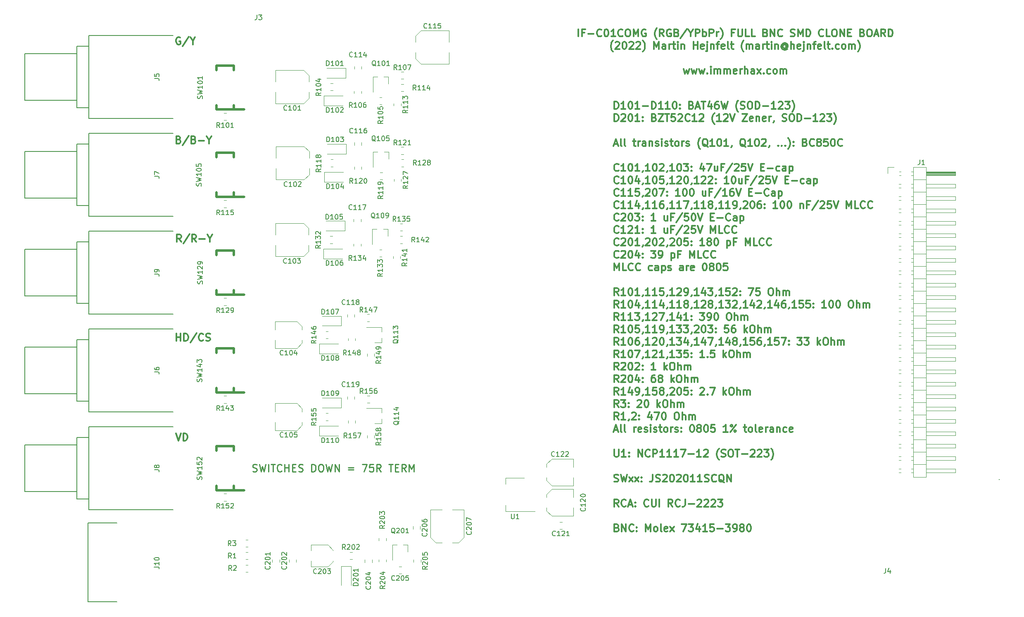
<source format=gbr>
%TF.GenerationSoftware,KiCad,Pcbnew,5.1.12-84ad8e8a86~92~ubuntu20.04.1*%
%TF.CreationDate,2022-06-23T22:55:08+02:00*%
%TF.ProjectId,rgb-board,7267622d-626f-4617-9264-2e6b69636164,rev?*%
%TF.SameCoordinates,Original*%
%TF.FileFunction,Legend,Top*%
%TF.FilePolarity,Positive*%
%FSLAX46Y46*%
G04 Gerber Fmt 4.6, Leading zero omitted, Abs format (unit mm)*
G04 Created by KiCad (PCBNEW 5.1.12-84ad8e8a86~92~ubuntu20.04.1) date 2022-06-23 22:55:08*
%MOMM*%
%LPD*%
G01*
G04 APERTURE LIST*
%ADD10C,0.250000*%
%ADD11C,0.300000*%
%ADD12C,0.200000*%
%ADD13C,0.500000*%
%ADD14C,0.120000*%
%ADD15C,0.150000*%
G04 APERTURE END LIST*
D10*
X83504571Y-125702142D02*
X83718857Y-125773571D01*
X84076000Y-125773571D01*
X84218857Y-125702142D01*
X84290285Y-125630714D01*
X84361714Y-125487857D01*
X84361714Y-125345000D01*
X84290285Y-125202142D01*
X84218857Y-125130714D01*
X84076000Y-125059285D01*
X83790285Y-124987857D01*
X83647428Y-124916428D01*
X83576000Y-124845000D01*
X83504571Y-124702142D01*
X83504571Y-124559285D01*
X83576000Y-124416428D01*
X83647428Y-124345000D01*
X83790285Y-124273571D01*
X84147428Y-124273571D01*
X84361714Y-124345000D01*
X84861714Y-124273571D02*
X85218857Y-125773571D01*
X85504571Y-124702142D01*
X85790285Y-125773571D01*
X86147428Y-124273571D01*
X86718857Y-125773571D02*
X86718857Y-124273571D01*
X87218857Y-124273571D02*
X88076000Y-124273571D01*
X87647428Y-125773571D02*
X87647428Y-124273571D01*
X89433142Y-125630714D02*
X89361714Y-125702142D01*
X89147428Y-125773571D01*
X89004571Y-125773571D01*
X88790285Y-125702142D01*
X88647428Y-125559285D01*
X88576000Y-125416428D01*
X88504571Y-125130714D01*
X88504571Y-124916428D01*
X88576000Y-124630714D01*
X88647428Y-124487857D01*
X88790285Y-124345000D01*
X89004571Y-124273571D01*
X89147428Y-124273571D01*
X89361714Y-124345000D01*
X89433142Y-124416428D01*
X90076000Y-125773571D02*
X90076000Y-124273571D01*
X90076000Y-124987857D02*
X90933142Y-124987857D01*
X90933142Y-125773571D02*
X90933142Y-124273571D01*
X91647428Y-124987857D02*
X92147428Y-124987857D01*
X92361714Y-125773571D02*
X91647428Y-125773571D01*
X91647428Y-124273571D01*
X92361714Y-124273571D01*
X92933142Y-125702142D02*
X93147428Y-125773571D01*
X93504571Y-125773571D01*
X93647428Y-125702142D01*
X93718857Y-125630714D01*
X93790285Y-125487857D01*
X93790285Y-125345000D01*
X93718857Y-125202142D01*
X93647428Y-125130714D01*
X93504571Y-125059285D01*
X93218857Y-124987857D01*
X93076000Y-124916428D01*
X93004571Y-124845000D01*
X92933142Y-124702142D01*
X92933142Y-124559285D01*
X93004571Y-124416428D01*
X93076000Y-124345000D01*
X93218857Y-124273571D01*
X93576000Y-124273571D01*
X93790285Y-124345000D01*
X95576000Y-125773571D02*
X95576000Y-124273571D01*
X95933142Y-124273571D01*
X96147428Y-124345000D01*
X96290285Y-124487857D01*
X96361714Y-124630714D01*
X96433142Y-124916428D01*
X96433142Y-125130714D01*
X96361714Y-125416428D01*
X96290285Y-125559285D01*
X96147428Y-125702142D01*
X95933142Y-125773571D01*
X95576000Y-125773571D01*
X97361714Y-124273571D02*
X97647428Y-124273571D01*
X97790285Y-124345000D01*
X97933142Y-124487857D01*
X98004571Y-124773571D01*
X98004571Y-125273571D01*
X97933142Y-125559285D01*
X97790285Y-125702142D01*
X97647428Y-125773571D01*
X97361714Y-125773571D01*
X97218857Y-125702142D01*
X97076000Y-125559285D01*
X97004571Y-125273571D01*
X97004571Y-124773571D01*
X97076000Y-124487857D01*
X97218857Y-124345000D01*
X97361714Y-124273571D01*
X98504571Y-124273571D02*
X98861714Y-125773571D01*
X99147428Y-124702142D01*
X99433142Y-125773571D01*
X99790285Y-124273571D01*
X100361714Y-125773571D02*
X100361714Y-124273571D01*
X101218857Y-125773571D01*
X101218857Y-124273571D01*
X103076000Y-124987857D02*
X104218857Y-124987857D01*
X104218857Y-125416428D02*
X103076000Y-125416428D01*
X105933142Y-124273571D02*
X106933142Y-124273571D01*
X106290285Y-125773571D01*
X108218857Y-124273571D02*
X107504571Y-124273571D01*
X107433142Y-124987857D01*
X107504571Y-124916428D01*
X107647428Y-124845000D01*
X108004571Y-124845000D01*
X108147428Y-124916428D01*
X108218857Y-124987857D01*
X108290285Y-125130714D01*
X108290285Y-125487857D01*
X108218857Y-125630714D01*
X108147428Y-125702142D01*
X108004571Y-125773571D01*
X107647428Y-125773571D01*
X107504571Y-125702142D01*
X107433142Y-125630714D01*
X109790285Y-125773571D02*
X109290285Y-125059285D01*
X108933142Y-125773571D02*
X108933142Y-124273571D01*
X109504571Y-124273571D01*
X109647428Y-124345000D01*
X109718857Y-124416428D01*
X109790285Y-124559285D01*
X109790285Y-124773571D01*
X109718857Y-124916428D01*
X109647428Y-124987857D01*
X109504571Y-125059285D01*
X108933142Y-125059285D01*
X111361714Y-124273571D02*
X112218857Y-124273571D01*
X111790285Y-125773571D02*
X111790285Y-124273571D01*
X112718857Y-124987857D02*
X113218857Y-124987857D01*
X113433142Y-125773571D02*
X112718857Y-125773571D01*
X112718857Y-124273571D01*
X113433142Y-124273571D01*
X114933142Y-125773571D02*
X114433142Y-125059285D01*
X114076000Y-125773571D02*
X114076000Y-124273571D01*
X114647428Y-124273571D01*
X114790285Y-124345000D01*
X114861714Y-124416428D01*
X114933142Y-124559285D01*
X114933142Y-124773571D01*
X114861714Y-124916428D01*
X114790285Y-124987857D01*
X114647428Y-125059285D01*
X114076000Y-125059285D01*
X115576000Y-125773571D02*
X115576000Y-124273571D01*
X116076000Y-125345000D01*
X116576000Y-124273571D01*
X116576000Y-125773571D01*
D11*
X157652142Y-51378571D02*
X157652142Y-49878571D01*
X158009285Y-49878571D01*
X158223571Y-49950000D01*
X158366428Y-50092857D01*
X158437857Y-50235714D01*
X158509285Y-50521428D01*
X158509285Y-50735714D01*
X158437857Y-51021428D01*
X158366428Y-51164285D01*
X158223571Y-51307142D01*
X158009285Y-51378571D01*
X157652142Y-51378571D01*
X159937857Y-51378571D02*
X159080714Y-51378571D01*
X159509285Y-51378571D02*
X159509285Y-49878571D01*
X159366428Y-50092857D01*
X159223571Y-50235714D01*
X159080714Y-50307142D01*
X160866428Y-49878571D02*
X161009285Y-49878571D01*
X161152142Y-49950000D01*
X161223571Y-50021428D01*
X161295000Y-50164285D01*
X161366428Y-50450000D01*
X161366428Y-50807142D01*
X161295000Y-51092857D01*
X161223571Y-51235714D01*
X161152142Y-51307142D01*
X161009285Y-51378571D01*
X160866428Y-51378571D01*
X160723571Y-51307142D01*
X160652142Y-51235714D01*
X160580714Y-51092857D01*
X160509285Y-50807142D01*
X160509285Y-50450000D01*
X160580714Y-50164285D01*
X160652142Y-50021428D01*
X160723571Y-49950000D01*
X160866428Y-49878571D01*
X162795000Y-51378571D02*
X161937857Y-51378571D01*
X162366428Y-51378571D02*
X162366428Y-49878571D01*
X162223571Y-50092857D01*
X162080714Y-50235714D01*
X161937857Y-50307142D01*
X163437857Y-50807142D02*
X164580714Y-50807142D01*
X165295000Y-51378571D02*
X165295000Y-49878571D01*
X165652142Y-49878571D01*
X165866428Y-49950000D01*
X166009285Y-50092857D01*
X166080714Y-50235714D01*
X166152142Y-50521428D01*
X166152142Y-50735714D01*
X166080714Y-51021428D01*
X166009285Y-51164285D01*
X165866428Y-51307142D01*
X165652142Y-51378571D01*
X165295000Y-51378571D01*
X167580714Y-51378571D02*
X166723571Y-51378571D01*
X167152142Y-51378571D02*
X167152142Y-49878571D01*
X167009285Y-50092857D01*
X166866428Y-50235714D01*
X166723571Y-50307142D01*
X169009285Y-51378571D02*
X168152142Y-51378571D01*
X168580714Y-51378571D02*
X168580714Y-49878571D01*
X168437857Y-50092857D01*
X168295000Y-50235714D01*
X168152142Y-50307142D01*
X169937857Y-49878571D02*
X170080714Y-49878571D01*
X170223571Y-49950000D01*
X170295000Y-50021428D01*
X170366428Y-50164285D01*
X170437857Y-50450000D01*
X170437857Y-50807142D01*
X170366428Y-51092857D01*
X170295000Y-51235714D01*
X170223571Y-51307142D01*
X170080714Y-51378571D01*
X169937857Y-51378571D01*
X169795000Y-51307142D01*
X169723571Y-51235714D01*
X169652142Y-51092857D01*
X169580714Y-50807142D01*
X169580714Y-50450000D01*
X169652142Y-50164285D01*
X169723571Y-50021428D01*
X169795000Y-49950000D01*
X169937857Y-49878571D01*
X171080714Y-51235714D02*
X171152142Y-51307142D01*
X171080714Y-51378571D01*
X171009285Y-51307142D01*
X171080714Y-51235714D01*
X171080714Y-51378571D01*
X171080714Y-50450000D02*
X171152142Y-50521428D01*
X171080714Y-50592857D01*
X171009285Y-50521428D01*
X171080714Y-50450000D01*
X171080714Y-50592857D01*
X173437857Y-50592857D02*
X173652142Y-50664285D01*
X173723571Y-50735714D01*
X173795000Y-50878571D01*
X173795000Y-51092857D01*
X173723571Y-51235714D01*
X173652142Y-51307142D01*
X173509285Y-51378571D01*
X172937857Y-51378571D01*
X172937857Y-49878571D01*
X173437857Y-49878571D01*
X173580714Y-49950000D01*
X173652142Y-50021428D01*
X173723571Y-50164285D01*
X173723571Y-50307142D01*
X173652142Y-50450000D01*
X173580714Y-50521428D01*
X173437857Y-50592857D01*
X172937857Y-50592857D01*
X174366428Y-50950000D02*
X175080714Y-50950000D01*
X174223571Y-51378571D02*
X174723571Y-49878571D01*
X175223571Y-51378571D01*
X175509285Y-49878571D02*
X176366428Y-49878571D01*
X175937857Y-51378571D02*
X175937857Y-49878571D01*
X177509285Y-50378571D02*
X177509285Y-51378571D01*
X177152142Y-49807142D02*
X176795000Y-50878571D01*
X177723571Y-50878571D01*
X178937857Y-49878571D02*
X178652142Y-49878571D01*
X178509285Y-49950000D01*
X178437857Y-50021428D01*
X178295000Y-50235714D01*
X178223571Y-50521428D01*
X178223571Y-51092857D01*
X178295000Y-51235714D01*
X178366428Y-51307142D01*
X178509285Y-51378571D01*
X178795000Y-51378571D01*
X178937857Y-51307142D01*
X179009285Y-51235714D01*
X179080714Y-51092857D01*
X179080714Y-50735714D01*
X179009285Y-50592857D01*
X178937857Y-50521428D01*
X178795000Y-50450000D01*
X178509285Y-50450000D01*
X178366428Y-50521428D01*
X178295000Y-50592857D01*
X178223571Y-50735714D01*
X179580714Y-49878571D02*
X179937857Y-51378571D01*
X180223571Y-50307142D01*
X180509285Y-51378571D01*
X180866428Y-49878571D01*
X183009285Y-51950000D02*
X182937857Y-51878571D01*
X182795000Y-51664285D01*
X182723571Y-51521428D01*
X182652142Y-51307142D01*
X182580714Y-50950000D01*
X182580714Y-50664285D01*
X182652142Y-50307142D01*
X182723571Y-50092857D01*
X182795000Y-49950000D01*
X182937857Y-49735714D01*
X183009285Y-49664285D01*
X183509285Y-51307142D02*
X183723571Y-51378571D01*
X184080714Y-51378571D01*
X184223571Y-51307142D01*
X184295000Y-51235714D01*
X184366428Y-51092857D01*
X184366428Y-50950000D01*
X184295000Y-50807142D01*
X184223571Y-50735714D01*
X184080714Y-50664285D01*
X183795000Y-50592857D01*
X183652142Y-50521428D01*
X183580714Y-50450000D01*
X183509285Y-50307142D01*
X183509285Y-50164285D01*
X183580714Y-50021428D01*
X183652142Y-49950000D01*
X183795000Y-49878571D01*
X184152142Y-49878571D01*
X184366428Y-49950000D01*
X185295000Y-49878571D02*
X185580714Y-49878571D01*
X185723571Y-49950000D01*
X185866428Y-50092857D01*
X185937857Y-50378571D01*
X185937857Y-50878571D01*
X185866428Y-51164285D01*
X185723571Y-51307142D01*
X185580714Y-51378571D01*
X185295000Y-51378571D01*
X185152142Y-51307142D01*
X185009285Y-51164285D01*
X184937857Y-50878571D01*
X184937857Y-50378571D01*
X185009285Y-50092857D01*
X185152142Y-49950000D01*
X185295000Y-49878571D01*
X186580714Y-51378571D02*
X186580714Y-49878571D01*
X186937857Y-49878571D01*
X187152142Y-49950000D01*
X187295000Y-50092857D01*
X187366428Y-50235714D01*
X187437857Y-50521428D01*
X187437857Y-50735714D01*
X187366428Y-51021428D01*
X187295000Y-51164285D01*
X187152142Y-51307142D01*
X186937857Y-51378571D01*
X186580714Y-51378571D01*
X188080714Y-50807142D02*
X189223571Y-50807142D01*
X190723571Y-51378571D02*
X189866428Y-51378571D01*
X190295000Y-51378571D02*
X190295000Y-49878571D01*
X190152142Y-50092857D01*
X190009285Y-50235714D01*
X189866428Y-50307142D01*
X191295000Y-50021428D02*
X191366428Y-49950000D01*
X191509285Y-49878571D01*
X191866428Y-49878571D01*
X192009285Y-49950000D01*
X192080714Y-50021428D01*
X192152142Y-50164285D01*
X192152142Y-50307142D01*
X192080714Y-50521428D01*
X191223571Y-51378571D01*
X192152142Y-51378571D01*
X192652142Y-49878571D02*
X193580714Y-49878571D01*
X193080714Y-50450000D01*
X193295000Y-50450000D01*
X193437857Y-50521428D01*
X193509285Y-50592857D01*
X193580714Y-50735714D01*
X193580714Y-51092857D01*
X193509285Y-51235714D01*
X193437857Y-51307142D01*
X193295000Y-51378571D01*
X192866428Y-51378571D01*
X192723571Y-51307142D01*
X192652142Y-51235714D01*
X194080714Y-51950000D02*
X194152142Y-51878571D01*
X194295000Y-51664285D01*
X194366428Y-51521428D01*
X194437857Y-51307142D01*
X194509285Y-50950000D01*
X194509285Y-50664285D01*
X194437857Y-50307142D01*
X194366428Y-50092857D01*
X194295000Y-49950000D01*
X194152142Y-49735714D01*
X194080714Y-49664285D01*
X157652142Y-53928571D02*
X157652142Y-52428571D01*
X158009285Y-52428571D01*
X158223571Y-52500000D01*
X158366428Y-52642857D01*
X158437857Y-52785714D01*
X158509285Y-53071428D01*
X158509285Y-53285714D01*
X158437857Y-53571428D01*
X158366428Y-53714285D01*
X158223571Y-53857142D01*
X158009285Y-53928571D01*
X157652142Y-53928571D01*
X159080714Y-52571428D02*
X159152142Y-52500000D01*
X159295000Y-52428571D01*
X159652142Y-52428571D01*
X159795000Y-52500000D01*
X159866428Y-52571428D01*
X159937857Y-52714285D01*
X159937857Y-52857142D01*
X159866428Y-53071428D01*
X159009285Y-53928571D01*
X159937857Y-53928571D01*
X160866428Y-52428571D02*
X161009285Y-52428571D01*
X161152142Y-52500000D01*
X161223571Y-52571428D01*
X161295000Y-52714285D01*
X161366428Y-53000000D01*
X161366428Y-53357142D01*
X161295000Y-53642857D01*
X161223571Y-53785714D01*
X161152142Y-53857142D01*
X161009285Y-53928571D01*
X160866428Y-53928571D01*
X160723571Y-53857142D01*
X160652142Y-53785714D01*
X160580714Y-53642857D01*
X160509285Y-53357142D01*
X160509285Y-53000000D01*
X160580714Y-52714285D01*
X160652142Y-52571428D01*
X160723571Y-52500000D01*
X160866428Y-52428571D01*
X162795000Y-53928571D02*
X161937857Y-53928571D01*
X162366428Y-53928571D02*
X162366428Y-52428571D01*
X162223571Y-52642857D01*
X162080714Y-52785714D01*
X161937857Y-52857142D01*
X163437857Y-53785714D02*
X163509285Y-53857142D01*
X163437857Y-53928571D01*
X163366428Y-53857142D01*
X163437857Y-53785714D01*
X163437857Y-53928571D01*
X163437857Y-53000000D02*
X163509285Y-53071428D01*
X163437857Y-53142857D01*
X163366428Y-53071428D01*
X163437857Y-53000000D01*
X163437857Y-53142857D01*
X165795000Y-53142857D02*
X166009285Y-53214285D01*
X166080714Y-53285714D01*
X166152142Y-53428571D01*
X166152142Y-53642857D01*
X166080714Y-53785714D01*
X166009285Y-53857142D01*
X165866428Y-53928571D01*
X165295000Y-53928571D01*
X165295000Y-52428571D01*
X165795000Y-52428571D01*
X165937857Y-52500000D01*
X166009285Y-52571428D01*
X166080714Y-52714285D01*
X166080714Y-52857142D01*
X166009285Y-53000000D01*
X165937857Y-53071428D01*
X165795000Y-53142857D01*
X165295000Y-53142857D01*
X166652142Y-52428571D02*
X167652142Y-52428571D01*
X166652142Y-53928571D01*
X167652142Y-53928571D01*
X168009285Y-52428571D02*
X168866428Y-52428571D01*
X168437857Y-53928571D02*
X168437857Y-52428571D01*
X170080714Y-52428571D02*
X169366428Y-52428571D01*
X169295000Y-53142857D01*
X169366428Y-53071428D01*
X169509285Y-53000000D01*
X169866428Y-53000000D01*
X170009285Y-53071428D01*
X170080714Y-53142857D01*
X170152142Y-53285714D01*
X170152142Y-53642857D01*
X170080714Y-53785714D01*
X170009285Y-53857142D01*
X169866428Y-53928571D01*
X169509285Y-53928571D01*
X169366428Y-53857142D01*
X169295000Y-53785714D01*
X170723571Y-52571428D02*
X170795000Y-52500000D01*
X170937857Y-52428571D01*
X171295000Y-52428571D01*
X171437857Y-52500000D01*
X171509285Y-52571428D01*
X171580714Y-52714285D01*
X171580714Y-52857142D01*
X171509285Y-53071428D01*
X170652142Y-53928571D01*
X171580714Y-53928571D01*
X173080714Y-53785714D02*
X173009285Y-53857142D01*
X172795000Y-53928571D01*
X172652142Y-53928571D01*
X172437857Y-53857142D01*
X172295000Y-53714285D01*
X172223571Y-53571428D01*
X172152142Y-53285714D01*
X172152142Y-53071428D01*
X172223571Y-52785714D01*
X172295000Y-52642857D01*
X172437857Y-52500000D01*
X172652142Y-52428571D01*
X172795000Y-52428571D01*
X173009285Y-52500000D01*
X173080714Y-52571428D01*
X174509285Y-53928571D02*
X173652142Y-53928571D01*
X174080714Y-53928571D02*
X174080714Y-52428571D01*
X173937857Y-52642857D01*
X173795000Y-52785714D01*
X173652142Y-52857142D01*
X175080714Y-52571428D02*
X175152142Y-52500000D01*
X175295000Y-52428571D01*
X175652142Y-52428571D01*
X175795000Y-52500000D01*
X175866428Y-52571428D01*
X175937857Y-52714285D01*
X175937857Y-52857142D01*
X175866428Y-53071428D01*
X175009285Y-53928571D01*
X175937857Y-53928571D01*
X178152142Y-54500000D02*
X178080714Y-54428571D01*
X177937857Y-54214285D01*
X177866428Y-54071428D01*
X177795000Y-53857142D01*
X177723571Y-53500000D01*
X177723571Y-53214285D01*
X177795000Y-52857142D01*
X177866428Y-52642857D01*
X177937857Y-52500000D01*
X178080714Y-52285714D01*
X178152142Y-52214285D01*
X179509285Y-53928571D02*
X178652142Y-53928571D01*
X179080714Y-53928571D02*
X179080714Y-52428571D01*
X178937857Y-52642857D01*
X178795000Y-52785714D01*
X178652142Y-52857142D01*
X180080714Y-52571428D02*
X180152142Y-52500000D01*
X180295000Y-52428571D01*
X180652142Y-52428571D01*
X180795000Y-52500000D01*
X180866428Y-52571428D01*
X180937857Y-52714285D01*
X180937857Y-52857142D01*
X180866428Y-53071428D01*
X180009285Y-53928571D01*
X180937857Y-53928571D01*
X181366428Y-52428571D02*
X181866428Y-53928571D01*
X182366428Y-52428571D01*
X183866428Y-52428571D02*
X184866428Y-52428571D01*
X183866428Y-53928571D01*
X184866428Y-53928571D01*
X186009285Y-53857142D02*
X185866428Y-53928571D01*
X185580714Y-53928571D01*
X185437857Y-53857142D01*
X185366428Y-53714285D01*
X185366428Y-53142857D01*
X185437857Y-53000000D01*
X185580714Y-52928571D01*
X185866428Y-52928571D01*
X186009285Y-53000000D01*
X186080714Y-53142857D01*
X186080714Y-53285714D01*
X185366428Y-53428571D01*
X186723571Y-52928571D02*
X186723571Y-53928571D01*
X186723571Y-53071428D02*
X186795000Y-53000000D01*
X186937857Y-52928571D01*
X187152142Y-52928571D01*
X187295000Y-53000000D01*
X187366428Y-53142857D01*
X187366428Y-53928571D01*
X188652142Y-53857142D02*
X188509285Y-53928571D01*
X188223571Y-53928571D01*
X188080714Y-53857142D01*
X188009285Y-53714285D01*
X188009285Y-53142857D01*
X188080714Y-53000000D01*
X188223571Y-52928571D01*
X188509285Y-52928571D01*
X188652142Y-53000000D01*
X188723571Y-53142857D01*
X188723571Y-53285714D01*
X188009285Y-53428571D01*
X189366428Y-53928571D02*
X189366428Y-52928571D01*
X189366428Y-53214285D02*
X189437857Y-53071428D01*
X189509285Y-53000000D01*
X189652142Y-52928571D01*
X189795000Y-52928571D01*
X190366428Y-53857142D02*
X190366428Y-53928571D01*
X190295000Y-54071428D01*
X190223571Y-54142857D01*
X192080714Y-53857142D02*
X192295000Y-53928571D01*
X192652142Y-53928571D01*
X192795000Y-53857142D01*
X192866428Y-53785714D01*
X192937857Y-53642857D01*
X192937857Y-53500000D01*
X192866428Y-53357142D01*
X192795000Y-53285714D01*
X192652142Y-53214285D01*
X192366428Y-53142857D01*
X192223571Y-53071428D01*
X192152142Y-53000000D01*
X192080714Y-52857142D01*
X192080714Y-52714285D01*
X192152142Y-52571428D01*
X192223571Y-52500000D01*
X192366428Y-52428571D01*
X192723571Y-52428571D01*
X192937857Y-52500000D01*
X193866428Y-52428571D02*
X194152142Y-52428571D01*
X194295000Y-52500000D01*
X194437857Y-52642857D01*
X194509285Y-52928571D01*
X194509285Y-53428571D01*
X194437857Y-53714285D01*
X194295000Y-53857142D01*
X194152142Y-53928571D01*
X193866428Y-53928571D01*
X193723571Y-53857142D01*
X193580714Y-53714285D01*
X193509285Y-53428571D01*
X193509285Y-52928571D01*
X193580714Y-52642857D01*
X193723571Y-52500000D01*
X193866428Y-52428571D01*
X195152142Y-53928571D02*
X195152142Y-52428571D01*
X195509285Y-52428571D01*
X195723571Y-52500000D01*
X195866428Y-52642857D01*
X195937857Y-52785714D01*
X196009285Y-53071428D01*
X196009285Y-53285714D01*
X195937857Y-53571428D01*
X195866428Y-53714285D01*
X195723571Y-53857142D01*
X195509285Y-53928571D01*
X195152142Y-53928571D01*
X196652142Y-53357142D02*
X197795000Y-53357142D01*
X199295000Y-53928571D02*
X198437857Y-53928571D01*
X198866428Y-53928571D02*
X198866428Y-52428571D01*
X198723571Y-52642857D01*
X198580714Y-52785714D01*
X198437857Y-52857142D01*
X199866428Y-52571428D02*
X199937857Y-52500000D01*
X200080714Y-52428571D01*
X200437857Y-52428571D01*
X200580714Y-52500000D01*
X200652142Y-52571428D01*
X200723571Y-52714285D01*
X200723571Y-52857142D01*
X200652142Y-53071428D01*
X199795000Y-53928571D01*
X200723571Y-53928571D01*
X201223571Y-52428571D02*
X202152142Y-52428571D01*
X201652142Y-53000000D01*
X201866428Y-53000000D01*
X202009285Y-53071428D01*
X202080714Y-53142857D01*
X202152142Y-53285714D01*
X202152142Y-53642857D01*
X202080714Y-53785714D01*
X202009285Y-53857142D01*
X201866428Y-53928571D01*
X201437857Y-53928571D01*
X201295000Y-53857142D01*
X201223571Y-53785714D01*
X202652142Y-54500000D02*
X202723571Y-54428571D01*
X202866428Y-54214285D01*
X202937857Y-54071428D01*
X203009285Y-53857142D01*
X203080714Y-53500000D01*
X203080714Y-53214285D01*
X203009285Y-52857142D01*
X202937857Y-52642857D01*
X202866428Y-52500000D01*
X202723571Y-52285714D01*
X202652142Y-52214285D01*
X157580714Y-58600000D02*
X158295000Y-58600000D01*
X157437857Y-59028571D02*
X157937857Y-57528571D01*
X158437857Y-59028571D01*
X159152142Y-59028571D02*
X159009285Y-58957142D01*
X158937857Y-58814285D01*
X158937857Y-57528571D01*
X159937857Y-59028571D02*
X159795000Y-58957142D01*
X159723571Y-58814285D01*
X159723571Y-57528571D01*
X161437857Y-58028571D02*
X162009285Y-58028571D01*
X161652142Y-57528571D02*
X161652142Y-58814285D01*
X161723571Y-58957142D01*
X161866428Y-59028571D01*
X162009285Y-59028571D01*
X162509285Y-59028571D02*
X162509285Y-58028571D01*
X162509285Y-58314285D02*
X162580714Y-58171428D01*
X162652142Y-58100000D01*
X162795000Y-58028571D01*
X162937857Y-58028571D01*
X164080714Y-59028571D02*
X164080714Y-58242857D01*
X164009285Y-58100000D01*
X163866428Y-58028571D01*
X163580714Y-58028571D01*
X163437857Y-58100000D01*
X164080714Y-58957142D02*
X163937857Y-59028571D01*
X163580714Y-59028571D01*
X163437857Y-58957142D01*
X163366428Y-58814285D01*
X163366428Y-58671428D01*
X163437857Y-58528571D01*
X163580714Y-58457142D01*
X163937857Y-58457142D01*
X164080714Y-58385714D01*
X164795000Y-58028571D02*
X164795000Y-59028571D01*
X164795000Y-58171428D02*
X164866428Y-58100000D01*
X165009285Y-58028571D01*
X165223571Y-58028571D01*
X165366428Y-58100000D01*
X165437857Y-58242857D01*
X165437857Y-59028571D01*
X166080714Y-58957142D02*
X166223571Y-59028571D01*
X166509285Y-59028571D01*
X166652142Y-58957142D01*
X166723571Y-58814285D01*
X166723571Y-58742857D01*
X166652142Y-58600000D01*
X166509285Y-58528571D01*
X166295000Y-58528571D01*
X166152142Y-58457142D01*
X166080714Y-58314285D01*
X166080714Y-58242857D01*
X166152142Y-58100000D01*
X166295000Y-58028571D01*
X166509285Y-58028571D01*
X166652142Y-58100000D01*
X167366428Y-59028571D02*
X167366428Y-58028571D01*
X167366428Y-57528571D02*
X167295000Y-57600000D01*
X167366428Y-57671428D01*
X167437857Y-57600000D01*
X167366428Y-57528571D01*
X167366428Y-57671428D01*
X168009285Y-58957142D02*
X168152142Y-59028571D01*
X168437857Y-59028571D01*
X168580714Y-58957142D01*
X168652142Y-58814285D01*
X168652142Y-58742857D01*
X168580714Y-58600000D01*
X168437857Y-58528571D01*
X168223571Y-58528571D01*
X168080714Y-58457142D01*
X168009285Y-58314285D01*
X168009285Y-58242857D01*
X168080714Y-58100000D01*
X168223571Y-58028571D01*
X168437857Y-58028571D01*
X168580714Y-58100000D01*
X169080714Y-58028571D02*
X169652142Y-58028571D01*
X169295000Y-57528571D02*
X169295000Y-58814285D01*
X169366428Y-58957142D01*
X169509285Y-59028571D01*
X169652142Y-59028571D01*
X170366428Y-59028571D02*
X170223571Y-58957142D01*
X170152142Y-58885714D01*
X170080714Y-58742857D01*
X170080714Y-58314285D01*
X170152142Y-58171428D01*
X170223571Y-58100000D01*
X170366428Y-58028571D01*
X170580714Y-58028571D01*
X170723571Y-58100000D01*
X170795000Y-58171428D01*
X170866428Y-58314285D01*
X170866428Y-58742857D01*
X170795000Y-58885714D01*
X170723571Y-58957142D01*
X170580714Y-59028571D01*
X170366428Y-59028571D01*
X171509285Y-59028571D02*
X171509285Y-58028571D01*
X171509285Y-58314285D02*
X171580714Y-58171428D01*
X171652142Y-58100000D01*
X171795000Y-58028571D01*
X171937857Y-58028571D01*
X172366428Y-58957142D02*
X172509285Y-59028571D01*
X172795000Y-59028571D01*
X172937857Y-58957142D01*
X173009285Y-58814285D01*
X173009285Y-58742857D01*
X172937857Y-58600000D01*
X172795000Y-58528571D01*
X172580714Y-58528571D01*
X172437857Y-58457142D01*
X172366428Y-58314285D01*
X172366428Y-58242857D01*
X172437857Y-58100000D01*
X172580714Y-58028571D01*
X172795000Y-58028571D01*
X172937857Y-58100000D01*
X175223571Y-59600000D02*
X175152142Y-59528571D01*
X175009285Y-59314285D01*
X174937857Y-59171428D01*
X174866428Y-58957142D01*
X174795000Y-58600000D01*
X174795000Y-58314285D01*
X174866428Y-57957142D01*
X174937857Y-57742857D01*
X175009285Y-57600000D01*
X175152142Y-57385714D01*
X175223571Y-57314285D01*
X176795000Y-59171428D02*
X176652142Y-59100000D01*
X176509285Y-58957142D01*
X176295000Y-58742857D01*
X176152142Y-58671428D01*
X176009285Y-58671428D01*
X176080714Y-59028571D02*
X175937857Y-58957142D01*
X175795000Y-58814285D01*
X175723571Y-58528571D01*
X175723571Y-58028571D01*
X175795000Y-57742857D01*
X175937857Y-57600000D01*
X176080714Y-57528571D01*
X176366428Y-57528571D01*
X176509285Y-57600000D01*
X176652142Y-57742857D01*
X176723571Y-58028571D01*
X176723571Y-58528571D01*
X176652142Y-58814285D01*
X176509285Y-58957142D01*
X176366428Y-59028571D01*
X176080714Y-59028571D01*
X178152142Y-59028571D02*
X177295000Y-59028571D01*
X177723571Y-59028571D02*
X177723571Y-57528571D01*
X177580714Y-57742857D01*
X177437857Y-57885714D01*
X177295000Y-57957142D01*
X179080714Y-57528571D02*
X179223571Y-57528571D01*
X179366428Y-57600000D01*
X179437857Y-57671428D01*
X179509285Y-57814285D01*
X179580714Y-58100000D01*
X179580714Y-58457142D01*
X179509285Y-58742857D01*
X179437857Y-58885714D01*
X179366428Y-58957142D01*
X179223571Y-59028571D01*
X179080714Y-59028571D01*
X178937857Y-58957142D01*
X178866428Y-58885714D01*
X178795000Y-58742857D01*
X178723571Y-58457142D01*
X178723571Y-58100000D01*
X178795000Y-57814285D01*
X178866428Y-57671428D01*
X178937857Y-57600000D01*
X179080714Y-57528571D01*
X181009285Y-59028571D02*
X180152142Y-59028571D01*
X180580714Y-59028571D02*
X180580714Y-57528571D01*
X180437857Y-57742857D01*
X180295000Y-57885714D01*
X180152142Y-57957142D01*
X181723571Y-58957142D02*
X181723571Y-59028571D01*
X181652142Y-59171428D01*
X181580714Y-59242857D01*
X184509285Y-59171428D02*
X184366428Y-59100000D01*
X184223571Y-58957142D01*
X184009285Y-58742857D01*
X183866428Y-58671428D01*
X183723571Y-58671428D01*
X183795000Y-59028571D02*
X183652142Y-58957142D01*
X183509285Y-58814285D01*
X183437857Y-58528571D01*
X183437857Y-58028571D01*
X183509285Y-57742857D01*
X183652142Y-57600000D01*
X183795000Y-57528571D01*
X184080714Y-57528571D01*
X184223571Y-57600000D01*
X184366428Y-57742857D01*
X184437857Y-58028571D01*
X184437857Y-58528571D01*
X184366428Y-58814285D01*
X184223571Y-58957142D01*
X184080714Y-59028571D01*
X183795000Y-59028571D01*
X185866428Y-59028571D02*
X185009285Y-59028571D01*
X185437857Y-59028571D02*
X185437857Y-57528571D01*
X185295000Y-57742857D01*
X185152142Y-57885714D01*
X185009285Y-57957142D01*
X186795000Y-57528571D02*
X186937857Y-57528571D01*
X187080714Y-57600000D01*
X187152142Y-57671428D01*
X187223571Y-57814285D01*
X187295000Y-58100000D01*
X187295000Y-58457142D01*
X187223571Y-58742857D01*
X187152142Y-58885714D01*
X187080714Y-58957142D01*
X186937857Y-59028571D01*
X186795000Y-59028571D01*
X186652142Y-58957142D01*
X186580714Y-58885714D01*
X186509285Y-58742857D01*
X186437857Y-58457142D01*
X186437857Y-58100000D01*
X186509285Y-57814285D01*
X186580714Y-57671428D01*
X186652142Y-57600000D01*
X186795000Y-57528571D01*
X187866428Y-57671428D02*
X187937857Y-57600000D01*
X188080714Y-57528571D01*
X188437857Y-57528571D01*
X188580714Y-57600000D01*
X188652142Y-57671428D01*
X188723571Y-57814285D01*
X188723571Y-57957142D01*
X188652142Y-58171428D01*
X187795000Y-59028571D01*
X188723571Y-59028571D01*
X189437857Y-58957142D02*
X189437857Y-59028571D01*
X189366428Y-59171428D01*
X189295000Y-59242857D01*
X191223571Y-58885714D02*
X191295000Y-58957142D01*
X191223571Y-59028571D01*
X191152142Y-58957142D01*
X191223571Y-58885714D01*
X191223571Y-59028571D01*
X191937857Y-58885714D02*
X192009285Y-58957142D01*
X191937857Y-59028571D01*
X191866428Y-58957142D01*
X191937857Y-58885714D01*
X191937857Y-59028571D01*
X192652142Y-58885714D02*
X192723571Y-58957142D01*
X192652142Y-59028571D01*
X192580714Y-58957142D01*
X192652142Y-58885714D01*
X192652142Y-59028571D01*
X193223571Y-59600000D02*
X193295000Y-59528571D01*
X193437857Y-59314285D01*
X193509285Y-59171428D01*
X193580714Y-58957142D01*
X193652142Y-58600000D01*
X193652142Y-58314285D01*
X193580714Y-57957142D01*
X193509285Y-57742857D01*
X193437857Y-57600000D01*
X193295000Y-57385714D01*
X193223571Y-57314285D01*
X194366428Y-58885714D02*
X194437857Y-58957142D01*
X194366428Y-59028571D01*
X194295000Y-58957142D01*
X194366428Y-58885714D01*
X194366428Y-59028571D01*
X194366428Y-58100000D02*
X194437857Y-58171428D01*
X194366428Y-58242857D01*
X194295000Y-58171428D01*
X194366428Y-58100000D01*
X194366428Y-58242857D01*
X196723571Y-58242857D02*
X196937857Y-58314285D01*
X197009285Y-58385714D01*
X197080714Y-58528571D01*
X197080714Y-58742857D01*
X197009285Y-58885714D01*
X196937857Y-58957142D01*
X196795000Y-59028571D01*
X196223571Y-59028571D01*
X196223571Y-57528571D01*
X196723571Y-57528571D01*
X196866428Y-57600000D01*
X196937857Y-57671428D01*
X197009285Y-57814285D01*
X197009285Y-57957142D01*
X196937857Y-58100000D01*
X196866428Y-58171428D01*
X196723571Y-58242857D01*
X196223571Y-58242857D01*
X198580714Y-58885714D02*
X198509285Y-58957142D01*
X198295000Y-59028571D01*
X198152142Y-59028571D01*
X197937857Y-58957142D01*
X197795000Y-58814285D01*
X197723571Y-58671428D01*
X197652142Y-58385714D01*
X197652142Y-58171428D01*
X197723571Y-57885714D01*
X197795000Y-57742857D01*
X197937857Y-57600000D01*
X198152142Y-57528571D01*
X198295000Y-57528571D01*
X198509285Y-57600000D01*
X198580714Y-57671428D01*
X199437857Y-58171428D02*
X199295000Y-58100000D01*
X199223571Y-58028571D01*
X199152142Y-57885714D01*
X199152142Y-57814285D01*
X199223571Y-57671428D01*
X199295000Y-57600000D01*
X199437857Y-57528571D01*
X199723571Y-57528571D01*
X199866428Y-57600000D01*
X199937857Y-57671428D01*
X200009285Y-57814285D01*
X200009285Y-57885714D01*
X199937857Y-58028571D01*
X199866428Y-58100000D01*
X199723571Y-58171428D01*
X199437857Y-58171428D01*
X199295000Y-58242857D01*
X199223571Y-58314285D01*
X199152142Y-58457142D01*
X199152142Y-58742857D01*
X199223571Y-58885714D01*
X199295000Y-58957142D01*
X199437857Y-59028571D01*
X199723571Y-59028571D01*
X199866428Y-58957142D01*
X199937857Y-58885714D01*
X200009285Y-58742857D01*
X200009285Y-58457142D01*
X199937857Y-58314285D01*
X199866428Y-58242857D01*
X199723571Y-58171428D01*
X201366428Y-57528571D02*
X200652142Y-57528571D01*
X200580714Y-58242857D01*
X200652142Y-58171428D01*
X200795000Y-58100000D01*
X201152142Y-58100000D01*
X201295000Y-58171428D01*
X201366428Y-58242857D01*
X201437857Y-58385714D01*
X201437857Y-58742857D01*
X201366428Y-58885714D01*
X201295000Y-58957142D01*
X201152142Y-59028571D01*
X200795000Y-59028571D01*
X200652142Y-58957142D01*
X200580714Y-58885714D01*
X202366428Y-57528571D02*
X202509285Y-57528571D01*
X202652142Y-57600000D01*
X202723571Y-57671428D01*
X202795000Y-57814285D01*
X202866428Y-58100000D01*
X202866428Y-58457142D01*
X202795000Y-58742857D01*
X202723571Y-58885714D01*
X202652142Y-58957142D01*
X202509285Y-59028571D01*
X202366428Y-59028571D01*
X202223571Y-58957142D01*
X202152142Y-58885714D01*
X202080714Y-58742857D01*
X202009285Y-58457142D01*
X202009285Y-58100000D01*
X202080714Y-57814285D01*
X202152142Y-57671428D01*
X202223571Y-57600000D01*
X202366428Y-57528571D01*
X204366428Y-58885714D02*
X204295000Y-58957142D01*
X204080714Y-59028571D01*
X203937857Y-59028571D01*
X203723571Y-58957142D01*
X203580714Y-58814285D01*
X203509285Y-58671428D01*
X203437857Y-58385714D01*
X203437857Y-58171428D01*
X203509285Y-57885714D01*
X203580714Y-57742857D01*
X203723571Y-57600000D01*
X203937857Y-57528571D01*
X204080714Y-57528571D01*
X204295000Y-57600000D01*
X204366428Y-57671428D01*
X158509285Y-63985714D02*
X158437857Y-64057142D01*
X158223571Y-64128571D01*
X158080714Y-64128571D01*
X157866428Y-64057142D01*
X157723571Y-63914285D01*
X157652142Y-63771428D01*
X157580714Y-63485714D01*
X157580714Y-63271428D01*
X157652142Y-62985714D01*
X157723571Y-62842857D01*
X157866428Y-62700000D01*
X158080714Y-62628571D01*
X158223571Y-62628571D01*
X158437857Y-62700000D01*
X158509285Y-62771428D01*
X159937857Y-64128571D02*
X159080714Y-64128571D01*
X159509285Y-64128571D02*
X159509285Y-62628571D01*
X159366428Y-62842857D01*
X159223571Y-62985714D01*
X159080714Y-63057142D01*
X160866428Y-62628571D02*
X161009285Y-62628571D01*
X161152142Y-62700000D01*
X161223571Y-62771428D01*
X161295000Y-62914285D01*
X161366428Y-63200000D01*
X161366428Y-63557142D01*
X161295000Y-63842857D01*
X161223571Y-63985714D01*
X161152142Y-64057142D01*
X161009285Y-64128571D01*
X160866428Y-64128571D01*
X160723571Y-64057142D01*
X160652142Y-63985714D01*
X160580714Y-63842857D01*
X160509285Y-63557142D01*
X160509285Y-63200000D01*
X160580714Y-62914285D01*
X160652142Y-62771428D01*
X160723571Y-62700000D01*
X160866428Y-62628571D01*
X162795000Y-64128571D02*
X161937857Y-64128571D01*
X162366428Y-64128571D02*
X162366428Y-62628571D01*
X162223571Y-62842857D01*
X162080714Y-62985714D01*
X161937857Y-63057142D01*
X163509285Y-64057142D02*
X163509285Y-64128571D01*
X163437857Y-64271428D01*
X163366428Y-64342857D01*
X164937857Y-64128571D02*
X164080714Y-64128571D01*
X164509285Y-64128571D02*
X164509285Y-62628571D01*
X164366428Y-62842857D01*
X164223571Y-62985714D01*
X164080714Y-63057142D01*
X165866428Y-62628571D02*
X166009285Y-62628571D01*
X166152142Y-62700000D01*
X166223571Y-62771428D01*
X166295000Y-62914285D01*
X166366428Y-63200000D01*
X166366428Y-63557142D01*
X166295000Y-63842857D01*
X166223571Y-63985714D01*
X166152142Y-64057142D01*
X166009285Y-64128571D01*
X165866428Y-64128571D01*
X165723571Y-64057142D01*
X165652142Y-63985714D01*
X165580714Y-63842857D01*
X165509285Y-63557142D01*
X165509285Y-63200000D01*
X165580714Y-62914285D01*
X165652142Y-62771428D01*
X165723571Y-62700000D01*
X165866428Y-62628571D01*
X166937857Y-62771428D02*
X167009285Y-62700000D01*
X167152142Y-62628571D01*
X167509285Y-62628571D01*
X167652142Y-62700000D01*
X167723571Y-62771428D01*
X167795000Y-62914285D01*
X167795000Y-63057142D01*
X167723571Y-63271428D01*
X166866428Y-64128571D01*
X167795000Y-64128571D01*
X168509285Y-64057142D02*
X168509285Y-64128571D01*
X168437857Y-64271428D01*
X168366428Y-64342857D01*
X169937857Y-64128571D02*
X169080714Y-64128571D01*
X169509285Y-64128571D02*
X169509285Y-62628571D01*
X169366428Y-62842857D01*
X169223571Y-62985714D01*
X169080714Y-63057142D01*
X170866428Y-62628571D02*
X171009285Y-62628571D01*
X171152142Y-62700000D01*
X171223571Y-62771428D01*
X171295000Y-62914285D01*
X171366428Y-63200000D01*
X171366428Y-63557142D01*
X171295000Y-63842857D01*
X171223571Y-63985714D01*
X171152142Y-64057142D01*
X171009285Y-64128571D01*
X170866428Y-64128571D01*
X170723571Y-64057142D01*
X170652142Y-63985714D01*
X170580714Y-63842857D01*
X170509285Y-63557142D01*
X170509285Y-63200000D01*
X170580714Y-62914285D01*
X170652142Y-62771428D01*
X170723571Y-62700000D01*
X170866428Y-62628571D01*
X171866428Y-62628571D02*
X172795000Y-62628571D01*
X172295000Y-63200000D01*
X172509285Y-63200000D01*
X172652142Y-63271428D01*
X172723571Y-63342857D01*
X172795000Y-63485714D01*
X172795000Y-63842857D01*
X172723571Y-63985714D01*
X172652142Y-64057142D01*
X172509285Y-64128571D01*
X172080714Y-64128571D01*
X171937857Y-64057142D01*
X171866428Y-63985714D01*
X173437857Y-63985714D02*
X173509285Y-64057142D01*
X173437857Y-64128571D01*
X173366428Y-64057142D01*
X173437857Y-63985714D01*
X173437857Y-64128571D01*
X173437857Y-63200000D02*
X173509285Y-63271428D01*
X173437857Y-63342857D01*
X173366428Y-63271428D01*
X173437857Y-63200000D01*
X173437857Y-63342857D01*
X175937857Y-63128571D02*
X175937857Y-64128571D01*
X175580714Y-62557142D02*
X175223571Y-63628571D01*
X176152142Y-63628571D01*
X176580714Y-62628571D02*
X177580714Y-62628571D01*
X176937857Y-64128571D01*
X178795000Y-63128571D02*
X178795000Y-64128571D01*
X178152142Y-63128571D02*
X178152142Y-63914285D01*
X178223571Y-64057142D01*
X178366428Y-64128571D01*
X178580714Y-64128571D01*
X178723571Y-64057142D01*
X178795000Y-63985714D01*
X180009285Y-63342857D02*
X179509285Y-63342857D01*
X179509285Y-64128571D02*
X179509285Y-62628571D01*
X180223571Y-62628571D01*
X181866428Y-62557142D02*
X180580714Y-64485714D01*
X182295000Y-62771428D02*
X182366428Y-62700000D01*
X182509285Y-62628571D01*
X182866428Y-62628571D01*
X183009285Y-62700000D01*
X183080714Y-62771428D01*
X183152142Y-62914285D01*
X183152142Y-63057142D01*
X183080714Y-63271428D01*
X182223571Y-64128571D01*
X183152142Y-64128571D01*
X184509285Y-62628571D02*
X183795000Y-62628571D01*
X183723571Y-63342857D01*
X183795000Y-63271428D01*
X183937857Y-63200000D01*
X184295000Y-63200000D01*
X184437857Y-63271428D01*
X184509285Y-63342857D01*
X184580714Y-63485714D01*
X184580714Y-63842857D01*
X184509285Y-63985714D01*
X184437857Y-64057142D01*
X184295000Y-64128571D01*
X183937857Y-64128571D01*
X183795000Y-64057142D01*
X183723571Y-63985714D01*
X185009285Y-62628571D02*
X185509285Y-64128571D01*
X186009285Y-62628571D01*
X187652142Y-63342857D02*
X188152142Y-63342857D01*
X188366428Y-64128571D02*
X187652142Y-64128571D01*
X187652142Y-62628571D01*
X188366428Y-62628571D01*
X189009285Y-63557142D02*
X190152142Y-63557142D01*
X191509285Y-64057142D02*
X191366428Y-64128571D01*
X191080714Y-64128571D01*
X190937857Y-64057142D01*
X190866428Y-63985714D01*
X190795000Y-63842857D01*
X190795000Y-63414285D01*
X190866428Y-63271428D01*
X190937857Y-63200000D01*
X191080714Y-63128571D01*
X191366428Y-63128571D01*
X191509285Y-63200000D01*
X192795000Y-64128571D02*
X192795000Y-63342857D01*
X192723571Y-63200000D01*
X192580714Y-63128571D01*
X192295000Y-63128571D01*
X192152142Y-63200000D01*
X192795000Y-64057142D02*
X192652142Y-64128571D01*
X192295000Y-64128571D01*
X192152142Y-64057142D01*
X192080714Y-63914285D01*
X192080714Y-63771428D01*
X192152142Y-63628571D01*
X192295000Y-63557142D01*
X192652142Y-63557142D01*
X192795000Y-63485714D01*
X193509285Y-63128571D02*
X193509285Y-64628571D01*
X193509285Y-63200000D02*
X193652142Y-63128571D01*
X193937857Y-63128571D01*
X194080714Y-63200000D01*
X194152142Y-63271428D01*
X194223571Y-63414285D01*
X194223571Y-63842857D01*
X194152142Y-63985714D01*
X194080714Y-64057142D01*
X193937857Y-64128571D01*
X193652142Y-64128571D01*
X193509285Y-64057142D01*
X158509285Y-66535714D02*
X158437857Y-66607142D01*
X158223571Y-66678571D01*
X158080714Y-66678571D01*
X157866428Y-66607142D01*
X157723571Y-66464285D01*
X157652142Y-66321428D01*
X157580714Y-66035714D01*
X157580714Y-65821428D01*
X157652142Y-65535714D01*
X157723571Y-65392857D01*
X157866428Y-65250000D01*
X158080714Y-65178571D01*
X158223571Y-65178571D01*
X158437857Y-65250000D01*
X158509285Y-65321428D01*
X159937857Y-66678571D02*
X159080714Y-66678571D01*
X159509285Y-66678571D02*
X159509285Y-65178571D01*
X159366428Y-65392857D01*
X159223571Y-65535714D01*
X159080714Y-65607142D01*
X160866428Y-65178571D02*
X161009285Y-65178571D01*
X161152142Y-65250000D01*
X161223571Y-65321428D01*
X161295000Y-65464285D01*
X161366428Y-65750000D01*
X161366428Y-66107142D01*
X161295000Y-66392857D01*
X161223571Y-66535714D01*
X161152142Y-66607142D01*
X161009285Y-66678571D01*
X160866428Y-66678571D01*
X160723571Y-66607142D01*
X160652142Y-66535714D01*
X160580714Y-66392857D01*
X160509285Y-66107142D01*
X160509285Y-65750000D01*
X160580714Y-65464285D01*
X160652142Y-65321428D01*
X160723571Y-65250000D01*
X160866428Y-65178571D01*
X162652142Y-65678571D02*
X162652142Y-66678571D01*
X162295000Y-65107142D02*
X161937857Y-66178571D01*
X162866428Y-66178571D01*
X163509285Y-66607142D02*
X163509285Y-66678571D01*
X163437857Y-66821428D01*
X163366428Y-66892857D01*
X164937857Y-66678571D02*
X164080714Y-66678571D01*
X164509285Y-66678571D02*
X164509285Y-65178571D01*
X164366428Y-65392857D01*
X164223571Y-65535714D01*
X164080714Y-65607142D01*
X165866428Y-65178571D02*
X166009285Y-65178571D01*
X166152142Y-65250000D01*
X166223571Y-65321428D01*
X166295000Y-65464285D01*
X166366428Y-65750000D01*
X166366428Y-66107142D01*
X166295000Y-66392857D01*
X166223571Y-66535714D01*
X166152142Y-66607142D01*
X166009285Y-66678571D01*
X165866428Y-66678571D01*
X165723571Y-66607142D01*
X165652142Y-66535714D01*
X165580714Y-66392857D01*
X165509285Y-66107142D01*
X165509285Y-65750000D01*
X165580714Y-65464285D01*
X165652142Y-65321428D01*
X165723571Y-65250000D01*
X165866428Y-65178571D01*
X167723571Y-65178571D02*
X167009285Y-65178571D01*
X166937857Y-65892857D01*
X167009285Y-65821428D01*
X167152142Y-65750000D01*
X167509285Y-65750000D01*
X167652142Y-65821428D01*
X167723571Y-65892857D01*
X167795000Y-66035714D01*
X167795000Y-66392857D01*
X167723571Y-66535714D01*
X167652142Y-66607142D01*
X167509285Y-66678571D01*
X167152142Y-66678571D01*
X167009285Y-66607142D01*
X166937857Y-66535714D01*
X168509285Y-66607142D02*
X168509285Y-66678571D01*
X168437857Y-66821428D01*
X168366428Y-66892857D01*
X169937857Y-66678571D02*
X169080714Y-66678571D01*
X169509285Y-66678571D02*
X169509285Y-65178571D01*
X169366428Y-65392857D01*
X169223571Y-65535714D01*
X169080714Y-65607142D01*
X170509285Y-65321428D02*
X170580714Y-65250000D01*
X170723571Y-65178571D01*
X171080714Y-65178571D01*
X171223571Y-65250000D01*
X171295000Y-65321428D01*
X171366428Y-65464285D01*
X171366428Y-65607142D01*
X171295000Y-65821428D01*
X170437857Y-66678571D01*
X171366428Y-66678571D01*
X172295000Y-65178571D02*
X172437857Y-65178571D01*
X172580714Y-65250000D01*
X172652142Y-65321428D01*
X172723571Y-65464285D01*
X172795000Y-65750000D01*
X172795000Y-66107142D01*
X172723571Y-66392857D01*
X172652142Y-66535714D01*
X172580714Y-66607142D01*
X172437857Y-66678571D01*
X172295000Y-66678571D01*
X172152142Y-66607142D01*
X172080714Y-66535714D01*
X172009285Y-66392857D01*
X171937857Y-66107142D01*
X171937857Y-65750000D01*
X172009285Y-65464285D01*
X172080714Y-65321428D01*
X172152142Y-65250000D01*
X172295000Y-65178571D01*
X173509285Y-66607142D02*
X173509285Y-66678571D01*
X173437857Y-66821428D01*
X173366428Y-66892857D01*
X174937857Y-66678571D02*
X174080714Y-66678571D01*
X174509285Y-66678571D02*
X174509285Y-65178571D01*
X174366428Y-65392857D01*
X174223571Y-65535714D01*
X174080714Y-65607142D01*
X175509285Y-65321428D02*
X175580714Y-65250000D01*
X175723571Y-65178571D01*
X176080714Y-65178571D01*
X176223571Y-65250000D01*
X176295000Y-65321428D01*
X176366428Y-65464285D01*
X176366428Y-65607142D01*
X176295000Y-65821428D01*
X175437857Y-66678571D01*
X176366428Y-66678571D01*
X176937857Y-65321428D02*
X177009285Y-65250000D01*
X177152142Y-65178571D01*
X177509285Y-65178571D01*
X177652142Y-65250000D01*
X177723571Y-65321428D01*
X177795000Y-65464285D01*
X177795000Y-65607142D01*
X177723571Y-65821428D01*
X176866428Y-66678571D01*
X177795000Y-66678571D01*
X178437857Y-66535714D02*
X178509285Y-66607142D01*
X178437857Y-66678571D01*
X178366428Y-66607142D01*
X178437857Y-66535714D01*
X178437857Y-66678571D01*
X178437857Y-65750000D02*
X178509285Y-65821428D01*
X178437857Y-65892857D01*
X178366428Y-65821428D01*
X178437857Y-65750000D01*
X178437857Y-65892857D01*
X181080714Y-66678571D02*
X180223571Y-66678571D01*
X180652142Y-66678571D02*
X180652142Y-65178571D01*
X180509285Y-65392857D01*
X180366428Y-65535714D01*
X180223571Y-65607142D01*
X182009285Y-65178571D02*
X182152142Y-65178571D01*
X182295000Y-65250000D01*
X182366428Y-65321428D01*
X182437857Y-65464285D01*
X182509285Y-65750000D01*
X182509285Y-66107142D01*
X182437857Y-66392857D01*
X182366428Y-66535714D01*
X182295000Y-66607142D01*
X182152142Y-66678571D01*
X182009285Y-66678571D01*
X181866428Y-66607142D01*
X181795000Y-66535714D01*
X181723571Y-66392857D01*
X181652142Y-66107142D01*
X181652142Y-65750000D01*
X181723571Y-65464285D01*
X181795000Y-65321428D01*
X181866428Y-65250000D01*
X182009285Y-65178571D01*
X183795000Y-65678571D02*
X183795000Y-66678571D01*
X183152142Y-65678571D02*
X183152142Y-66464285D01*
X183223571Y-66607142D01*
X183366428Y-66678571D01*
X183580714Y-66678571D01*
X183723571Y-66607142D01*
X183795000Y-66535714D01*
X185009285Y-65892857D02*
X184509285Y-65892857D01*
X184509285Y-66678571D02*
X184509285Y-65178571D01*
X185223571Y-65178571D01*
X186866428Y-65107142D02*
X185580714Y-67035714D01*
X187295000Y-65321428D02*
X187366428Y-65250000D01*
X187509285Y-65178571D01*
X187866428Y-65178571D01*
X188009285Y-65250000D01*
X188080714Y-65321428D01*
X188152142Y-65464285D01*
X188152142Y-65607142D01*
X188080714Y-65821428D01*
X187223571Y-66678571D01*
X188152142Y-66678571D01*
X189509285Y-65178571D02*
X188795000Y-65178571D01*
X188723571Y-65892857D01*
X188795000Y-65821428D01*
X188937857Y-65750000D01*
X189295000Y-65750000D01*
X189437857Y-65821428D01*
X189509285Y-65892857D01*
X189580714Y-66035714D01*
X189580714Y-66392857D01*
X189509285Y-66535714D01*
X189437857Y-66607142D01*
X189295000Y-66678571D01*
X188937857Y-66678571D01*
X188795000Y-66607142D01*
X188723571Y-66535714D01*
X190009285Y-65178571D02*
X190509285Y-66678571D01*
X191009285Y-65178571D01*
X192652142Y-65892857D02*
X193152142Y-65892857D01*
X193366428Y-66678571D02*
X192652142Y-66678571D01*
X192652142Y-65178571D01*
X193366428Y-65178571D01*
X194009285Y-66107142D02*
X195152142Y-66107142D01*
X196509285Y-66607142D02*
X196366428Y-66678571D01*
X196080714Y-66678571D01*
X195937857Y-66607142D01*
X195866428Y-66535714D01*
X195795000Y-66392857D01*
X195795000Y-65964285D01*
X195866428Y-65821428D01*
X195937857Y-65750000D01*
X196080714Y-65678571D01*
X196366428Y-65678571D01*
X196509285Y-65750000D01*
X197795000Y-66678571D02*
X197795000Y-65892857D01*
X197723571Y-65750000D01*
X197580714Y-65678571D01*
X197295000Y-65678571D01*
X197152142Y-65750000D01*
X197795000Y-66607142D02*
X197652142Y-66678571D01*
X197295000Y-66678571D01*
X197152142Y-66607142D01*
X197080714Y-66464285D01*
X197080714Y-66321428D01*
X197152142Y-66178571D01*
X197295000Y-66107142D01*
X197652142Y-66107142D01*
X197795000Y-66035714D01*
X198509285Y-65678571D02*
X198509285Y-67178571D01*
X198509285Y-65750000D02*
X198652142Y-65678571D01*
X198937857Y-65678571D01*
X199080714Y-65750000D01*
X199152142Y-65821428D01*
X199223571Y-65964285D01*
X199223571Y-66392857D01*
X199152142Y-66535714D01*
X199080714Y-66607142D01*
X198937857Y-66678571D01*
X198652142Y-66678571D01*
X198509285Y-66607142D01*
X158509285Y-69085714D02*
X158437857Y-69157142D01*
X158223571Y-69228571D01*
X158080714Y-69228571D01*
X157866428Y-69157142D01*
X157723571Y-69014285D01*
X157652142Y-68871428D01*
X157580714Y-68585714D01*
X157580714Y-68371428D01*
X157652142Y-68085714D01*
X157723571Y-67942857D01*
X157866428Y-67800000D01*
X158080714Y-67728571D01*
X158223571Y-67728571D01*
X158437857Y-67800000D01*
X158509285Y-67871428D01*
X159937857Y-69228571D02*
X159080714Y-69228571D01*
X159509285Y-69228571D02*
X159509285Y-67728571D01*
X159366428Y-67942857D01*
X159223571Y-68085714D01*
X159080714Y-68157142D01*
X161366428Y-69228571D02*
X160509285Y-69228571D01*
X160937857Y-69228571D02*
X160937857Y-67728571D01*
X160795000Y-67942857D01*
X160652142Y-68085714D01*
X160509285Y-68157142D01*
X162723571Y-67728571D02*
X162009285Y-67728571D01*
X161937857Y-68442857D01*
X162009285Y-68371428D01*
X162152142Y-68300000D01*
X162509285Y-68300000D01*
X162652142Y-68371428D01*
X162723571Y-68442857D01*
X162795000Y-68585714D01*
X162795000Y-68942857D01*
X162723571Y-69085714D01*
X162652142Y-69157142D01*
X162509285Y-69228571D01*
X162152142Y-69228571D01*
X162009285Y-69157142D01*
X161937857Y-69085714D01*
X163509285Y-69157142D02*
X163509285Y-69228571D01*
X163437857Y-69371428D01*
X163366428Y-69442857D01*
X164080714Y-67871428D02*
X164152142Y-67800000D01*
X164295000Y-67728571D01*
X164652142Y-67728571D01*
X164795000Y-67800000D01*
X164866428Y-67871428D01*
X164937857Y-68014285D01*
X164937857Y-68157142D01*
X164866428Y-68371428D01*
X164009285Y-69228571D01*
X164937857Y-69228571D01*
X165866428Y-67728571D02*
X166009285Y-67728571D01*
X166152142Y-67800000D01*
X166223571Y-67871428D01*
X166295000Y-68014285D01*
X166366428Y-68300000D01*
X166366428Y-68657142D01*
X166295000Y-68942857D01*
X166223571Y-69085714D01*
X166152142Y-69157142D01*
X166009285Y-69228571D01*
X165866428Y-69228571D01*
X165723571Y-69157142D01*
X165652142Y-69085714D01*
X165580714Y-68942857D01*
X165509285Y-68657142D01*
X165509285Y-68300000D01*
X165580714Y-68014285D01*
X165652142Y-67871428D01*
X165723571Y-67800000D01*
X165866428Y-67728571D01*
X166866428Y-67728571D02*
X167866428Y-67728571D01*
X167223571Y-69228571D01*
X168437857Y-69085714D02*
X168509285Y-69157142D01*
X168437857Y-69228571D01*
X168366428Y-69157142D01*
X168437857Y-69085714D01*
X168437857Y-69228571D01*
X168437857Y-68300000D02*
X168509285Y-68371428D01*
X168437857Y-68442857D01*
X168366428Y-68371428D01*
X168437857Y-68300000D01*
X168437857Y-68442857D01*
X171080714Y-69228571D02*
X170223571Y-69228571D01*
X170652142Y-69228571D02*
X170652142Y-67728571D01*
X170509285Y-67942857D01*
X170366428Y-68085714D01*
X170223571Y-68157142D01*
X172009285Y-67728571D02*
X172152142Y-67728571D01*
X172295000Y-67800000D01*
X172366428Y-67871428D01*
X172437857Y-68014285D01*
X172509285Y-68300000D01*
X172509285Y-68657142D01*
X172437857Y-68942857D01*
X172366428Y-69085714D01*
X172295000Y-69157142D01*
X172152142Y-69228571D01*
X172009285Y-69228571D01*
X171866428Y-69157142D01*
X171795000Y-69085714D01*
X171723571Y-68942857D01*
X171652142Y-68657142D01*
X171652142Y-68300000D01*
X171723571Y-68014285D01*
X171795000Y-67871428D01*
X171866428Y-67800000D01*
X172009285Y-67728571D01*
X173437857Y-67728571D02*
X173580714Y-67728571D01*
X173723571Y-67800000D01*
X173795000Y-67871428D01*
X173866428Y-68014285D01*
X173937857Y-68300000D01*
X173937857Y-68657142D01*
X173866428Y-68942857D01*
X173795000Y-69085714D01*
X173723571Y-69157142D01*
X173580714Y-69228571D01*
X173437857Y-69228571D01*
X173295000Y-69157142D01*
X173223571Y-69085714D01*
X173152142Y-68942857D01*
X173080714Y-68657142D01*
X173080714Y-68300000D01*
X173152142Y-68014285D01*
X173223571Y-67871428D01*
X173295000Y-67800000D01*
X173437857Y-67728571D01*
X176366428Y-68228571D02*
X176366428Y-69228571D01*
X175723571Y-68228571D02*
X175723571Y-69014285D01*
X175795000Y-69157142D01*
X175937857Y-69228571D01*
X176152142Y-69228571D01*
X176295000Y-69157142D01*
X176366428Y-69085714D01*
X177580714Y-68442857D02*
X177080714Y-68442857D01*
X177080714Y-69228571D02*
X177080714Y-67728571D01*
X177795000Y-67728571D01*
X179437857Y-67657142D02*
X178152142Y-69585714D01*
X180723571Y-69228571D02*
X179866428Y-69228571D01*
X180295000Y-69228571D02*
X180295000Y-67728571D01*
X180152142Y-67942857D01*
X180009285Y-68085714D01*
X179866428Y-68157142D01*
X182009285Y-67728571D02*
X181723571Y-67728571D01*
X181580714Y-67800000D01*
X181509285Y-67871428D01*
X181366428Y-68085714D01*
X181295000Y-68371428D01*
X181295000Y-68942857D01*
X181366428Y-69085714D01*
X181437857Y-69157142D01*
X181580714Y-69228571D01*
X181866428Y-69228571D01*
X182009285Y-69157142D01*
X182080714Y-69085714D01*
X182152142Y-68942857D01*
X182152142Y-68585714D01*
X182080714Y-68442857D01*
X182009285Y-68371428D01*
X181866428Y-68300000D01*
X181580714Y-68300000D01*
X181437857Y-68371428D01*
X181366428Y-68442857D01*
X181295000Y-68585714D01*
X182580714Y-67728571D02*
X183080714Y-69228571D01*
X183580714Y-67728571D01*
X185223571Y-68442857D02*
X185723571Y-68442857D01*
X185937857Y-69228571D02*
X185223571Y-69228571D01*
X185223571Y-67728571D01*
X185937857Y-67728571D01*
X186580714Y-68657142D02*
X187723571Y-68657142D01*
X189295000Y-69085714D02*
X189223571Y-69157142D01*
X189009285Y-69228571D01*
X188866428Y-69228571D01*
X188652142Y-69157142D01*
X188509285Y-69014285D01*
X188437857Y-68871428D01*
X188366428Y-68585714D01*
X188366428Y-68371428D01*
X188437857Y-68085714D01*
X188509285Y-67942857D01*
X188652142Y-67800000D01*
X188866428Y-67728571D01*
X189009285Y-67728571D01*
X189223571Y-67800000D01*
X189295000Y-67871428D01*
X190580714Y-69228571D02*
X190580714Y-68442857D01*
X190509285Y-68300000D01*
X190366428Y-68228571D01*
X190080714Y-68228571D01*
X189937857Y-68300000D01*
X190580714Y-69157142D02*
X190437857Y-69228571D01*
X190080714Y-69228571D01*
X189937857Y-69157142D01*
X189866428Y-69014285D01*
X189866428Y-68871428D01*
X189937857Y-68728571D01*
X190080714Y-68657142D01*
X190437857Y-68657142D01*
X190580714Y-68585714D01*
X191295000Y-68228571D02*
X191295000Y-69728571D01*
X191295000Y-68300000D02*
X191437857Y-68228571D01*
X191723571Y-68228571D01*
X191866428Y-68300000D01*
X191937857Y-68371428D01*
X192009285Y-68514285D01*
X192009285Y-68942857D01*
X191937857Y-69085714D01*
X191866428Y-69157142D01*
X191723571Y-69228571D01*
X191437857Y-69228571D01*
X191295000Y-69157142D01*
X158509285Y-71635714D02*
X158437857Y-71707142D01*
X158223571Y-71778571D01*
X158080714Y-71778571D01*
X157866428Y-71707142D01*
X157723571Y-71564285D01*
X157652142Y-71421428D01*
X157580714Y-71135714D01*
X157580714Y-70921428D01*
X157652142Y-70635714D01*
X157723571Y-70492857D01*
X157866428Y-70350000D01*
X158080714Y-70278571D01*
X158223571Y-70278571D01*
X158437857Y-70350000D01*
X158509285Y-70421428D01*
X159937857Y-71778571D02*
X159080714Y-71778571D01*
X159509285Y-71778571D02*
X159509285Y-70278571D01*
X159366428Y-70492857D01*
X159223571Y-70635714D01*
X159080714Y-70707142D01*
X161366428Y-71778571D02*
X160509285Y-71778571D01*
X160937857Y-71778571D02*
X160937857Y-70278571D01*
X160795000Y-70492857D01*
X160652142Y-70635714D01*
X160509285Y-70707142D01*
X162652142Y-70778571D02*
X162652142Y-71778571D01*
X162295000Y-70207142D02*
X161937857Y-71278571D01*
X162866428Y-71278571D01*
X163509285Y-71707142D02*
X163509285Y-71778571D01*
X163437857Y-71921428D01*
X163366428Y-71992857D01*
X164937857Y-71778571D02*
X164080714Y-71778571D01*
X164509285Y-71778571D02*
X164509285Y-70278571D01*
X164366428Y-70492857D01*
X164223571Y-70635714D01*
X164080714Y-70707142D01*
X166366428Y-71778571D02*
X165509285Y-71778571D01*
X165937857Y-71778571D02*
X165937857Y-70278571D01*
X165795000Y-70492857D01*
X165652142Y-70635714D01*
X165509285Y-70707142D01*
X167652142Y-70278571D02*
X167366428Y-70278571D01*
X167223571Y-70350000D01*
X167152142Y-70421428D01*
X167009285Y-70635714D01*
X166937857Y-70921428D01*
X166937857Y-71492857D01*
X167009285Y-71635714D01*
X167080714Y-71707142D01*
X167223571Y-71778571D01*
X167509285Y-71778571D01*
X167652142Y-71707142D01*
X167723571Y-71635714D01*
X167795000Y-71492857D01*
X167795000Y-71135714D01*
X167723571Y-70992857D01*
X167652142Y-70921428D01*
X167509285Y-70850000D01*
X167223571Y-70850000D01*
X167080714Y-70921428D01*
X167009285Y-70992857D01*
X166937857Y-71135714D01*
X168509285Y-71707142D02*
X168509285Y-71778571D01*
X168437857Y-71921428D01*
X168366428Y-71992857D01*
X169937857Y-71778571D02*
X169080714Y-71778571D01*
X169509285Y-71778571D02*
X169509285Y-70278571D01*
X169366428Y-70492857D01*
X169223571Y-70635714D01*
X169080714Y-70707142D01*
X171366428Y-71778571D02*
X170509285Y-71778571D01*
X170937857Y-71778571D02*
X170937857Y-70278571D01*
X170795000Y-70492857D01*
X170652142Y-70635714D01*
X170509285Y-70707142D01*
X171866428Y-70278571D02*
X172866428Y-70278571D01*
X172223571Y-71778571D01*
X173509285Y-71707142D02*
X173509285Y-71778571D01*
X173437857Y-71921428D01*
X173366428Y-71992857D01*
X174937857Y-71778571D02*
X174080714Y-71778571D01*
X174509285Y-71778571D02*
X174509285Y-70278571D01*
X174366428Y-70492857D01*
X174223571Y-70635714D01*
X174080714Y-70707142D01*
X176366428Y-71778571D02*
X175509285Y-71778571D01*
X175937857Y-71778571D02*
X175937857Y-70278571D01*
X175795000Y-70492857D01*
X175652142Y-70635714D01*
X175509285Y-70707142D01*
X177223571Y-70921428D02*
X177080714Y-70850000D01*
X177009285Y-70778571D01*
X176937857Y-70635714D01*
X176937857Y-70564285D01*
X177009285Y-70421428D01*
X177080714Y-70350000D01*
X177223571Y-70278571D01*
X177509285Y-70278571D01*
X177652142Y-70350000D01*
X177723571Y-70421428D01*
X177795000Y-70564285D01*
X177795000Y-70635714D01*
X177723571Y-70778571D01*
X177652142Y-70850000D01*
X177509285Y-70921428D01*
X177223571Y-70921428D01*
X177080714Y-70992857D01*
X177009285Y-71064285D01*
X176937857Y-71207142D01*
X176937857Y-71492857D01*
X177009285Y-71635714D01*
X177080714Y-71707142D01*
X177223571Y-71778571D01*
X177509285Y-71778571D01*
X177652142Y-71707142D01*
X177723571Y-71635714D01*
X177795000Y-71492857D01*
X177795000Y-71207142D01*
X177723571Y-71064285D01*
X177652142Y-70992857D01*
X177509285Y-70921428D01*
X178509285Y-71707142D02*
X178509285Y-71778571D01*
X178437857Y-71921428D01*
X178366428Y-71992857D01*
X179937857Y-71778571D02*
X179080714Y-71778571D01*
X179509285Y-71778571D02*
X179509285Y-70278571D01*
X179366428Y-70492857D01*
X179223571Y-70635714D01*
X179080714Y-70707142D01*
X181366428Y-71778571D02*
X180509285Y-71778571D01*
X180937857Y-71778571D02*
X180937857Y-70278571D01*
X180795000Y-70492857D01*
X180652142Y-70635714D01*
X180509285Y-70707142D01*
X182080714Y-71778571D02*
X182366428Y-71778571D01*
X182509285Y-71707142D01*
X182580714Y-71635714D01*
X182723571Y-71421428D01*
X182795000Y-71135714D01*
X182795000Y-70564285D01*
X182723571Y-70421428D01*
X182652142Y-70350000D01*
X182509285Y-70278571D01*
X182223571Y-70278571D01*
X182080714Y-70350000D01*
X182009285Y-70421428D01*
X181937857Y-70564285D01*
X181937857Y-70921428D01*
X182009285Y-71064285D01*
X182080714Y-71135714D01*
X182223571Y-71207142D01*
X182509285Y-71207142D01*
X182652142Y-71135714D01*
X182723571Y-71064285D01*
X182795000Y-70921428D01*
X183509285Y-71707142D02*
X183509285Y-71778571D01*
X183437857Y-71921428D01*
X183366428Y-71992857D01*
X184080714Y-70421428D02*
X184152142Y-70350000D01*
X184295000Y-70278571D01*
X184652142Y-70278571D01*
X184795000Y-70350000D01*
X184866428Y-70421428D01*
X184937857Y-70564285D01*
X184937857Y-70707142D01*
X184866428Y-70921428D01*
X184009285Y-71778571D01*
X184937857Y-71778571D01*
X185866428Y-70278571D02*
X186009285Y-70278571D01*
X186152142Y-70350000D01*
X186223571Y-70421428D01*
X186295000Y-70564285D01*
X186366428Y-70850000D01*
X186366428Y-71207142D01*
X186295000Y-71492857D01*
X186223571Y-71635714D01*
X186152142Y-71707142D01*
X186009285Y-71778571D01*
X185866428Y-71778571D01*
X185723571Y-71707142D01*
X185652142Y-71635714D01*
X185580714Y-71492857D01*
X185509285Y-71207142D01*
X185509285Y-70850000D01*
X185580714Y-70564285D01*
X185652142Y-70421428D01*
X185723571Y-70350000D01*
X185866428Y-70278571D01*
X187652142Y-70278571D02*
X187366428Y-70278571D01*
X187223571Y-70350000D01*
X187152142Y-70421428D01*
X187009285Y-70635714D01*
X186937857Y-70921428D01*
X186937857Y-71492857D01*
X187009285Y-71635714D01*
X187080714Y-71707142D01*
X187223571Y-71778571D01*
X187509285Y-71778571D01*
X187652142Y-71707142D01*
X187723571Y-71635714D01*
X187795000Y-71492857D01*
X187795000Y-71135714D01*
X187723571Y-70992857D01*
X187652142Y-70921428D01*
X187509285Y-70850000D01*
X187223571Y-70850000D01*
X187080714Y-70921428D01*
X187009285Y-70992857D01*
X186937857Y-71135714D01*
X188437857Y-71635714D02*
X188509285Y-71707142D01*
X188437857Y-71778571D01*
X188366428Y-71707142D01*
X188437857Y-71635714D01*
X188437857Y-71778571D01*
X188437857Y-70850000D02*
X188509285Y-70921428D01*
X188437857Y-70992857D01*
X188366428Y-70921428D01*
X188437857Y-70850000D01*
X188437857Y-70992857D01*
X191080714Y-71778571D02*
X190223571Y-71778571D01*
X190652142Y-71778571D02*
X190652142Y-70278571D01*
X190509285Y-70492857D01*
X190366428Y-70635714D01*
X190223571Y-70707142D01*
X192009285Y-70278571D02*
X192152142Y-70278571D01*
X192295000Y-70350000D01*
X192366428Y-70421428D01*
X192437857Y-70564285D01*
X192509285Y-70850000D01*
X192509285Y-71207142D01*
X192437857Y-71492857D01*
X192366428Y-71635714D01*
X192295000Y-71707142D01*
X192152142Y-71778571D01*
X192009285Y-71778571D01*
X191866428Y-71707142D01*
X191795000Y-71635714D01*
X191723571Y-71492857D01*
X191652142Y-71207142D01*
X191652142Y-70850000D01*
X191723571Y-70564285D01*
X191795000Y-70421428D01*
X191866428Y-70350000D01*
X192009285Y-70278571D01*
X193437857Y-70278571D02*
X193580714Y-70278571D01*
X193723571Y-70350000D01*
X193795000Y-70421428D01*
X193866428Y-70564285D01*
X193937857Y-70850000D01*
X193937857Y-71207142D01*
X193866428Y-71492857D01*
X193795000Y-71635714D01*
X193723571Y-71707142D01*
X193580714Y-71778571D01*
X193437857Y-71778571D01*
X193295000Y-71707142D01*
X193223571Y-71635714D01*
X193152142Y-71492857D01*
X193080714Y-71207142D01*
X193080714Y-70850000D01*
X193152142Y-70564285D01*
X193223571Y-70421428D01*
X193295000Y-70350000D01*
X193437857Y-70278571D01*
X195723571Y-70778571D02*
X195723571Y-71778571D01*
X195723571Y-70921428D02*
X195795000Y-70850000D01*
X195937857Y-70778571D01*
X196152142Y-70778571D01*
X196295000Y-70850000D01*
X196366428Y-70992857D01*
X196366428Y-71778571D01*
X197580714Y-70992857D02*
X197080714Y-70992857D01*
X197080714Y-71778571D02*
X197080714Y-70278571D01*
X197795000Y-70278571D01*
X199437857Y-70207142D02*
X198152142Y-72135714D01*
X199866428Y-70421428D02*
X199937857Y-70350000D01*
X200080714Y-70278571D01*
X200437857Y-70278571D01*
X200580714Y-70350000D01*
X200652142Y-70421428D01*
X200723571Y-70564285D01*
X200723571Y-70707142D01*
X200652142Y-70921428D01*
X199795000Y-71778571D01*
X200723571Y-71778571D01*
X202080714Y-70278571D02*
X201366428Y-70278571D01*
X201295000Y-70992857D01*
X201366428Y-70921428D01*
X201509285Y-70850000D01*
X201866428Y-70850000D01*
X202009285Y-70921428D01*
X202080714Y-70992857D01*
X202152142Y-71135714D01*
X202152142Y-71492857D01*
X202080714Y-71635714D01*
X202009285Y-71707142D01*
X201866428Y-71778571D01*
X201509285Y-71778571D01*
X201366428Y-71707142D01*
X201295000Y-71635714D01*
X202580714Y-70278571D02*
X203080714Y-71778571D01*
X203580714Y-70278571D01*
X205223571Y-71778571D02*
X205223571Y-70278571D01*
X205723571Y-71350000D01*
X206223571Y-70278571D01*
X206223571Y-71778571D01*
X207652142Y-71778571D02*
X206937857Y-71778571D01*
X206937857Y-70278571D01*
X209009285Y-71635714D02*
X208937857Y-71707142D01*
X208723571Y-71778571D01*
X208580714Y-71778571D01*
X208366428Y-71707142D01*
X208223571Y-71564285D01*
X208152142Y-71421428D01*
X208080714Y-71135714D01*
X208080714Y-70921428D01*
X208152142Y-70635714D01*
X208223571Y-70492857D01*
X208366428Y-70350000D01*
X208580714Y-70278571D01*
X208723571Y-70278571D01*
X208937857Y-70350000D01*
X209009285Y-70421428D01*
X210509285Y-71635714D02*
X210437857Y-71707142D01*
X210223571Y-71778571D01*
X210080714Y-71778571D01*
X209866428Y-71707142D01*
X209723571Y-71564285D01*
X209652142Y-71421428D01*
X209580714Y-71135714D01*
X209580714Y-70921428D01*
X209652142Y-70635714D01*
X209723571Y-70492857D01*
X209866428Y-70350000D01*
X210080714Y-70278571D01*
X210223571Y-70278571D01*
X210437857Y-70350000D01*
X210509285Y-70421428D01*
X158509285Y-74185714D02*
X158437857Y-74257142D01*
X158223571Y-74328571D01*
X158080714Y-74328571D01*
X157866428Y-74257142D01*
X157723571Y-74114285D01*
X157652142Y-73971428D01*
X157580714Y-73685714D01*
X157580714Y-73471428D01*
X157652142Y-73185714D01*
X157723571Y-73042857D01*
X157866428Y-72900000D01*
X158080714Y-72828571D01*
X158223571Y-72828571D01*
X158437857Y-72900000D01*
X158509285Y-72971428D01*
X159080714Y-72971428D02*
X159152142Y-72900000D01*
X159295000Y-72828571D01*
X159652142Y-72828571D01*
X159795000Y-72900000D01*
X159866428Y-72971428D01*
X159937857Y-73114285D01*
X159937857Y-73257142D01*
X159866428Y-73471428D01*
X159009285Y-74328571D01*
X159937857Y-74328571D01*
X160866428Y-72828571D02*
X161009285Y-72828571D01*
X161152142Y-72900000D01*
X161223571Y-72971428D01*
X161295000Y-73114285D01*
X161366428Y-73400000D01*
X161366428Y-73757142D01*
X161295000Y-74042857D01*
X161223571Y-74185714D01*
X161152142Y-74257142D01*
X161009285Y-74328571D01*
X160866428Y-74328571D01*
X160723571Y-74257142D01*
X160652142Y-74185714D01*
X160580714Y-74042857D01*
X160509285Y-73757142D01*
X160509285Y-73400000D01*
X160580714Y-73114285D01*
X160652142Y-72971428D01*
X160723571Y-72900000D01*
X160866428Y-72828571D01*
X161866428Y-72828571D02*
X162795000Y-72828571D01*
X162295000Y-73400000D01*
X162509285Y-73400000D01*
X162652142Y-73471428D01*
X162723571Y-73542857D01*
X162795000Y-73685714D01*
X162795000Y-74042857D01*
X162723571Y-74185714D01*
X162652142Y-74257142D01*
X162509285Y-74328571D01*
X162080714Y-74328571D01*
X161937857Y-74257142D01*
X161866428Y-74185714D01*
X163437857Y-74185714D02*
X163509285Y-74257142D01*
X163437857Y-74328571D01*
X163366428Y-74257142D01*
X163437857Y-74185714D01*
X163437857Y-74328571D01*
X163437857Y-73400000D02*
X163509285Y-73471428D01*
X163437857Y-73542857D01*
X163366428Y-73471428D01*
X163437857Y-73400000D01*
X163437857Y-73542857D01*
X166080714Y-74328571D02*
X165223571Y-74328571D01*
X165652142Y-74328571D02*
X165652142Y-72828571D01*
X165509285Y-73042857D01*
X165366428Y-73185714D01*
X165223571Y-73257142D01*
X168509285Y-73328571D02*
X168509285Y-74328571D01*
X167866428Y-73328571D02*
X167866428Y-74114285D01*
X167937857Y-74257142D01*
X168080714Y-74328571D01*
X168295000Y-74328571D01*
X168437857Y-74257142D01*
X168509285Y-74185714D01*
X169723571Y-73542857D02*
X169223571Y-73542857D01*
X169223571Y-74328571D02*
X169223571Y-72828571D01*
X169937857Y-72828571D01*
X171580714Y-72757142D02*
X170295000Y-74685714D01*
X172795000Y-72828571D02*
X172080714Y-72828571D01*
X172009285Y-73542857D01*
X172080714Y-73471428D01*
X172223571Y-73400000D01*
X172580714Y-73400000D01*
X172723571Y-73471428D01*
X172795000Y-73542857D01*
X172866428Y-73685714D01*
X172866428Y-74042857D01*
X172795000Y-74185714D01*
X172723571Y-74257142D01*
X172580714Y-74328571D01*
X172223571Y-74328571D01*
X172080714Y-74257142D01*
X172009285Y-74185714D01*
X173795000Y-72828571D02*
X173937857Y-72828571D01*
X174080714Y-72900000D01*
X174152142Y-72971428D01*
X174223571Y-73114285D01*
X174295000Y-73400000D01*
X174295000Y-73757142D01*
X174223571Y-74042857D01*
X174152142Y-74185714D01*
X174080714Y-74257142D01*
X173937857Y-74328571D01*
X173795000Y-74328571D01*
X173652142Y-74257142D01*
X173580714Y-74185714D01*
X173509285Y-74042857D01*
X173437857Y-73757142D01*
X173437857Y-73400000D01*
X173509285Y-73114285D01*
X173580714Y-72971428D01*
X173652142Y-72900000D01*
X173795000Y-72828571D01*
X174723571Y-72828571D02*
X175223571Y-74328571D01*
X175723571Y-72828571D01*
X177366428Y-73542857D02*
X177866428Y-73542857D01*
X178080714Y-74328571D02*
X177366428Y-74328571D01*
X177366428Y-72828571D01*
X178080714Y-72828571D01*
X178723571Y-73757142D02*
X179866428Y-73757142D01*
X181437857Y-74185714D02*
X181366428Y-74257142D01*
X181152142Y-74328571D01*
X181009285Y-74328571D01*
X180795000Y-74257142D01*
X180652142Y-74114285D01*
X180580714Y-73971428D01*
X180509285Y-73685714D01*
X180509285Y-73471428D01*
X180580714Y-73185714D01*
X180652142Y-73042857D01*
X180795000Y-72900000D01*
X181009285Y-72828571D01*
X181152142Y-72828571D01*
X181366428Y-72900000D01*
X181437857Y-72971428D01*
X182723571Y-74328571D02*
X182723571Y-73542857D01*
X182652142Y-73400000D01*
X182509285Y-73328571D01*
X182223571Y-73328571D01*
X182080714Y-73400000D01*
X182723571Y-74257142D02*
X182580714Y-74328571D01*
X182223571Y-74328571D01*
X182080714Y-74257142D01*
X182009285Y-74114285D01*
X182009285Y-73971428D01*
X182080714Y-73828571D01*
X182223571Y-73757142D01*
X182580714Y-73757142D01*
X182723571Y-73685714D01*
X183437857Y-73328571D02*
X183437857Y-74828571D01*
X183437857Y-73400000D02*
X183580714Y-73328571D01*
X183866428Y-73328571D01*
X184009285Y-73400000D01*
X184080714Y-73471428D01*
X184152142Y-73614285D01*
X184152142Y-74042857D01*
X184080714Y-74185714D01*
X184009285Y-74257142D01*
X183866428Y-74328571D01*
X183580714Y-74328571D01*
X183437857Y-74257142D01*
X158509285Y-76735714D02*
X158437857Y-76807142D01*
X158223571Y-76878571D01*
X158080714Y-76878571D01*
X157866428Y-76807142D01*
X157723571Y-76664285D01*
X157652142Y-76521428D01*
X157580714Y-76235714D01*
X157580714Y-76021428D01*
X157652142Y-75735714D01*
X157723571Y-75592857D01*
X157866428Y-75450000D01*
X158080714Y-75378571D01*
X158223571Y-75378571D01*
X158437857Y-75450000D01*
X158509285Y-75521428D01*
X159937857Y-76878571D02*
X159080714Y-76878571D01*
X159509285Y-76878571D02*
X159509285Y-75378571D01*
X159366428Y-75592857D01*
X159223571Y-75735714D01*
X159080714Y-75807142D01*
X160509285Y-75521428D02*
X160580714Y-75450000D01*
X160723571Y-75378571D01*
X161080714Y-75378571D01*
X161223571Y-75450000D01*
X161295000Y-75521428D01*
X161366428Y-75664285D01*
X161366428Y-75807142D01*
X161295000Y-76021428D01*
X160437857Y-76878571D01*
X161366428Y-76878571D01*
X162795000Y-76878571D02*
X161937857Y-76878571D01*
X162366428Y-76878571D02*
X162366428Y-75378571D01*
X162223571Y-75592857D01*
X162080714Y-75735714D01*
X161937857Y-75807142D01*
X163437857Y-76735714D02*
X163509285Y-76807142D01*
X163437857Y-76878571D01*
X163366428Y-76807142D01*
X163437857Y-76735714D01*
X163437857Y-76878571D01*
X163437857Y-75950000D02*
X163509285Y-76021428D01*
X163437857Y-76092857D01*
X163366428Y-76021428D01*
X163437857Y-75950000D01*
X163437857Y-76092857D01*
X166080714Y-76878571D02*
X165223571Y-76878571D01*
X165652142Y-76878571D02*
X165652142Y-75378571D01*
X165509285Y-75592857D01*
X165366428Y-75735714D01*
X165223571Y-75807142D01*
X168509285Y-75878571D02*
X168509285Y-76878571D01*
X167866428Y-75878571D02*
X167866428Y-76664285D01*
X167937857Y-76807142D01*
X168080714Y-76878571D01*
X168295000Y-76878571D01*
X168437857Y-76807142D01*
X168509285Y-76735714D01*
X169723571Y-76092857D02*
X169223571Y-76092857D01*
X169223571Y-76878571D02*
X169223571Y-75378571D01*
X169937857Y-75378571D01*
X171580714Y-75307142D02*
X170295000Y-77235714D01*
X172009285Y-75521428D02*
X172080714Y-75450000D01*
X172223571Y-75378571D01*
X172580714Y-75378571D01*
X172723571Y-75450000D01*
X172795000Y-75521428D01*
X172866428Y-75664285D01*
X172866428Y-75807142D01*
X172795000Y-76021428D01*
X171937857Y-76878571D01*
X172866428Y-76878571D01*
X174223571Y-75378571D02*
X173509285Y-75378571D01*
X173437857Y-76092857D01*
X173509285Y-76021428D01*
X173652142Y-75950000D01*
X174009285Y-75950000D01*
X174152142Y-76021428D01*
X174223571Y-76092857D01*
X174295000Y-76235714D01*
X174295000Y-76592857D01*
X174223571Y-76735714D01*
X174152142Y-76807142D01*
X174009285Y-76878571D01*
X173652142Y-76878571D01*
X173509285Y-76807142D01*
X173437857Y-76735714D01*
X174723571Y-75378571D02*
X175223571Y-76878571D01*
X175723571Y-75378571D01*
X177366428Y-76878571D02*
X177366428Y-75378571D01*
X177866428Y-76450000D01*
X178366428Y-75378571D01*
X178366428Y-76878571D01*
X179795000Y-76878571D02*
X179080714Y-76878571D01*
X179080714Y-75378571D01*
X181152142Y-76735714D02*
X181080714Y-76807142D01*
X180866428Y-76878571D01*
X180723571Y-76878571D01*
X180509285Y-76807142D01*
X180366428Y-76664285D01*
X180295000Y-76521428D01*
X180223571Y-76235714D01*
X180223571Y-76021428D01*
X180295000Y-75735714D01*
X180366428Y-75592857D01*
X180509285Y-75450000D01*
X180723571Y-75378571D01*
X180866428Y-75378571D01*
X181080714Y-75450000D01*
X181152142Y-75521428D01*
X182652142Y-76735714D02*
X182580714Y-76807142D01*
X182366428Y-76878571D01*
X182223571Y-76878571D01*
X182009285Y-76807142D01*
X181866428Y-76664285D01*
X181795000Y-76521428D01*
X181723571Y-76235714D01*
X181723571Y-76021428D01*
X181795000Y-75735714D01*
X181866428Y-75592857D01*
X182009285Y-75450000D01*
X182223571Y-75378571D01*
X182366428Y-75378571D01*
X182580714Y-75450000D01*
X182652142Y-75521428D01*
X158509285Y-79285714D02*
X158437857Y-79357142D01*
X158223571Y-79428571D01*
X158080714Y-79428571D01*
X157866428Y-79357142D01*
X157723571Y-79214285D01*
X157652142Y-79071428D01*
X157580714Y-78785714D01*
X157580714Y-78571428D01*
X157652142Y-78285714D01*
X157723571Y-78142857D01*
X157866428Y-78000000D01*
X158080714Y-77928571D01*
X158223571Y-77928571D01*
X158437857Y-78000000D01*
X158509285Y-78071428D01*
X159080714Y-78071428D02*
X159152142Y-78000000D01*
X159295000Y-77928571D01*
X159652142Y-77928571D01*
X159795000Y-78000000D01*
X159866428Y-78071428D01*
X159937857Y-78214285D01*
X159937857Y-78357142D01*
X159866428Y-78571428D01*
X159009285Y-79428571D01*
X159937857Y-79428571D01*
X160866428Y-77928571D02*
X161009285Y-77928571D01*
X161152142Y-78000000D01*
X161223571Y-78071428D01*
X161295000Y-78214285D01*
X161366428Y-78500000D01*
X161366428Y-78857142D01*
X161295000Y-79142857D01*
X161223571Y-79285714D01*
X161152142Y-79357142D01*
X161009285Y-79428571D01*
X160866428Y-79428571D01*
X160723571Y-79357142D01*
X160652142Y-79285714D01*
X160580714Y-79142857D01*
X160509285Y-78857142D01*
X160509285Y-78500000D01*
X160580714Y-78214285D01*
X160652142Y-78071428D01*
X160723571Y-78000000D01*
X160866428Y-77928571D01*
X162795000Y-79428571D02*
X161937857Y-79428571D01*
X162366428Y-79428571D02*
X162366428Y-77928571D01*
X162223571Y-78142857D01*
X162080714Y-78285714D01*
X161937857Y-78357142D01*
X163509285Y-79357142D02*
X163509285Y-79428571D01*
X163437857Y-79571428D01*
X163366428Y-79642857D01*
X164080714Y-78071428D02*
X164152142Y-78000000D01*
X164295000Y-77928571D01*
X164652142Y-77928571D01*
X164795000Y-78000000D01*
X164866428Y-78071428D01*
X164937857Y-78214285D01*
X164937857Y-78357142D01*
X164866428Y-78571428D01*
X164009285Y-79428571D01*
X164937857Y-79428571D01*
X165866428Y-77928571D02*
X166009285Y-77928571D01*
X166152142Y-78000000D01*
X166223571Y-78071428D01*
X166295000Y-78214285D01*
X166366428Y-78500000D01*
X166366428Y-78857142D01*
X166295000Y-79142857D01*
X166223571Y-79285714D01*
X166152142Y-79357142D01*
X166009285Y-79428571D01*
X165866428Y-79428571D01*
X165723571Y-79357142D01*
X165652142Y-79285714D01*
X165580714Y-79142857D01*
X165509285Y-78857142D01*
X165509285Y-78500000D01*
X165580714Y-78214285D01*
X165652142Y-78071428D01*
X165723571Y-78000000D01*
X165866428Y-77928571D01*
X166937857Y-78071428D02*
X167009285Y-78000000D01*
X167152142Y-77928571D01*
X167509285Y-77928571D01*
X167652142Y-78000000D01*
X167723571Y-78071428D01*
X167795000Y-78214285D01*
X167795000Y-78357142D01*
X167723571Y-78571428D01*
X166866428Y-79428571D01*
X167795000Y-79428571D01*
X168509285Y-79357142D02*
X168509285Y-79428571D01*
X168437857Y-79571428D01*
X168366428Y-79642857D01*
X169080714Y-78071428D02*
X169152142Y-78000000D01*
X169295000Y-77928571D01*
X169652142Y-77928571D01*
X169795000Y-78000000D01*
X169866428Y-78071428D01*
X169937857Y-78214285D01*
X169937857Y-78357142D01*
X169866428Y-78571428D01*
X169009285Y-79428571D01*
X169937857Y-79428571D01*
X170866428Y-77928571D02*
X171009285Y-77928571D01*
X171152142Y-78000000D01*
X171223571Y-78071428D01*
X171295000Y-78214285D01*
X171366428Y-78500000D01*
X171366428Y-78857142D01*
X171295000Y-79142857D01*
X171223571Y-79285714D01*
X171152142Y-79357142D01*
X171009285Y-79428571D01*
X170866428Y-79428571D01*
X170723571Y-79357142D01*
X170652142Y-79285714D01*
X170580714Y-79142857D01*
X170509285Y-78857142D01*
X170509285Y-78500000D01*
X170580714Y-78214285D01*
X170652142Y-78071428D01*
X170723571Y-78000000D01*
X170866428Y-77928571D01*
X172723571Y-77928571D02*
X172009285Y-77928571D01*
X171937857Y-78642857D01*
X172009285Y-78571428D01*
X172152142Y-78500000D01*
X172509285Y-78500000D01*
X172652142Y-78571428D01*
X172723571Y-78642857D01*
X172795000Y-78785714D01*
X172795000Y-79142857D01*
X172723571Y-79285714D01*
X172652142Y-79357142D01*
X172509285Y-79428571D01*
X172152142Y-79428571D01*
X172009285Y-79357142D01*
X171937857Y-79285714D01*
X173437857Y-79285714D02*
X173509285Y-79357142D01*
X173437857Y-79428571D01*
X173366428Y-79357142D01*
X173437857Y-79285714D01*
X173437857Y-79428571D01*
X173437857Y-78500000D02*
X173509285Y-78571428D01*
X173437857Y-78642857D01*
X173366428Y-78571428D01*
X173437857Y-78500000D01*
X173437857Y-78642857D01*
X176080714Y-79428571D02*
X175223571Y-79428571D01*
X175652142Y-79428571D02*
X175652142Y-77928571D01*
X175509285Y-78142857D01*
X175366428Y-78285714D01*
X175223571Y-78357142D01*
X176937857Y-78571428D02*
X176795000Y-78500000D01*
X176723571Y-78428571D01*
X176652142Y-78285714D01*
X176652142Y-78214285D01*
X176723571Y-78071428D01*
X176795000Y-78000000D01*
X176937857Y-77928571D01*
X177223571Y-77928571D01*
X177366428Y-78000000D01*
X177437857Y-78071428D01*
X177509285Y-78214285D01*
X177509285Y-78285714D01*
X177437857Y-78428571D01*
X177366428Y-78500000D01*
X177223571Y-78571428D01*
X176937857Y-78571428D01*
X176795000Y-78642857D01*
X176723571Y-78714285D01*
X176652142Y-78857142D01*
X176652142Y-79142857D01*
X176723571Y-79285714D01*
X176795000Y-79357142D01*
X176937857Y-79428571D01*
X177223571Y-79428571D01*
X177366428Y-79357142D01*
X177437857Y-79285714D01*
X177509285Y-79142857D01*
X177509285Y-78857142D01*
X177437857Y-78714285D01*
X177366428Y-78642857D01*
X177223571Y-78571428D01*
X178437857Y-77928571D02*
X178580714Y-77928571D01*
X178723571Y-78000000D01*
X178795000Y-78071428D01*
X178866428Y-78214285D01*
X178937857Y-78500000D01*
X178937857Y-78857142D01*
X178866428Y-79142857D01*
X178795000Y-79285714D01*
X178723571Y-79357142D01*
X178580714Y-79428571D01*
X178437857Y-79428571D01*
X178295000Y-79357142D01*
X178223571Y-79285714D01*
X178152142Y-79142857D01*
X178080714Y-78857142D01*
X178080714Y-78500000D01*
X178152142Y-78214285D01*
X178223571Y-78071428D01*
X178295000Y-78000000D01*
X178437857Y-77928571D01*
X180723571Y-78428571D02*
X180723571Y-79928571D01*
X180723571Y-78500000D02*
X180866428Y-78428571D01*
X181152142Y-78428571D01*
X181295000Y-78500000D01*
X181366428Y-78571428D01*
X181437857Y-78714285D01*
X181437857Y-79142857D01*
X181366428Y-79285714D01*
X181295000Y-79357142D01*
X181152142Y-79428571D01*
X180866428Y-79428571D01*
X180723571Y-79357142D01*
X182580714Y-78642857D02*
X182080714Y-78642857D01*
X182080714Y-79428571D02*
X182080714Y-77928571D01*
X182795000Y-77928571D01*
X184509285Y-79428571D02*
X184509285Y-77928571D01*
X185009285Y-79000000D01*
X185509285Y-77928571D01*
X185509285Y-79428571D01*
X186937857Y-79428571D02*
X186223571Y-79428571D01*
X186223571Y-77928571D01*
X188295000Y-79285714D02*
X188223571Y-79357142D01*
X188009285Y-79428571D01*
X187866428Y-79428571D01*
X187652142Y-79357142D01*
X187509285Y-79214285D01*
X187437857Y-79071428D01*
X187366428Y-78785714D01*
X187366428Y-78571428D01*
X187437857Y-78285714D01*
X187509285Y-78142857D01*
X187652142Y-78000000D01*
X187866428Y-77928571D01*
X188009285Y-77928571D01*
X188223571Y-78000000D01*
X188295000Y-78071428D01*
X189795000Y-79285714D02*
X189723571Y-79357142D01*
X189509285Y-79428571D01*
X189366428Y-79428571D01*
X189152142Y-79357142D01*
X189009285Y-79214285D01*
X188937857Y-79071428D01*
X188866428Y-78785714D01*
X188866428Y-78571428D01*
X188937857Y-78285714D01*
X189009285Y-78142857D01*
X189152142Y-78000000D01*
X189366428Y-77928571D01*
X189509285Y-77928571D01*
X189723571Y-78000000D01*
X189795000Y-78071428D01*
X158509285Y-81835714D02*
X158437857Y-81907142D01*
X158223571Y-81978571D01*
X158080714Y-81978571D01*
X157866428Y-81907142D01*
X157723571Y-81764285D01*
X157652142Y-81621428D01*
X157580714Y-81335714D01*
X157580714Y-81121428D01*
X157652142Y-80835714D01*
X157723571Y-80692857D01*
X157866428Y-80550000D01*
X158080714Y-80478571D01*
X158223571Y-80478571D01*
X158437857Y-80550000D01*
X158509285Y-80621428D01*
X159080714Y-80621428D02*
X159152142Y-80550000D01*
X159295000Y-80478571D01*
X159652142Y-80478571D01*
X159795000Y-80550000D01*
X159866428Y-80621428D01*
X159937857Y-80764285D01*
X159937857Y-80907142D01*
X159866428Y-81121428D01*
X159009285Y-81978571D01*
X159937857Y-81978571D01*
X160866428Y-80478571D02*
X161009285Y-80478571D01*
X161152142Y-80550000D01*
X161223571Y-80621428D01*
X161295000Y-80764285D01*
X161366428Y-81050000D01*
X161366428Y-81407142D01*
X161295000Y-81692857D01*
X161223571Y-81835714D01*
X161152142Y-81907142D01*
X161009285Y-81978571D01*
X160866428Y-81978571D01*
X160723571Y-81907142D01*
X160652142Y-81835714D01*
X160580714Y-81692857D01*
X160509285Y-81407142D01*
X160509285Y-81050000D01*
X160580714Y-80764285D01*
X160652142Y-80621428D01*
X160723571Y-80550000D01*
X160866428Y-80478571D01*
X162652142Y-80978571D02*
X162652142Y-81978571D01*
X162295000Y-80407142D02*
X161937857Y-81478571D01*
X162866428Y-81478571D01*
X163437857Y-81835714D02*
X163509285Y-81907142D01*
X163437857Y-81978571D01*
X163366428Y-81907142D01*
X163437857Y-81835714D01*
X163437857Y-81978571D01*
X163437857Y-81050000D02*
X163509285Y-81121428D01*
X163437857Y-81192857D01*
X163366428Y-81121428D01*
X163437857Y-81050000D01*
X163437857Y-81192857D01*
X165152142Y-80478571D02*
X166080714Y-80478571D01*
X165580714Y-81050000D01*
X165795000Y-81050000D01*
X165937857Y-81121428D01*
X166009285Y-81192857D01*
X166080714Y-81335714D01*
X166080714Y-81692857D01*
X166009285Y-81835714D01*
X165937857Y-81907142D01*
X165795000Y-81978571D01*
X165366428Y-81978571D01*
X165223571Y-81907142D01*
X165152142Y-81835714D01*
X166795000Y-81978571D02*
X167080714Y-81978571D01*
X167223571Y-81907142D01*
X167295000Y-81835714D01*
X167437857Y-81621428D01*
X167509285Y-81335714D01*
X167509285Y-80764285D01*
X167437857Y-80621428D01*
X167366428Y-80550000D01*
X167223571Y-80478571D01*
X166937857Y-80478571D01*
X166795000Y-80550000D01*
X166723571Y-80621428D01*
X166652142Y-80764285D01*
X166652142Y-81121428D01*
X166723571Y-81264285D01*
X166795000Y-81335714D01*
X166937857Y-81407142D01*
X167223571Y-81407142D01*
X167366428Y-81335714D01*
X167437857Y-81264285D01*
X167509285Y-81121428D01*
X169295000Y-80978571D02*
X169295000Y-82478571D01*
X169295000Y-81050000D02*
X169437857Y-80978571D01*
X169723571Y-80978571D01*
X169866428Y-81050000D01*
X169937857Y-81121428D01*
X170009285Y-81264285D01*
X170009285Y-81692857D01*
X169937857Y-81835714D01*
X169866428Y-81907142D01*
X169723571Y-81978571D01*
X169437857Y-81978571D01*
X169295000Y-81907142D01*
X171152142Y-81192857D02*
X170652142Y-81192857D01*
X170652142Y-81978571D02*
X170652142Y-80478571D01*
X171366428Y-80478571D01*
X173080714Y-81978571D02*
X173080714Y-80478571D01*
X173580714Y-81550000D01*
X174080714Y-80478571D01*
X174080714Y-81978571D01*
X175509285Y-81978571D02*
X174795000Y-81978571D01*
X174795000Y-80478571D01*
X176866428Y-81835714D02*
X176795000Y-81907142D01*
X176580714Y-81978571D01*
X176437857Y-81978571D01*
X176223571Y-81907142D01*
X176080714Y-81764285D01*
X176009285Y-81621428D01*
X175937857Y-81335714D01*
X175937857Y-81121428D01*
X176009285Y-80835714D01*
X176080714Y-80692857D01*
X176223571Y-80550000D01*
X176437857Y-80478571D01*
X176580714Y-80478571D01*
X176795000Y-80550000D01*
X176866428Y-80621428D01*
X178366428Y-81835714D02*
X178295000Y-81907142D01*
X178080714Y-81978571D01*
X177937857Y-81978571D01*
X177723571Y-81907142D01*
X177580714Y-81764285D01*
X177509285Y-81621428D01*
X177437857Y-81335714D01*
X177437857Y-81121428D01*
X177509285Y-80835714D01*
X177580714Y-80692857D01*
X177723571Y-80550000D01*
X177937857Y-80478571D01*
X178080714Y-80478571D01*
X178295000Y-80550000D01*
X178366428Y-80621428D01*
X157652142Y-84528571D02*
X157652142Y-83028571D01*
X158152142Y-84100000D01*
X158652142Y-83028571D01*
X158652142Y-84528571D01*
X160080714Y-84528571D02*
X159366428Y-84528571D01*
X159366428Y-83028571D01*
X161437857Y-84385714D02*
X161366428Y-84457142D01*
X161152142Y-84528571D01*
X161009285Y-84528571D01*
X160795000Y-84457142D01*
X160652142Y-84314285D01*
X160580714Y-84171428D01*
X160509285Y-83885714D01*
X160509285Y-83671428D01*
X160580714Y-83385714D01*
X160652142Y-83242857D01*
X160795000Y-83100000D01*
X161009285Y-83028571D01*
X161152142Y-83028571D01*
X161366428Y-83100000D01*
X161437857Y-83171428D01*
X162937857Y-84385714D02*
X162866428Y-84457142D01*
X162652142Y-84528571D01*
X162509285Y-84528571D01*
X162295000Y-84457142D01*
X162152142Y-84314285D01*
X162080714Y-84171428D01*
X162009285Y-83885714D01*
X162009285Y-83671428D01*
X162080714Y-83385714D01*
X162152142Y-83242857D01*
X162295000Y-83100000D01*
X162509285Y-83028571D01*
X162652142Y-83028571D01*
X162866428Y-83100000D01*
X162937857Y-83171428D01*
X165366428Y-84457142D02*
X165223571Y-84528571D01*
X164937857Y-84528571D01*
X164795000Y-84457142D01*
X164723571Y-84385714D01*
X164652142Y-84242857D01*
X164652142Y-83814285D01*
X164723571Y-83671428D01*
X164795000Y-83600000D01*
X164937857Y-83528571D01*
X165223571Y-83528571D01*
X165366428Y-83600000D01*
X166652142Y-84528571D02*
X166652142Y-83742857D01*
X166580714Y-83600000D01*
X166437857Y-83528571D01*
X166152142Y-83528571D01*
X166009285Y-83600000D01*
X166652142Y-84457142D02*
X166509285Y-84528571D01*
X166152142Y-84528571D01*
X166009285Y-84457142D01*
X165937857Y-84314285D01*
X165937857Y-84171428D01*
X166009285Y-84028571D01*
X166152142Y-83957142D01*
X166509285Y-83957142D01*
X166652142Y-83885714D01*
X167366428Y-83528571D02*
X167366428Y-85028571D01*
X167366428Y-83600000D02*
X167509285Y-83528571D01*
X167795000Y-83528571D01*
X167937857Y-83600000D01*
X168009285Y-83671428D01*
X168080714Y-83814285D01*
X168080714Y-84242857D01*
X168009285Y-84385714D01*
X167937857Y-84457142D01*
X167795000Y-84528571D01*
X167509285Y-84528571D01*
X167366428Y-84457142D01*
X168652142Y-84457142D02*
X168795000Y-84528571D01*
X169080714Y-84528571D01*
X169223571Y-84457142D01*
X169295000Y-84314285D01*
X169295000Y-84242857D01*
X169223571Y-84100000D01*
X169080714Y-84028571D01*
X168866428Y-84028571D01*
X168723571Y-83957142D01*
X168652142Y-83814285D01*
X168652142Y-83742857D01*
X168723571Y-83600000D01*
X168866428Y-83528571D01*
X169080714Y-83528571D01*
X169223571Y-83600000D01*
X171723571Y-84528571D02*
X171723571Y-83742857D01*
X171652142Y-83600000D01*
X171509285Y-83528571D01*
X171223571Y-83528571D01*
X171080714Y-83600000D01*
X171723571Y-84457142D02*
X171580714Y-84528571D01*
X171223571Y-84528571D01*
X171080714Y-84457142D01*
X171009285Y-84314285D01*
X171009285Y-84171428D01*
X171080714Y-84028571D01*
X171223571Y-83957142D01*
X171580714Y-83957142D01*
X171723571Y-83885714D01*
X172437857Y-84528571D02*
X172437857Y-83528571D01*
X172437857Y-83814285D02*
X172509285Y-83671428D01*
X172580714Y-83600000D01*
X172723571Y-83528571D01*
X172866428Y-83528571D01*
X173937857Y-84457142D02*
X173795000Y-84528571D01*
X173509285Y-84528571D01*
X173366428Y-84457142D01*
X173295000Y-84314285D01*
X173295000Y-83742857D01*
X173366428Y-83600000D01*
X173509285Y-83528571D01*
X173795000Y-83528571D01*
X173937857Y-83600000D01*
X174009285Y-83742857D01*
X174009285Y-83885714D01*
X173295000Y-84028571D01*
X176080714Y-83028571D02*
X176223571Y-83028571D01*
X176366428Y-83100000D01*
X176437857Y-83171428D01*
X176509285Y-83314285D01*
X176580714Y-83600000D01*
X176580714Y-83957142D01*
X176509285Y-84242857D01*
X176437857Y-84385714D01*
X176366428Y-84457142D01*
X176223571Y-84528571D01*
X176080714Y-84528571D01*
X175937857Y-84457142D01*
X175866428Y-84385714D01*
X175795000Y-84242857D01*
X175723571Y-83957142D01*
X175723571Y-83600000D01*
X175795000Y-83314285D01*
X175866428Y-83171428D01*
X175937857Y-83100000D01*
X176080714Y-83028571D01*
X177437857Y-83671428D02*
X177295000Y-83600000D01*
X177223571Y-83528571D01*
X177152142Y-83385714D01*
X177152142Y-83314285D01*
X177223571Y-83171428D01*
X177295000Y-83100000D01*
X177437857Y-83028571D01*
X177723571Y-83028571D01*
X177866428Y-83100000D01*
X177937857Y-83171428D01*
X178009285Y-83314285D01*
X178009285Y-83385714D01*
X177937857Y-83528571D01*
X177866428Y-83600000D01*
X177723571Y-83671428D01*
X177437857Y-83671428D01*
X177295000Y-83742857D01*
X177223571Y-83814285D01*
X177152142Y-83957142D01*
X177152142Y-84242857D01*
X177223571Y-84385714D01*
X177295000Y-84457142D01*
X177437857Y-84528571D01*
X177723571Y-84528571D01*
X177866428Y-84457142D01*
X177937857Y-84385714D01*
X178009285Y-84242857D01*
X178009285Y-83957142D01*
X177937857Y-83814285D01*
X177866428Y-83742857D01*
X177723571Y-83671428D01*
X178937857Y-83028571D02*
X179080714Y-83028571D01*
X179223571Y-83100000D01*
X179295000Y-83171428D01*
X179366428Y-83314285D01*
X179437857Y-83600000D01*
X179437857Y-83957142D01*
X179366428Y-84242857D01*
X179295000Y-84385714D01*
X179223571Y-84457142D01*
X179080714Y-84528571D01*
X178937857Y-84528571D01*
X178795000Y-84457142D01*
X178723571Y-84385714D01*
X178652142Y-84242857D01*
X178580714Y-83957142D01*
X178580714Y-83600000D01*
X178652142Y-83314285D01*
X178723571Y-83171428D01*
X178795000Y-83100000D01*
X178937857Y-83028571D01*
X180795000Y-83028571D02*
X180080714Y-83028571D01*
X180009285Y-83742857D01*
X180080714Y-83671428D01*
X180223571Y-83600000D01*
X180580714Y-83600000D01*
X180723571Y-83671428D01*
X180795000Y-83742857D01*
X180866428Y-83885714D01*
X180866428Y-84242857D01*
X180795000Y-84385714D01*
X180723571Y-84457142D01*
X180580714Y-84528571D01*
X180223571Y-84528571D01*
X180080714Y-84457142D01*
X180009285Y-84385714D01*
X158509285Y-89628571D02*
X158009285Y-88914285D01*
X157652142Y-89628571D02*
X157652142Y-88128571D01*
X158223571Y-88128571D01*
X158366428Y-88200000D01*
X158437857Y-88271428D01*
X158509285Y-88414285D01*
X158509285Y-88628571D01*
X158437857Y-88771428D01*
X158366428Y-88842857D01*
X158223571Y-88914285D01*
X157652142Y-88914285D01*
X159937857Y-89628571D02*
X159080714Y-89628571D01*
X159509285Y-89628571D02*
X159509285Y-88128571D01*
X159366428Y-88342857D01*
X159223571Y-88485714D01*
X159080714Y-88557142D01*
X160866428Y-88128571D02*
X161009285Y-88128571D01*
X161152142Y-88200000D01*
X161223571Y-88271428D01*
X161295000Y-88414285D01*
X161366428Y-88700000D01*
X161366428Y-89057142D01*
X161295000Y-89342857D01*
X161223571Y-89485714D01*
X161152142Y-89557142D01*
X161009285Y-89628571D01*
X160866428Y-89628571D01*
X160723571Y-89557142D01*
X160652142Y-89485714D01*
X160580714Y-89342857D01*
X160509285Y-89057142D01*
X160509285Y-88700000D01*
X160580714Y-88414285D01*
X160652142Y-88271428D01*
X160723571Y-88200000D01*
X160866428Y-88128571D01*
X162795000Y-89628571D02*
X161937857Y-89628571D01*
X162366428Y-89628571D02*
X162366428Y-88128571D01*
X162223571Y-88342857D01*
X162080714Y-88485714D01*
X161937857Y-88557142D01*
X163509285Y-89557142D02*
X163509285Y-89628571D01*
X163437857Y-89771428D01*
X163366428Y-89842857D01*
X164937857Y-89628571D02*
X164080714Y-89628571D01*
X164509285Y-89628571D02*
X164509285Y-88128571D01*
X164366428Y-88342857D01*
X164223571Y-88485714D01*
X164080714Y-88557142D01*
X166366428Y-89628571D02*
X165509285Y-89628571D01*
X165937857Y-89628571D02*
X165937857Y-88128571D01*
X165795000Y-88342857D01*
X165652142Y-88485714D01*
X165509285Y-88557142D01*
X167723571Y-88128571D02*
X167009285Y-88128571D01*
X166937857Y-88842857D01*
X167009285Y-88771428D01*
X167152142Y-88700000D01*
X167509285Y-88700000D01*
X167652142Y-88771428D01*
X167723571Y-88842857D01*
X167795000Y-88985714D01*
X167795000Y-89342857D01*
X167723571Y-89485714D01*
X167652142Y-89557142D01*
X167509285Y-89628571D01*
X167152142Y-89628571D01*
X167009285Y-89557142D01*
X166937857Y-89485714D01*
X168509285Y-89557142D02*
X168509285Y-89628571D01*
X168437857Y-89771428D01*
X168366428Y-89842857D01*
X169937857Y-89628571D02*
X169080714Y-89628571D01*
X169509285Y-89628571D02*
X169509285Y-88128571D01*
X169366428Y-88342857D01*
X169223571Y-88485714D01*
X169080714Y-88557142D01*
X170509285Y-88271428D02*
X170580714Y-88200000D01*
X170723571Y-88128571D01*
X171080714Y-88128571D01*
X171223571Y-88200000D01*
X171295000Y-88271428D01*
X171366428Y-88414285D01*
X171366428Y-88557142D01*
X171295000Y-88771428D01*
X170437857Y-89628571D01*
X171366428Y-89628571D01*
X172080714Y-89628571D02*
X172366428Y-89628571D01*
X172509285Y-89557142D01*
X172580714Y-89485714D01*
X172723571Y-89271428D01*
X172795000Y-88985714D01*
X172795000Y-88414285D01*
X172723571Y-88271428D01*
X172652142Y-88200000D01*
X172509285Y-88128571D01*
X172223571Y-88128571D01*
X172080714Y-88200000D01*
X172009285Y-88271428D01*
X171937857Y-88414285D01*
X171937857Y-88771428D01*
X172009285Y-88914285D01*
X172080714Y-88985714D01*
X172223571Y-89057142D01*
X172509285Y-89057142D01*
X172652142Y-88985714D01*
X172723571Y-88914285D01*
X172795000Y-88771428D01*
X173509285Y-89557142D02*
X173509285Y-89628571D01*
X173437857Y-89771428D01*
X173366428Y-89842857D01*
X174937857Y-89628571D02*
X174080714Y-89628571D01*
X174509285Y-89628571D02*
X174509285Y-88128571D01*
X174366428Y-88342857D01*
X174223571Y-88485714D01*
X174080714Y-88557142D01*
X176223571Y-88628571D02*
X176223571Y-89628571D01*
X175866428Y-88057142D02*
X175509285Y-89128571D01*
X176437857Y-89128571D01*
X176866428Y-88128571D02*
X177795000Y-88128571D01*
X177295000Y-88700000D01*
X177509285Y-88700000D01*
X177652142Y-88771428D01*
X177723571Y-88842857D01*
X177795000Y-88985714D01*
X177795000Y-89342857D01*
X177723571Y-89485714D01*
X177652142Y-89557142D01*
X177509285Y-89628571D01*
X177080714Y-89628571D01*
X176937857Y-89557142D01*
X176866428Y-89485714D01*
X178509285Y-89557142D02*
X178509285Y-89628571D01*
X178437857Y-89771428D01*
X178366428Y-89842857D01*
X179937857Y-89628571D02*
X179080714Y-89628571D01*
X179509285Y-89628571D02*
X179509285Y-88128571D01*
X179366428Y-88342857D01*
X179223571Y-88485714D01*
X179080714Y-88557142D01*
X181295000Y-88128571D02*
X180580714Y-88128571D01*
X180509285Y-88842857D01*
X180580714Y-88771428D01*
X180723571Y-88700000D01*
X181080714Y-88700000D01*
X181223571Y-88771428D01*
X181295000Y-88842857D01*
X181366428Y-88985714D01*
X181366428Y-89342857D01*
X181295000Y-89485714D01*
X181223571Y-89557142D01*
X181080714Y-89628571D01*
X180723571Y-89628571D01*
X180580714Y-89557142D01*
X180509285Y-89485714D01*
X181937857Y-88271428D02*
X182009285Y-88200000D01*
X182152142Y-88128571D01*
X182509285Y-88128571D01*
X182652142Y-88200000D01*
X182723571Y-88271428D01*
X182795000Y-88414285D01*
X182795000Y-88557142D01*
X182723571Y-88771428D01*
X181866428Y-89628571D01*
X182795000Y-89628571D01*
X183437857Y-89485714D02*
X183509285Y-89557142D01*
X183437857Y-89628571D01*
X183366428Y-89557142D01*
X183437857Y-89485714D01*
X183437857Y-89628571D01*
X183437857Y-88700000D02*
X183509285Y-88771428D01*
X183437857Y-88842857D01*
X183366428Y-88771428D01*
X183437857Y-88700000D01*
X183437857Y-88842857D01*
X185152142Y-88128571D02*
X186152142Y-88128571D01*
X185509285Y-89628571D01*
X187437857Y-88128571D02*
X186723571Y-88128571D01*
X186652142Y-88842857D01*
X186723571Y-88771428D01*
X186866428Y-88700000D01*
X187223571Y-88700000D01*
X187366428Y-88771428D01*
X187437857Y-88842857D01*
X187509285Y-88985714D01*
X187509285Y-89342857D01*
X187437857Y-89485714D01*
X187366428Y-89557142D01*
X187223571Y-89628571D01*
X186866428Y-89628571D01*
X186723571Y-89557142D01*
X186652142Y-89485714D01*
X189580714Y-88128571D02*
X189866428Y-88128571D01*
X190009285Y-88200000D01*
X190152142Y-88342857D01*
X190223571Y-88628571D01*
X190223571Y-89128571D01*
X190152142Y-89414285D01*
X190009285Y-89557142D01*
X189866428Y-89628571D01*
X189580714Y-89628571D01*
X189437857Y-89557142D01*
X189295000Y-89414285D01*
X189223571Y-89128571D01*
X189223571Y-88628571D01*
X189295000Y-88342857D01*
X189437857Y-88200000D01*
X189580714Y-88128571D01*
X190866428Y-89628571D02*
X190866428Y-88128571D01*
X191509285Y-89628571D02*
X191509285Y-88842857D01*
X191437857Y-88700000D01*
X191295000Y-88628571D01*
X191080714Y-88628571D01*
X190937857Y-88700000D01*
X190866428Y-88771428D01*
X192223571Y-89628571D02*
X192223571Y-88628571D01*
X192223571Y-88771428D02*
X192295000Y-88700000D01*
X192437857Y-88628571D01*
X192652142Y-88628571D01*
X192795000Y-88700000D01*
X192866428Y-88842857D01*
X192866428Y-89628571D01*
X192866428Y-88842857D02*
X192937857Y-88700000D01*
X193080714Y-88628571D01*
X193295000Y-88628571D01*
X193437857Y-88700000D01*
X193509285Y-88842857D01*
X193509285Y-89628571D01*
X158509285Y-92178571D02*
X158009285Y-91464285D01*
X157652142Y-92178571D02*
X157652142Y-90678571D01*
X158223571Y-90678571D01*
X158366428Y-90750000D01*
X158437857Y-90821428D01*
X158509285Y-90964285D01*
X158509285Y-91178571D01*
X158437857Y-91321428D01*
X158366428Y-91392857D01*
X158223571Y-91464285D01*
X157652142Y-91464285D01*
X159937857Y-92178571D02*
X159080714Y-92178571D01*
X159509285Y-92178571D02*
X159509285Y-90678571D01*
X159366428Y-90892857D01*
X159223571Y-91035714D01*
X159080714Y-91107142D01*
X160866428Y-90678571D02*
X161009285Y-90678571D01*
X161152142Y-90750000D01*
X161223571Y-90821428D01*
X161295000Y-90964285D01*
X161366428Y-91250000D01*
X161366428Y-91607142D01*
X161295000Y-91892857D01*
X161223571Y-92035714D01*
X161152142Y-92107142D01*
X161009285Y-92178571D01*
X160866428Y-92178571D01*
X160723571Y-92107142D01*
X160652142Y-92035714D01*
X160580714Y-91892857D01*
X160509285Y-91607142D01*
X160509285Y-91250000D01*
X160580714Y-90964285D01*
X160652142Y-90821428D01*
X160723571Y-90750000D01*
X160866428Y-90678571D01*
X162652142Y-91178571D02*
X162652142Y-92178571D01*
X162295000Y-90607142D02*
X161937857Y-91678571D01*
X162866428Y-91678571D01*
X163509285Y-92107142D02*
X163509285Y-92178571D01*
X163437857Y-92321428D01*
X163366428Y-92392857D01*
X164937857Y-92178571D02*
X164080714Y-92178571D01*
X164509285Y-92178571D02*
X164509285Y-90678571D01*
X164366428Y-90892857D01*
X164223571Y-91035714D01*
X164080714Y-91107142D01*
X166366428Y-92178571D02*
X165509285Y-92178571D01*
X165937857Y-92178571D02*
X165937857Y-90678571D01*
X165795000Y-90892857D01*
X165652142Y-91035714D01*
X165509285Y-91107142D01*
X167652142Y-91178571D02*
X167652142Y-92178571D01*
X167295000Y-90607142D02*
X166937857Y-91678571D01*
X167866428Y-91678571D01*
X168509285Y-92107142D02*
X168509285Y-92178571D01*
X168437857Y-92321428D01*
X168366428Y-92392857D01*
X169937857Y-92178571D02*
X169080714Y-92178571D01*
X169509285Y-92178571D02*
X169509285Y-90678571D01*
X169366428Y-90892857D01*
X169223571Y-91035714D01*
X169080714Y-91107142D01*
X171366428Y-92178571D02*
X170509285Y-92178571D01*
X170937857Y-92178571D02*
X170937857Y-90678571D01*
X170795000Y-90892857D01*
X170652142Y-91035714D01*
X170509285Y-91107142D01*
X172223571Y-91321428D02*
X172080714Y-91250000D01*
X172009285Y-91178571D01*
X171937857Y-91035714D01*
X171937857Y-90964285D01*
X172009285Y-90821428D01*
X172080714Y-90750000D01*
X172223571Y-90678571D01*
X172509285Y-90678571D01*
X172652142Y-90750000D01*
X172723571Y-90821428D01*
X172795000Y-90964285D01*
X172795000Y-91035714D01*
X172723571Y-91178571D01*
X172652142Y-91250000D01*
X172509285Y-91321428D01*
X172223571Y-91321428D01*
X172080714Y-91392857D01*
X172009285Y-91464285D01*
X171937857Y-91607142D01*
X171937857Y-91892857D01*
X172009285Y-92035714D01*
X172080714Y-92107142D01*
X172223571Y-92178571D01*
X172509285Y-92178571D01*
X172652142Y-92107142D01*
X172723571Y-92035714D01*
X172795000Y-91892857D01*
X172795000Y-91607142D01*
X172723571Y-91464285D01*
X172652142Y-91392857D01*
X172509285Y-91321428D01*
X173509285Y-92107142D02*
X173509285Y-92178571D01*
X173437857Y-92321428D01*
X173366428Y-92392857D01*
X174937857Y-92178571D02*
X174080714Y-92178571D01*
X174509285Y-92178571D02*
X174509285Y-90678571D01*
X174366428Y-90892857D01*
X174223571Y-91035714D01*
X174080714Y-91107142D01*
X175509285Y-90821428D02*
X175580714Y-90750000D01*
X175723571Y-90678571D01*
X176080714Y-90678571D01*
X176223571Y-90750000D01*
X176295000Y-90821428D01*
X176366428Y-90964285D01*
X176366428Y-91107142D01*
X176295000Y-91321428D01*
X175437857Y-92178571D01*
X176366428Y-92178571D01*
X177223571Y-91321428D02*
X177080714Y-91250000D01*
X177009285Y-91178571D01*
X176937857Y-91035714D01*
X176937857Y-90964285D01*
X177009285Y-90821428D01*
X177080714Y-90750000D01*
X177223571Y-90678571D01*
X177509285Y-90678571D01*
X177652142Y-90750000D01*
X177723571Y-90821428D01*
X177795000Y-90964285D01*
X177795000Y-91035714D01*
X177723571Y-91178571D01*
X177652142Y-91250000D01*
X177509285Y-91321428D01*
X177223571Y-91321428D01*
X177080714Y-91392857D01*
X177009285Y-91464285D01*
X176937857Y-91607142D01*
X176937857Y-91892857D01*
X177009285Y-92035714D01*
X177080714Y-92107142D01*
X177223571Y-92178571D01*
X177509285Y-92178571D01*
X177652142Y-92107142D01*
X177723571Y-92035714D01*
X177795000Y-91892857D01*
X177795000Y-91607142D01*
X177723571Y-91464285D01*
X177652142Y-91392857D01*
X177509285Y-91321428D01*
X178509285Y-92107142D02*
X178509285Y-92178571D01*
X178437857Y-92321428D01*
X178366428Y-92392857D01*
X179937857Y-92178571D02*
X179080714Y-92178571D01*
X179509285Y-92178571D02*
X179509285Y-90678571D01*
X179366428Y-90892857D01*
X179223571Y-91035714D01*
X179080714Y-91107142D01*
X180437857Y-90678571D02*
X181366428Y-90678571D01*
X180866428Y-91250000D01*
X181080714Y-91250000D01*
X181223571Y-91321428D01*
X181295000Y-91392857D01*
X181366428Y-91535714D01*
X181366428Y-91892857D01*
X181295000Y-92035714D01*
X181223571Y-92107142D01*
X181080714Y-92178571D01*
X180652142Y-92178571D01*
X180509285Y-92107142D01*
X180437857Y-92035714D01*
X181937857Y-90821428D02*
X182009285Y-90750000D01*
X182152142Y-90678571D01*
X182509285Y-90678571D01*
X182652142Y-90750000D01*
X182723571Y-90821428D01*
X182795000Y-90964285D01*
X182795000Y-91107142D01*
X182723571Y-91321428D01*
X181866428Y-92178571D01*
X182795000Y-92178571D01*
X183509285Y-92107142D02*
X183509285Y-92178571D01*
X183437857Y-92321428D01*
X183366428Y-92392857D01*
X184937857Y-92178571D02*
X184080714Y-92178571D01*
X184509285Y-92178571D02*
X184509285Y-90678571D01*
X184366428Y-90892857D01*
X184223571Y-91035714D01*
X184080714Y-91107142D01*
X186223571Y-91178571D02*
X186223571Y-92178571D01*
X185866428Y-90607142D02*
X185509285Y-91678571D01*
X186437857Y-91678571D01*
X186937857Y-90821428D02*
X187009285Y-90750000D01*
X187152142Y-90678571D01*
X187509285Y-90678571D01*
X187652142Y-90750000D01*
X187723571Y-90821428D01*
X187795000Y-90964285D01*
X187795000Y-91107142D01*
X187723571Y-91321428D01*
X186866428Y-92178571D01*
X187795000Y-92178571D01*
X188509285Y-92107142D02*
X188509285Y-92178571D01*
X188437857Y-92321428D01*
X188366428Y-92392857D01*
X189937857Y-92178571D02*
X189080714Y-92178571D01*
X189509285Y-92178571D02*
X189509285Y-90678571D01*
X189366428Y-90892857D01*
X189223571Y-91035714D01*
X189080714Y-91107142D01*
X191223571Y-91178571D02*
X191223571Y-92178571D01*
X190866428Y-90607142D02*
X190509285Y-91678571D01*
X191437857Y-91678571D01*
X192652142Y-90678571D02*
X192366428Y-90678571D01*
X192223571Y-90750000D01*
X192152142Y-90821428D01*
X192009285Y-91035714D01*
X191937857Y-91321428D01*
X191937857Y-91892857D01*
X192009285Y-92035714D01*
X192080714Y-92107142D01*
X192223571Y-92178571D01*
X192509285Y-92178571D01*
X192652142Y-92107142D01*
X192723571Y-92035714D01*
X192795000Y-91892857D01*
X192795000Y-91535714D01*
X192723571Y-91392857D01*
X192652142Y-91321428D01*
X192509285Y-91250000D01*
X192223571Y-91250000D01*
X192080714Y-91321428D01*
X192009285Y-91392857D01*
X191937857Y-91535714D01*
X193509285Y-92107142D02*
X193509285Y-92178571D01*
X193437857Y-92321428D01*
X193366428Y-92392857D01*
X194937857Y-92178571D02*
X194080714Y-92178571D01*
X194509285Y-92178571D02*
X194509285Y-90678571D01*
X194366428Y-90892857D01*
X194223571Y-91035714D01*
X194080714Y-91107142D01*
X196295000Y-90678571D02*
X195580714Y-90678571D01*
X195509285Y-91392857D01*
X195580714Y-91321428D01*
X195723571Y-91250000D01*
X196080714Y-91250000D01*
X196223571Y-91321428D01*
X196295000Y-91392857D01*
X196366428Y-91535714D01*
X196366428Y-91892857D01*
X196295000Y-92035714D01*
X196223571Y-92107142D01*
X196080714Y-92178571D01*
X195723571Y-92178571D01*
X195580714Y-92107142D01*
X195509285Y-92035714D01*
X197723571Y-90678571D02*
X197009285Y-90678571D01*
X196937857Y-91392857D01*
X197009285Y-91321428D01*
X197152142Y-91250000D01*
X197509285Y-91250000D01*
X197652142Y-91321428D01*
X197723571Y-91392857D01*
X197795000Y-91535714D01*
X197795000Y-91892857D01*
X197723571Y-92035714D01*
X197652142Y-92107142D01*
X197509285Y-92178571D01*
X197152142Y-92178571D01*
X197009285Y-92107142D01*
X196937857Y-92035714D01*
X198437857Y-92035714D02*
X198509285Y-92107142D01*
X198437857Y-92178571D01*
X198366428Y-92107142D01*
X198437857Y-92035714D01*
X198437857Y-92178571D01*
X198437857Y-91250000D02*
X198509285Y-91321428D01*
X198437857Y-91392857D01*
X198366428Y-91321428D01*
X198437857Y-91250000D01*
X198437857Y-91392857D01*
X201080714Y-92178571D02*
X200223571Y-92178571D01*
X200652142Y-92178571D02*
X200652142Y-90678571D01*
X200509285Y-90892857D01*
X200366428Y-91035714D01*
X200223571Y-91107142D01*
X202009285Y-90678571D02*
X202152142Y-90678571D01*
X202295000Y-90750000D01*
X202366428Y-90821428D01*
X202437857Y-90964285D01*
X202509285Y-91250000D01*
X202509285Y-91607142D01*
X202437857Y-91892857D01*
X202366428Y-92035714D01*
X202295000Y-92107142D01*
X202152142Y-92178571D01*
X202009285Y-92178571D01*
X201866428Y-92107142D01*
X201795000Y-92035714D01*
X201723571Y-91892857D01*
X201652142Y-91607142D01*
X201652142Y-91250000D01*
X201723571Y-90964285D01*
X201795000Y-90821428D01*
X201866428Y-90750000D01*
X202009285Y-90678571D01*
X203437857Y-90678571D02*
X203580714Y-90678571D01*
X203723571Y-90750000D01*
X203795000Y-90821428D01*
X203866428Y-90964285D01*
X203937857Y-91250000D01*
X203937857Y-91607142D01*
X203866428Y-91892857D01*
X203795000Y-92035714D01*
X203723571Y-92107142D01*
X203580714Y-92178571D01*
X203437857Y-92178571D01*
X203295000Y-92107142D01*
X203223571Y-92035714D01*
X203152142Y-91892857D01*
X203080714Y-91607142D01*
X203080714Y-91250000D01*
X203152142Y-90964285D01*
X203223571Y-90821428D01*
X203295000Y-90750000D01*
X203437857Y-90678571D01*
X206009285Y-90678571D02*
X206294999Y-90678571D01*
X206437857Y-90750000D01*
X206580714Y-90892857D01*
X206652142Y-91178571D01*
X206652142Y-91678571D01*
X206580714Y-91964285D01*
X206437857Y-92107142D01*
X206294999Y-92178571D01*
X206009285Y-92178571D01*
X205866428Y-92107142D01*
X205723571Y-91964285D01*
X205652142Y-91678571D01*
X205652142Y-91178571D01*
X205723571Y-90892857D01*
X205866428Y-90750000D01*
X206009285Y-90678571D01*
X207295000Y-92178571D02*
X207295000Y-90678571D01*
X207937857Y-92178571D02*
X207937857Y-91392857D01*
X207866428Y-91250000D01*
X207723571Y-91178571D01*
X207509285Y-91178571D01*
X207366428Y-91250000D01*
X207295000Y-91321428D01*
X208652142Y-92178571D02*
X208652142Y-91178571D01*
X208652142Y-91321428D02*
X208723571Y-91250000D01*
X208866428Y-91178571D01*
X209080714Y-91178571D01*
X209223571Y-91250000D01*
X209295000Y-91392857D01*
X209295000Y-92178571D01*
X209295000Y-91392857D02*
X209366428Y-91250000D01*
X209509285Y-91178571D01*
X209723571Y-91178571D01*
X209866428Y-91250000D01*
X209937857Y-91392857D01*
X209937857Y-92178571D01*
X158509285Y-94728571D02*
X158009285Y-94014285D01*
X157652142Y-94728571D02*
X157652142Y-93228571D01*
X158223571Y-93228571D01*
X158366428Y-93300000D01*
X158437857Y-93371428D01*
X158509285Y-93514285D01*
X158509285Y-93728571D01*
X158437857Y-93871428D01*
X158366428Y-93942857D01*
X158223571Y-94014285D01*
X157652142Y-94014285D01*
X159937857Y-94728571D02*
X159080714Y-94728571D01*
X159509285Y-94728571D02*
X159509285Y-93228571D01*
X159366428Y-93442857D01*
X159223571Y-93585714D01*
X159080714Y-93657142D01*
X161366428Y-94728571D02*
X160509285Y-94728571D01*
X160937857Y-94728571D02*
X160937857Y-93228571D01*
X160795000Y-93442857D01*
X160652142Y-93585714D01*
X160509285Y-93657142D01*
X161866428Y-93228571D02*
X162795000Y-93228571D01*
X162295000Y-93800000D01*
X162509285Y-93800000D01*
X162652142Y-93871428D01*
X162723571Y-93942857D01*
X162795000Y-94085714D01*
X162795000Y-94442857D01*
X162723571Y-94585714D01*
X162652142Y-94657142D01*
X162509285Y-94728571D01*
X162080714Y-94728571D01*
X161937857Y-94657142D01*
X161866428Y-94585714D01*
X163509285Y-94657142D02*
X163509285Y-94728571D01*
X163437857Y-94871428D01*
X163366428Y-94942857D01*
X164937857Y-94728571D02*
X164080714Y-94728571D01*
X164509285Y-94728571D02*
X164509285Y-93228571D01*
X164366428Y-93442857D01*
X164223571Y-93585714D01*
X164080714Y-93657142D01*
X165509285Y-93371428D02*
X165580714Y-93300000D01*
X165723571Y-93228571D01*
X166080714Y-93228571D01*
X166223571Y-93300000D01*
X166295000Y-93371428D01*
X166366428Y-93514285D01*
X166366428Y-93657142D01*
X166295000Y-93871428D01*
X165437857Y-94728571D01*
X166366428Y-94728571D01*
X166866428Y-93228571D02*
X167866428Y-93228571D01*
X167223571Y-94728571D01*
X168509285Y-94657142D02*
X168509285Y-94728571D01*
X168437857Y-94871428D01*
X168366428Y-94942857D01*
X169937857Y-94728571D02*
X169080714Y-94728571D01*
X169509285Y-94728571D02*
X169509285Y-93228571D01*
X169366428Y-93442857D01*
X169223571Y-93585714D01*
X169080714Y-93657142D01*
X171223571Y-93728571D02*
X171223571Y-94728571D01*
X170866428Y-93157142D02*
X170509285Y-94228571D01*
X171437857Y-94228571D01*
X172795000Y-94728571D02*
X171937857Y-94728571D01*
X172366428Y-94728571D02*
X172366428Y-93228571D01*
X172223571Y-93442857D01*
X172080714Y-93585714D01*
X171937857Y-93657142D01*
X173437857Y-94585714D02*
X173509285Y-94657142D01*
X173437857Y-94728571D01*
X173366428Y-94657142D01*
X173437857Y-94585714D01*
X173437857Y-94728571D01*
X173437857Y-93800000D02*
X173509285Y-93871428D01*
X173437857Y-93942857D01*
X173366428Y-93871428D01*
X173437857Y-93800000D01*
X173437857Y-93942857D01*
X175152142Y-93228571D02*
X176080714Y-93228571D01*
X175580714Y-93800000D01*
X175795000Y-93800000D01*
X175937857Y-93871428D01*
X176009285Y-93942857D01*
X176080714Y-94085714D01*
X176080714Y-94442857D01*
X176009285Y-94585714D01*
X175937857Y-94657142D01*
X175795000Y-94728571D01*
X175366428Y-94728571D01*
X175223571Y-94657142D01*
X175152142Y-94585714D01*
X176795000Y-94728571D02*
X177080714Y-94728571D01*
X177223571Y-94657142D01*
X177295000Y-94585714D01*
X177437857Y-94371428D01*
X177509285Y-94085714D01*
X177509285Y-93514285D01*
X177437857Y-93371428D01*
X177366428Y-93300000D01*
X177223571Y-93228571D01*
X176937857Y-93228571D01*
X176795000Y-93300000D01*
X176723571Y-93371428D01*
X176652142Y-93514285D01*
X176652142Y-93871428D01*
X176723571Y-94014285D01*
X176795000Y-94085714D01*
X176937857Y-94157142D01*
X177223571Y-94157142D01*
X177366428Y-94085714D01*
X177437857Y-94014285D01*
X177509285Y-93871428D01*
X178437857Y-93228571D02*
X178580714Y-93228571D01*
X178723571Y-93300000D01*
X178795000Y-93371428D01*
X178866428Y-93514285D01*
X178937857Y-93800000D01*
X178937857Y-94157142D01*
X178866428Y-94442857D01*
X178795000Y-94585714D01*
X178723571Y-94657142D01*
X178580714Y-94728571D01*
X178437857Y-94728571D01*
X178295000Y-94657142D01*
X178223571Y-94585714D01*
X178152142Y-94442857D01*
X178080714Y-94157142D01*
X178080714Y-93800000D01*
X178152142Y-93514285D01*
X178223571Y-93371428D01*
X178295000Y-93300000D01*
X178437857Y-93228571D01*
X181009285Y-93228571D02*
X181295000Y-93228571D01*
X181437857Y-93300000D01*
X181580714Y-93442857D01*
X181652142Y-93728571D01*
X181652142Y-94228571D01*
X181580714Y-94514285D01*
X181437857Y-94657142D01*
X181295000Y-94728571D01*
X181009285Y-94728571D01*
X180866428Y-94657142D01*
X180723571Y-94514285D01*
X180652142Y-94228571D01*
X180652142Y-93728571D01*
X180723571Y-93442857D01*
X180866428Y-93300000D01*
X181009285Y-93228571D01*
X182295000Y-94728571D02*
X182295000Y-93228571D01*
X182937857Y-94728571D02*
X182937857Y-93942857D01*
X182866428Y-93800000D01*
X182723571Y-93728571D01*
X182509285Y-93728571D01*
X182366428Y-93800000D01*
X182295000Y-93871428D01*
X183652142Y-94728571D02*
X183652142Y-93728571D01*
X183652142Y-93871428D02*
X183723571Y-93800000D01*
X183866428Y-93728571D01*
X184080714Y-93728571D01*
X184223571Y-93800000D01*
X184295000Y-93942857D01*
X184295000Y-94728571D01*
X184295000Y-93942857D02*
X184366428Y-93800000D01*
X184509285Y-93728571D01*
X184723571Y-93728571D01*
X184866428Y-93800000D01*
X184937857Y-93942857D01*
X184937857Y-94728571D01*
X158509285Y-97278571D02*
X158009285Y-96564285D01*
X157652142Y-97278571D02*
X157652142Y-95778571D01*
X158223571Y-95778571D01*
X158366428Y-95850000D01*
X158437857Y-95921428D01*
X158509285Y-96064285D01*
X158509285Y-96278571D01*
X158437857Y-96421428D01*
X158366428Y-96492857D01*
X158223571Y-96564285D01*
X157652142Y-96564285D01*
X159937857Y-97278571D02*
X159080714Y-97278571D01*
X159509285Y-97278571D02*
X159509285Y-95778571D01*
X159366428Y-95992857D01*
X159223571Y-96135714D01*
X159080714Y-96207142D01*
X160866428Y-95778571D02*
X161009285Y-95778571D01*
X161152142Y-95850000D01*
X161223571Y-95921428D01*
X161295000Y-96064285D01*
X161366428Y-96350000D01*
X161366428Y-96707142D01*
X161295000Y-96992857D01*
X161223571Y-97135714D01*
X161152142Y-97207142D01*
X161009285Y-97278571D01*
X160866428Y-97278571D01*
X160723571Y-97207142D01*
X160652142Y-97135714D01*
X160580714Y-96992857D01*
X160509285Y-96707142D01*
X160509285Y-96350000D01*
X160580714Y-96064285D01*
X160652142Y-95921428D01*
X160723571Y-95850000D01*
X160866428Y-95778571D01*
X162723571Y-95778571D02*
X162009285Y-95778571D01*
X161937857Y-96492857D01*
X162009285Y-96421428D01*
X162152142Y-96350000D01*
X162509285Y-96350000D01*
X162652142Y-96421428D01*
X162723571Y-96492857D01*
X162795000Y-96635714D01*
X162795000Y-96992857D01*
X162723571Y-97135714D01*
X162652142Y-97207142D01*
X162509285Y-97278571D01*
X162152142Y-97278571D01*
X162009285Y-97207142D01*
X161937857Y-97135714D01*
X163509285Y-97207142D02*
X163509285Y-97278571D01*
X163437857Y-97421428D01*
X163366428Y-97492857D01*
X164937857Y-97278571D02*
X164080714Y-97278571D01*
X164509285Y-97278571D02*
X164509285Y-95778571D01*
X164366428Y-95992857D01*
X164223571Y-96135714D01*
X164080714Y-96207142D01*
X166366428Y-97278571D02*
X165509285Y-97278571D01*
X165937857Y-97278571D02*
X165937857Y-95778571D01*
X165795000Y-95992857D01*
X165652142Y-96135714D01*
X165509285Y-96207142D01*
X167080714Y-97278571D02*
X167366428Y-97278571D01*
X167509285Y-97207142D01*
X167580714Y-97135714D01*
X167723571Y-96921428D01*
X167795000Y-96635714D01*
X167795000Y-96064285D01*
X167723571Y-95921428D01*
X167652142Y-95850000D01*
X167509285Y-95778571D01*
X167223571Y-95778571D01*
X167080714Y-95850000D01*
X167009285Y-95921428D01*
X166937857Y-96064285D01*
X166937857Y-96421428D01*
X167009285Y-96564285D01*
X167080714Y-96635714D01*
X167223571Y-96707142D01*
X167509285Y-96707142D01*
X167652142Y-96635714D01*
X167723571Y-96564285D01*
X167795000Y-96421428D01*
X168509285Y-97207142D02*
X168509285Y-97278571D01*
X168437857Y-97421428D01*
X168366428Y-97492857D01*
X169937857Y-97278571D02*
X169080714Y-97278571D01*
X169509285Y-97278571D02*
X169509285Y-95778571D01*
X169366428Y-95992857D01*
X169223571Y-96135714D01*
X169080714Y-96207142D01*
X170437857Y-95778571D02*
X171366428Y-95778571D01*
X170866428Y-96350000D01*
X171080714Y-96350000D01*
X171223571Y-96421428D01*
X171295000Y-96492857D01*
X171366428Y-96635714D01*
X171366428Y-96992857D01*
X171295000Y-97135714D01*
X171223571Y-97207142D01*
X171080714Y-97278571D01*
X170652142Y-97278571D01*
X170509285Y-97207142D01*
X170437857Y-97135714D01*
X171866428Y-95778571D02*
X172795000Y-95778571D01*
X172295000Y-96350000D01*
X172509285Y-96350000D01*
X172652142Y-96421428D01*
X172723571Y-96492857D01*
X172795000Y-96635714D01*
X172795000Y-96992857D01*
X172723571Y-97135714D01*
X172652142Y-97207142D01*
X172509285Y-97278571D01*
X172080714Y-97278571D01*
X171937857Y-97207142D01*
X171866428Y-97135714D01*
X173509285Y-97207142D02*
X173509285Y-97278571D01*
X173437857Y-97421428D01*
X173366428Y-97492857D01*
X174080714Y-95921428D02*
X174152142Y-95850000D01*
X174295000Y-95778571D01*
X174652142Y-95778571D01*
X174795000Y-95850000D01*
X174866428Y-95921428D01*
X174937857Y-96064285D01*
X174937857Y-96207142D01*
X174866428Y-96421428D01*
X174009285Y-97278571D01*
X174937857Y-97278571D01*
X175866428Y-95778571D02*
X176009285Y-95778571D01*
X176152142Y-95850000D01*
X176223571Y-95921428D01*
X176295000Y-96064285D01*
X176366428Y-96350000D01*
X176366428Y-96707142D01*
X176295000Y-96992857D01*
X176223571Y-97135714D01*
X176152142Y-97207142D01*
X176009285Y-97278571D01*
X175866428Y-97278571D01*
X175723571Y-97207142D01*
X175652142Y-97135714D01*
X175580714Y-96992857D01*
X175509285Y-96707142D01*
X175509285Y-96350000D01*
X175580714Y-96064285D01*
X175652142Y-95921428D01*
X175723571Y-95850000D01*
X175866428Y-95778571D01*
X176866428Y-95778571D02*
X177795000Y-95778571D01*
X177295000Y-96350000D01*
X177509285Y-96350000D01*
X177652142Y-96421428D01*
X177723571Y-96492857D01*
X177795000Y-96635714D01*
X177795000Y-96992857D01*
X177723571Y-97135714D01*
X177652142Y-97207142D01*
X177509285Y-97278571D01*
X177080714Y-97278571D01*
X176937857Y-97207142D01*
X176866428Y-97135714D01*
X178437857Y-97135714D02*
X178509285Y-97207142D01*
X178437857Y-97278571D01*
X178366428Y-97207142D01*
X178437857Y-97135714D01*
X178437857Y-97278571D01*
X178437857Y-96350000D02*
X178509285Y-96421428D01*
X178437857Y-96492857D01*
X178366428Y-96421428D01*
X178437857Y-96350000D01*
X178437857Y-96492857D01*
X181009285Y-95778571D02*
X180295000Y-95778571D01*
X180223571Y-96492857D01*
X180295000Y-96421428D01*
X180437857Y-96350000D01*
X180795000Y-96350000D01*
X180937857Y-96421428D01*
X181009285Y-96492857D01*
X181080714Y-96635714D01*
X181080714Y-96992857D01*
X181009285Y-97135714D01*
X180937857Y-97207142D01*
X180795000Y-97278571D01*
X180437857Y-97278571D01*
X180295000Y-97207142D01*
X180223571Y-97135714D01*
X182366428Y-95778571D02*
X182080714Y-95778571D01*
X181937857Y-95850000D01*
X181866428Y-95921428D01*
X181723571Y-96135714D01*
X181652142Y-96421428D01*
X181652142Y-96992857D01*
X181723571Y-97135714D01*
X181795000Y-97207142D01*
X181937857Y-97278571D01*
X182223571Y-97278571D01*
X182366428Y-97207142D01*
X182437857Y-97135714D01*
X182509285Y-96992857D01*
X182509285Y-96635714D01*
X182437857Y-96492857D01*
X182366428Y-96421428D01*
X182223571Y-96350000D01*
X181937857Y-96350000D01*
X181795000Y-96421428D01*
X181723571Y-96492857D01*
X181652142Y-96635714D01*
X184295000Y-97278571D02*
X184295000Y-95778571D01*
X184437857Y-96707142D02*
X184866428Y-97278571D01*
X184866428Y-96278571D02*
X184295000Y-96850000D01*
X185795000Y-95778571D02*
X186080714Y-95778571D01*
X186223571Y-95850000D01*
X186366428Y-95992857D01*
X186437857Y-96278571D01*
X186437857Y-96778571D01*
X186366428Y-97064285D01*
X186223571Y-97207142D01*
X186080714Y-97278571D01*
X185795000Y-97278571D01*
X185652142Y-97207142D01*
X185509285Y-97064285D01*
X185437857Y-96778571D01*
X185437857Y-96278571D01*
X185509285Y-95992857D01*
X185652142Y-95850000D01*
X185795000Y-95778571D01*
X187080714Y-97278571D02*
X187080714Y-95778571D01*
X187723571Y-97278571D02*
X187723571Y-96492857D01*
X187652142Y-96350000D01*
X187509285Y-96278571D01*
X187295000Y-96278571D01*
X187152142Y-96350000D01*
X187080714Y-96421428D01*
X188437857Y-97278571D02*
X188437857Y-96278571D01*
X188437857Y-96421428D02*
X188509285Y-96350000D01*
X188652142Y-96278571D01*
X188866428Y-96278571D01*
X189009285Y-96350000D01*
X189080714Y-96492857D01*
X189080714Y-97278571D01*
X189080714Y-96492857D02*
X189152142Y-96350000D01*
X189295000Y-96278571D01*
X189509285Y-96278571D01*
X189652142Y-96350000D01*
X189723571Y-96492857D01*
X189723571Y-97278571D01*
X158509285Y-99828571D02*
X158009285Y-99114285D01*
X157652142Y-99828571D02*
X157652142Y-98328571D01*
X158223571Y-98328571D01*
X158366428Y-98400000D01*
X158437857Y-98471428D01*
X158509285Y-98614285D01*
X158509285Y-98828571D01*
X158437857Y-98971428D01*
X158366428Y-99042857D01*
X158223571Y-99114285D01*
X157652142Y-99114285D01*
X159937857Y-99828571D02*
X159080714Y-99828571D01*
X159509285Y-99828571D02*
X159509285Y-98328571D01*
X159366428Y-98542857D01*
X159223571Y-98685714D01*
X159080714Y-98757142D01*
X160866428Y-98328571D02*
X161009285Y-98328571D01*
X161152142Y-98400000D01*
X161223571Y-98471428D01*
X161295000Y-98614285D01*
X161366428Y-98900000D01*
X161366428Y-99257142D01*
X161295000Y-99542857D01*
X161223571Y-99685714D01*
X161152142Y-99757142D01*
X161009285Y-99828571D01*
X160866428Y-99828571D01*
X160723571Y-99757142D01*
X160652142Y-99685714D01*
X160580714Y-99542857D01*
X160509285Y-99257142D01*
X160509285Y-98900000D01*
X160580714Y-98614285D01*
X160652142Y-98471428D01*
X160723571Y-98400000D01*
X160866428Y-98328571D01*
X162652142Y-98328571D02*
X162366428Y-98328571D01*
X162223571Y-98400000D01*
X162152142Y-98471428D01*
X162009285Y-98685714D01*
X161937857Y-98971428D01*
X161937857Y-99542857D01*
X162009285Y-99685714D01*
X162080714Y-99757142D01*
X162223571Y-99828571D01*
X162509285Y-99828571D01*
X162652142Y-99757142D01*
X162723571Y-99685714D01*
X162795000Y-99542857D01*
X162795000Y-99185714D01*
X162723571Y-99042857D01*
X162652142Y-98971428D01*
X162509285Y-98900000D01*
X162223571Y-98900000D01*
X162080714Y-98971428D01*
X162009285Y-99042857D01*
X161937857Y-99185714D01*
X163509285Y-99757142D02*
X163509285Y-99828571D01*
X163437857Y-99971428D01*
X163366428Y-100042857D01*
X164937857Y-99828571D02*
X164080714Y-99828571D01*
X164509285Y-99828571D02*
X164509285Y-98328571D01*
X164366428Y-98542857D01*
X164223571Y-98685714D01*
X164080714Y-98757142D01*
X165509285Y-98471428D02*
X165580714Y-98400000D01*
X165723571Y-98328571D01*
X166080714Y-98328571D01*
X166223571Y-98400000D01*
X166295000Y-98471428D01*
X166366428Y-98614285D01*
X166366428Y-98757142D01*
X166295000Y-98971428D01*
X165437857Y-99828571D01*
X166366428Y-99828571D01*
X167295000Y-98328571D02*
X167437857Y-98328571D01*
X167580714Y-98400000D01*
X167652142Y-98471428D01*
X167723571Y-98614285D01*
X167795000Y-98900000D01*
X167795000Y-99257142D01*
X167723571Y-99542857D01*
X167652142Y-99685714D01*
X167580714Y-99757142D01*
X167437857Y-99828571D01*
X167295000Y-99828571D01*
X167152142Y-99757142D01*
X167080714Y-99685714D01*
X167009285Y-99542857D01*
X166937857Y-99257142D01*
X166937857Y-98900000D01*
X167009285Y-98614285D01*
X167080714Y-98471428D01*
X167152142Y-98400000D01*
X167295000Y-98328571D01*
X168509285Y-99757142D02*
X168509285Y-99828571D01*
X168437857Y-99971428D01*
X168366428Y-100042857D01*
X169937857Y-99828571D02*
X169080714Y-99828571D01*
X169509285Y-99828571D02*
X169509285Y-98328571D01*
X169366428Y-98542857D01*
X169223571Y-98685714D01*
X169080714Y-98757142D01*
X170437857Y-98328571D02*
X171366428Y-98328571D01*
X170866428Y-98900000D01*
X171080714Y-98900000D01*
X171223571Y-98971428D01*
X171295000Y-99042857D01*
X171366428Y-99185714D01*
X171366428Y-99542857D01*
X171295000Y-99685714D01*
X171223571Y-99757142D01*
X171080714Y-99828571D01*
X170652142Y-99828571D01*
X170509285Y-99757142D01*
X170437857Y-99685714D01*
X172652142Y-98828571D02*
X172652142Y-99828571D01*
X172295000Y-98257142D02*
X171937857Y-99328571D01*
X172866428Y-99328571D01*
X173509285Y-99757142D02*
X173509285Y-99828571D01*
X173437857Y-99971428D01*
X173366428Y-100042857D01*
X174937857Y-99828571D02*
X174080714Y-99828571D01*
X174509285Y-99828571D02*
X174509285Y-98328571D01*
X174366428Y-98542857D01*
X174223571Y-98685714D01*
X174080714Y-98757142D01*
X176223571Y-98828571D02*
X176223571Y-99828571D01*
X175866428Y-98257142D02*
X175509285Y-99328571D01*
X176437857Y-99328571D01*
X176866428Y-98328571D02*
X177866428Y-98328571D01*
X177223571Y-99828571D01*
X178509285Y-99757142D02*
X178509285Y-99828571D01*
X178437857Y-99971428D01*
X178366428Y-100042857D01*
X179937857Y-99828571D02*
X179080714Y-99828571D01*
X179509285Y-99828571D02*
X179509285Y-98328571D01*
X179366428Y-98542857D01*
X179223571Y-98685714D01*
X179080714Y-98757142D01*
X181223571Y-98828571D02*
X181223571Y-99828571D01*
X180866428Y-98257142D02*
X180509285Y-99328571D01*
X181437857Y-99328571D01*
X182223571Y-98971428D02*
X182080714Y-98900000D01*
X182009285Y-98828571D01*
X181937857Y-98685714D01*
X181937857Y-98614285D01*
X182009285Y-98471428D01*
X182080714Y-98400000D01*
X182223571Y-98328571D01*
X182509285Y-98328571D01*
X182652142Y-98400000D01*
X182723571Y-98471428D01*
X182795000Y-98614285D01*
X182795000Y-98685714D01*
X182723571Y-98828571D01*
X182652142Y-98900000D01*
X182509285Y-98971428D01*
X182223571Y-98971428D01*
X182080714Y-99042857D01*
X182009285Y-99114285D01*
X181937857Y-99257142D01*
X181937857Y-99542857D01*
X182009285Y-99685714D01*
X182080714Y-99757142D01*
X182223571Y-99828571D01*
X182509285Y-99828571D01*
X182652142Y-99757142D01*
X182723571Y-99685714D01*
X182795000Y-99542857D01*
X182795000Y-99257142D01*
X182723571Y-99114285D01*
X182652142Y-99042857D01*
X182509285Y-98971428D01*
X183509285Y-99757142D02*
X183509285Y-99828571D01*
X183437857Y-99971428D01*
X183366428Y-100042857D01*
X184937857Y-99828571D02*
X184080714Y-99828571D01*
X184509285Y-99828571D02*
X184509285Y-98328571D01*
X184366428Y-98542857D01*
X184223571Y-98685714D01*
X184080714Y-98757142D01*
X186295000Y-98328571D02*
X185580714Y-98328571D01*
X185509285Y-99042857D01*
X185580714Y-98971428D01*
X185723571Y-98900000D01*
X186080714Y-98900000D01*
X186223571Y-98971428D01*
X186295000Y-99042857D01*
X186366428Y-99185714D01*
X186366428Y-99542857D01*
X186295000Y-99685714D01*
X186223571Y-99757142D01*
X186080714Y-99828571D01*
X185723571Y-99828571D01*
X185580714Y-99757142D01*
X185509285Y-99685714D01*
X187652142Y-98328571D02*
X187366428Y-98328571D01*
X187223571Y-98400000D01*
X187152142Y-98471428D01*
X187009285Y-98685714D01*
X186937857Y-98971428D01*
X186937857Y-99542857D01*
X187009285Y-99685714D01*
X187080714Y-99757142D01*
X187223571Y-99828571D01*
X187509285Y-99828571D01*
X187652142Y-99757142D01*
X187723571Y-99685714D01*
X187795000Y-99542857D01*
X187795000Y-99185714D01*
X187723571Y-99042857D01*
X187652142Y-98971428D01*
X187509285Y-98900000D01*
X187223571Y-98900000D01*
X187080714Y-98971428D01*
X187009285Y-99042857D01*
X186937857Y-99185714D01*
X188509285Y-99757142D02*
X188509285Y-99828571D01*
X188437857Y-99971428D01*
X188366428Y-100042857D01*
X189937857Y-99828571D02*
X189080714Y-99828571D01*
X189509285Y-99828571D02*
X189509285Y-98328571D01*
X189366428Y-98542857D01*
X189223571Y-98685714D01*
X189080714Y-98757142D01*
X191295000Y-98328571D02*
X190580714Y-98328571D01*
X190509285Y-99042857D01*
X190580714Y-98971428D01*
X190723571Y-98900000D01*
X191080714Y-98900000D01*
X191223571Y-98971428D01*
X191295000Y-99042857D01*
X191366428Y-99185714D01*
X191366428Y-99542857D01*
X191295000Y-99685714D01*
X191223571Y-99757142D01*
X191080714Y-99828571D01*
X190723571Y-99828571D01*
X190580714Y-99757142D01*
X190509285Y-99685714D01*
X191866428Y-98328571D02*
X192866428Y-98328571D01*
X192223571Y-99828571D01*
X193437857Y-99685714D02*
X193509285Y-99757142D01*
X193437857Y-99828571D01*
X193366428Y-99757142D01*
X193437857Y-99685714D01*
X193437857Y-99828571D01*
X193437857Y-98900000D02*
X193509285Y-98971428D01*
X193437857Y-99042857D01*
X193366428Y-98971428D01*
X193437857Y-98900000D01*
X193437857Y-99042857D01*
X195152142Y-98328571D02*
X196080714Y-98328571D01*
X195580714Y-98900000D01*
X195795000Y-98900000D01*
X195937857Y-98971428D01*
X196009285Y-99042857D01*
X196080714Y-99185714D01*
X196080714Y-99542857D01*
X196009285Y-99685714D01*
X195937857Y-99757142D01*
X195795000Y-99828571D01*
X195366428Y-99828571D01*
X195223571Y-99757142D01*
X195152142Y-99685714D01*
X196580714Y-98328571D02*
X197509285Y-98328571D01*
X197009285Y-98900000D01*
X197223571Y-98900000D01*
X197366428Y-98971428D01*
X197437857Y-99042857D01*
X197509285Y-99185714D01*
X197509285Y-99542857D01*
X197437857Y-99685714D01*
X197366428Y-99757142D01*
X197223571Y-99828571D01*
X196795000Y-99828571D01*
X196652142Y-99757142D01*
X196580714Y-99685714D01*
X199295000Y-99828571D02*
X199295000Y-98328571D01*
X199437857Y-99257142D02*
X199866428Y-99828571D01*
X199866428Y-98828571D02*
X199295000Y-99400000D01*
X200795000Y-98328571D02*
X201080714Y-98328571D01*
X201223571Y-98400000D01*
X201366428Y-98542857D01*
X201437857Y-98828571D01*
X201437857Y-99328571D01*
X201366428Y-99614285D01*
X201223571Y-99757142D01*
X201080714Y-99828571D01*
X200795000Y-99828571D01*
X200652142Y-99757142D01*
X200509285Y-99614285D01*
X200437857Y-99328571D01*
X200437857Y-98828571D01*
X200509285Y-98542857D01*
X200652142Y-98400000D01*
X200795000Y-98328571D01*
X202080714Y-99828571D02*
X202080714Y-98328571D01*
X202723571Y-99828571D02*
X202723571Y-99042857D01*
X202652142Y-98900000D01*
X202509285Y-98828571D01*
X202295000Y-98828571D01*
X202152142Y-98900000D01*
X202080714Y-98971428D01*
X203437857Y-99828571D02*
X203437857Y-98828571D01*
X203437857Y-98971428D02*
X203509285Y-98900000D01*
X203652142Y-98828571D01*
X203866428Y-98828571D01*
X204009285Y-98900000D01*
X204080714Y-99042857D01*
X204080714Y-99828571D01*
X204080714Y-99042857D02*
X204152142Y-98900000D01*
X204295000Y-98828571D01*
X204509285Y-98828571D01*
X204652142Y-98900000D01*
X204723571Y-99042857D01*
X204723571Y-99828571D01*
X158509285Y-102378571D02*
X158009285Y-101664285D01*
X157652142Y-102378571D02*
X157652142Y-100878571D01*
X158223571Y-100878571D01*
X158366428Y-100950000D01*
X158437857Y-101021428D01*
X158509285Y-101164285D01*
X158509285Y-101378571D01*
X158437857Y-101521428D01*
X158366428Y-101592857D01*
X158223571Y-101664285D01*
X157652142Y-101664285D01*
X159937857Y-102378571D02*
X159080714Y-102378571D01*
X159509285Y-102378571D02*
X159509285Y-100878571D01*
X159366428Y-101092857D01*
X159223571Y-101235714D01*
X159080714Y-101307142D01*
X160866428Y-100878571D02*
X161009285Y-100878571D01*
X161152142Y-100950000D01*
X161223571Y-101021428D01*
X161295000Y-101164285D01*
X161366428Y-101450000D01*
X161366428Y-101807142D01*
X161295000Y-102092857D01*
X161223571Y-102235714D01*
X161152142Y-102307142D01*
X161009285Y-102378571D01*
X160866428Y-102378571D01*
X160723571Y-102307142D01*
X160652142Y-102235714D01*
X160580714Y-102092857D01*
X160509285Y-101807142D01*
X160509285Y-101450000D01*
X160580714Y-101164285D01*
X160652142Y-101021428D01*
X160723571Y-100950000D01*
X160866428Y-100878571D01*
X161866428Y-100878571D02*
X162866428Y-100878571D01*
X162223571Y-102378571D01*
X163509285Y-102307142D02*
X163509285Y-102378571D01*
X163437857Y-102521428D01*
X163366428Y-102592857D01*
X164937857Y-102378571D02*
X164080714Y-102378571D01*
X164509285Y-102378571D02*
X164509285Y-100878571D01*
X164366428Y-101092857D01*
X164223571Y-101235714D01*
X164080714Y-101307142D01*
X165509285Y-101021428D02*
X165580714Y-100950000D01*
X165723571Y-100878571D01*
X166080714Y-100878571D01*
X166223571Y-100950000D01*
X166295000Y-101021428D01*
X166366428Y-101164285D01*
X166366428Y-101307142D01*
X166295000Y-101521428D01*
X165437857Y-102378571D01*
X166366428Y-102378571D01*
X167795000Y-102378571D02*
X166937857Y-102378571D01*
X167366428Y-102378571D02*
X167366428Y-100878571D01*
X167223571Y-101092857D01*
X167080714Y-101235714D01*
X166937857Y-101307142D01*
X168509285Y-102307142D02*
X168509285Y-102378571D01*
X168437857Y-102521428D01*
X168366428Y-102592857D01*
X169937857Y-102378571D02*
X169080714Y-102378571D01*
X169509285Y-102378571D02*
X169509285Y-100878571D01*
X169366428Y-101092857D01*
X169223571Y-101235714D01*
X169080714Y-101307142D01*
X170437857Y-100878571D02*
X171366428Y-100878571D01*
X170866428Y-101450000D01*
X171080714Y-101450000D01*
X171223571Y-101521428D01*
X171295000Y-101592857D01*
X171366428Y-101735714D01*
X171366428Y-102092857D01*
X171295000Y-102235714D01*
X171223571Y-102307142D01*
X171080714Y-102378571D01*
X170652142Y-102378571D01*
X170509285Y-102307142D01*
X170437857Y-102235714D01*
X172723571Y-100878571D02*
X172009285Y-100878571D01*
X171937857Y-101592857D01*
X172009285Y-101521428D01*
X172152142Y-101450000D01*
X172509285Y-101450000D01*
X172652142Y-101521428D01*
X172723571Y-101592857D01*
X172795000Y-101735714D01*
X172795000Y-102092857D01*
X172723571Y-102235714D01*
X172652142Y-102307142D01*
X172509285Y-102378571D01*
X172152142Y-102378571D01*
X172009285Y-102307142D01*
X171937857Y-102235714D01*
X173437857Y-102235714D02*
X173509285Y-102307142D01*
X173437857Y-102378571D01*
X173366428Y-102307142D01*
X173437857Y-102235714D01*
X173437857Y-102378571D01*
X173437857Y-101450000D02*
X173509285Y-101521428D01*
X173437857Y-101592857D01*
X173366428Y-101521428D01*
X173437857Y-101450000D01*
X173437857Y-101592857D01*
X176080714Y-102378571D02*
X175223571Y-102378571D01*
X175652142Y-102378571D02*
X175652142Y-100878571D01*
X175509285Y-101092857D01*
X175366428Y-101235714D01*
X175223571Y-101307142D01*
X176723571Y-102235714D02*
X176795000Y-102307142D01*
X176723571Y-102378571D01*
X176652142Y-102307142D01*
X176723571Y-102235714D01*
X176723571Y-102378571D01*
X178152142Y-100878571D02*
X177437857Y-100878571D01*
X177366428Y-101592857D01*
X177437857Y-101521428D01*
X177580714Y-101450000D01*
X177937857Y-101450000D01*
X178080714Y-101521428D01*
X178152142Y-101592857D01*
X178223571Y-101735714D01*
X178223571Y-102092857D01*
X178152142Y-102235714D01*
X178080714Y-102307142D01*
X177937857Y-102378571D01*
X177580714Y-102378571D01*
X177437857Y-102307142D01*
X177366428Y-102235714D01*
X180009285Y-102378571D02*
X180009285Y-100878571D01*
X180152142Y-101807142D02*
X180580714Y-102378571D01*
X180580714Y-101378571D02*
X180009285Y-101950000D01*
X181509285Y-100878571D02*
X181795000Y-100878571D01*
X181937857Y-100950000D01*
X182080714Y-101092857D01*
X182152142Y-101378571D01*
X182152142Y-101878571D01*
X182080714Y-102164285D01*
X181937857Y-102307142D01*
X181795000Y-102378571D01*
X181509285Y-102378571D01*
X181366428Y-102307142D01*
X181223571Y-102164285D01*
X181152142Y-101878571D01*
X181152142Y-101378571D01*
X181223571Y-101092857D01*
X181366428Y-100950000D01*
X181509285Y-100878571D01*
X182795000Y-102378571D02*
X182795000Y-100878571D01*
X183437857Y-102378571D02*
X183437857Y-101592857D01*
X183366428Y-101450000D01*
X183223571Y-101378571D01*
X183009285Y-101378571D01*
X182866428Y-101450000D01*
X182795000Y-101521428D01*
X184152142Y-102378571D02*
X184152142Y-101378571D01*
X184152142Y-101521428D02*
X184223571Y-101450000D01*
X184366428Y-101378571D01*
X184580714Y-101378571D01*
X184723571Y-101450000D01*
X184795000Y-101592857D01*
X184795000Y-102378571D01*
X184795000Y-101592857D02*
X184866428Y-101450000D01*
X185009285Y-101378571D01*
X185223571Y-101378571D01*
X185366428Y-101450000D01*
X185437857Y-101592857D01*
X185437857Y-102378571D01*
X158509285Y-104928571D02*
X158009285Y-104214285D01*
X157652142Y-104928571D02*
X157652142Y-103428571D01*
X158223571Y-103428571D01*
X158366428Y-103500000D01*
X158437857Y-103571428D01*
X158509285Y-103714285D01*
X158509285Y-103928571D01*
X158437857Y-104071428D01*
X158366428Y-104142857D01*
X158223571Y-104214285D01*
X157652142Y-104214285D01*
X159080714Y-103571428D02*
X159152142Y-103500000D01*
X159295000Y-103428571D01*
X159652142Y-103428571D01*
X159795000Y-103500000D01*
X159866428Y-103571428D01*
X159937857Y-103714285D01*
X159937857Y-103857142D01*
X159866428Y-104071428D01*
X159009285Y-104928571D01*
X159937857Y-104928571D01*
X160866428Y-103428571D02*
X161009285Y-103428571D01*
X161152142Y-103500000D01*
X161223571Y-103571428D01*
X161295000Y-103714285D01*
X161366428Y-104000000D01*
X161366428Y-104357142D01*
X161295000Y-104642857D01*
X161223571Y-104785714D01*
X161152142Y-104857142D01*
X161009285Y-104928571D01*
X160866428Y-104928571D01*
X160723571Y-104857142D01*
X160652142Y-104785714D01*
X160580714Y-104642857D01*
X160509285Y-104357142D01*
X160509285Y-104000000D01*
X160580714Y-103714285D01*
X160652142Y-103571428D01*
X160723571Y-103500000D01*
X160866428Y-103428571D01*
X161937857Y-103571428D02*
X162009285Y-103500000D01*
X162152142Y-103428571D01*
X162509285Y-103428571D01*
X162652142Y-103500000D01*
X162723571Y-103571428D01*
X162795000Y-103714285D01*
X162795000Y-103857142D01*
X162723571Y-104071428D01*
X161866428Y-104928571D01*
X162795000Y-104928571D01*
X163437857Y-104785714D02*
X163509285Y-104857142D01*
X163437857Y-104928571D01*
X163366428Y-104857142D01*
X163437857Y-104785714D01*
X163437857Y-104928571D01*
X163437857Y-104000000D02*
X163509285Y-104071428D01*
X163437857Y-104142857D01*
X163366428Y-104071428D01*
X163437857Y-104000000D01*
X163437857Y-104142857D01*
X166080714Y-104928571D02*
X165223571Y-104928571D01*
X165652142Y-104928571D02*
X165652142Y-103428571D01*
X165509285Y-103642857D01*
X165366428Y-103785714D01*
X165223571Y-103857142D01*
X167866428Y-104928571D02*
X167866428Y-103428571D01*
X168009285Y-104357142D02*
X168437857Y-104928571D01*
X168437857Y-103928571D02*
X167866428Y-104500000D01*
X169366428Y-103428571D02*
X169652142Y-103428571D01*
X169795000Y-103500000D01*
X169937857Y-103642857D01*
X170009285Y-103928571D01*
X170009285Y-104428571D01*
X169937857Y-104714285D01*
X169795000Y-104857142D01*
X169652142Y-104928571D01*
X169366428Y-104928571D01*
X169223571Y-104857142D01*
X169080714Y-104714285D01*
X169009285Y-104428571D01*
X169009285Y-103928571D01*
X169080714Y-103642857D01*
X169223571Y-103500000D01*
X169366428Y-103428571D01*
X170652142Y-104928571D02*
X170652142Y-103428571D01*
X171295000Y-104928571D02*
X171295000Y-104142857D01*
X171223571Y-104000000D01*
X171080714Y-103928571D01*
X170866428Y-103928571D01*
X170723571Y-104000000D01*
X170652142Y-104071428D01*
X172009285Y-104928571D02*
X172009285Y-103928571D01*
X172009285Y-104071428D02*
X172080714Y-104000000D01*
X172223571Y-103928571D01*
X172437857Y-103928571D01*
X172580714Y-104000000D01*
X172652142Y-104142857D01*
X172652142Y-104928571D01*
X172652142Y-104142857D02*
X172723571Y-104000000D01*
X172866428Y-103928571D01*
X173080714Y-103928571D01*
X173223571Y-104000000D01*
X173295000Y-104142857D01*
X173295000Y-104928571D01*
X158509285Y-107478571D02*
X158009285Y-106764285D01*
X157652142Y-107478571D02*
X157652142Y-105978571D01*
X158223571Y-105978571D01*
X158366428Y-106050000D01*
X158437857Y-106121428D01*
X158509285Y-106264285D01*
X158509285Y-106478571D01*
X158437857Y-106621428D01*
X158366428Y-106692857D01*
X158223571Y-106764285D01*
X157652142Y-106764285D01*
X159080714Y-106121428D02*
X159152142Y-106050000D01*
X159295000Y-105978571D01*
X159652142Y-105978571D01*
X159795000Y-106050000D01*
X159866428Y-106121428D01*
X159937857Y-106264285D01*
X159937857Y-106407142D01*
X159866428Y-106621428D01*
X159009285Y-107478571D01*
X159937857Y-107478571D01*
X160866428Y-105978571D02*
X161009285Y-105978571D01*
X161152142Y-106050000D01*
X161223571Y-106121428D01*
X161295000Y-106264285D01*
X161366428Y-106550000D01*
X161366428Y-106907142D01*
X161295000Y-107192857D01*
X161223571Y-107335714D01*
X161152142Y-107407142D01*
X161009285Y-107478571D01*
X160866428Y-107478571D01*
X160723571Y-107407142D01*
X160652142Y-107335714D01*
X160580714Y-107192857D01*
X160509285Y-106907142D01*
X160509285Y-106550000D01*
X160580714Y-106264285D01*
X160652142Y-106121428D01*
X160723571Y-106050000D01*
X160866428Y-105978571D01*
X162652142Y-106478571D02*
X162652142Y-107478571D01*
X162295000Y-105907142D02*
X161937857Y-106978571D01*
X162866428Y-106978571D01*
X163437857Y-107335714D02*
X163509285Y-107407142D01*
X163437857Y-107478571D01*
X163366428Y-107407142D01*
X163437857Y-107335714D01*
X163437857Y-107478571D01*
X163437857Y-106550000D02*
X163509285Y-106621428D01*
X163437857Y-106692857D01*
X163366428Y-106621428D01*
X163437857Y-106550000D01*
X163437857Y-106692857D01*
X165937857Y-105978571D02*
X165652142Y-105978571D01*
X165509285Y-106050000D01*
X165437857Y-106121428D01*
X165295000Y-106335714D01*
X165223571Y-106621428D01*
X165223571Y-107192857D01*
X165295000Y-107335714D01*
X165366428Y-107407142D01*
X165509285Y-107478571D01*
X165795000Y-107478571D01*
X165937857Y-107407142D01*
X166009285Y-107335714D01*
X166080714Y-107192857D01*
X166080714Y-106835714D01*
X166009285Y-106692857D01*
X165937857Y-106621428D01*
X165795000Y-106550000D01*
X165509285Y-106550000D01*
X165366428Y-106621428D01*
X165295000Y-106692857D01*
X165223571Y-106835714D01*
X166937857Y-106621428D02*
X166795000Y-106550000D01*
X166723571Y-106478571D01*
X166652142Y-106335714D01*
X166652142Y-106264285D01*
X166723571Y-106121428D01*
X166795000Y-106050000D01*
X166937857Y-105978571D01*
X167223571Y-105978571D01*
X167366428Y-106050000D01*
X167437857Y-106121428D01*
X167509285Y-106264285D01*
X167509285Y-106335714D01*
X167437857Y-106478571D01*
X167366428Y-106550000D01*
X167223571Y-106621428D01*
X166937857Y-106621428D01*
X166795000Y-106692857D01*
X166723571Y-106764285D01*
X166652142Y-106907142D01*
X166652142Y-107192857D01*
X166723571Y-107335714D01*
X166795000Y-107407142D01*
X166937857Y-107478571D01*
X167223571Y-107478571D01*
X167366428Y-107407142D01*
X167437857Y-107335714D01*
X167509285Y-107192857D01*
X167509285Y-106907142D01*
X167437857Y-106764285D01*
X167366428Y-106692857D01*
X167223571Y-106621428D01*
X169295000Y-107478571D02*
X169295000Y-105978571D01*
X169437857Y-106907142D02*
X169866428Y-107478571D01*
X169866428Y-106478571D02*
X169295000Y-107050000D01*
X170795000Y-105978571D02*
X171080714Y-105978571D01*
X171223571Y-106050000D01*
X171366428Y-106192857D01*
X171437857Y-106478571D01*
X171437857Y-106978571D01*
X171366428Y-107264285D01*
X171223571Y-107407142D01*
X171080714Y-107478571D01*
X170795000Y-107478571D01*
X170652142Y-107407142D01*
X170509285Y-107264285D01*
X170437857Y-106978571D01*
X170437857Y-106478571D01*
X170509285Y-106192857D01*
X170652142Y-106050000D01*
X170795000Y-105978571D01*
X172080714Y-107478571D02*
X172080714Y-105978571D01*
X172723571Y-107478571D02*
X172723571Y-106692857D01*
X172652142Y-106550000D01*
X172509285Y-106478571D01*
X172295000Y-106478571D01*
X172152142Y-106550000D01*
X172080714Y-106621428D01*
X173437857Y-107478571D02*
X173437857Y-106478571D01*
X173437857Y-106621428D02*
X173509285Y-106550000D01*
X173652142Y-106478571D01*
X173866428Y-106478571D01*
X174009285Y-106550000D01*
X174080714Y-106692857D01*
X174080714Y-107478571D01*
X174080714Y-106692857D02*
X174152142Y-106550000D01*
X174295000Y-106478571D01*
X174509285Y-106478571D01*
X174652142Y-106550000D01*
X174723571Y-106692857D01*
X174723571Y-107478571D01*
X158509285Y-110028571D02*
X158009285Y-109314285D01*
X157652142Y-110028571D02*
X157652142Y-108528571D01*
X158223571Y-108528571D01*
X158366428Y-108600000D01*
X158437857Y-108671428D01*
X158509285Y-108814285D01*
X158509285Y-109028571D01*
X158437857Y-109171428D01*
X158366428Y-109242857D01*
X158223571Y-109314285D01*
X157652142Y-109314285D01*
X159937857Y-110028571D02*
X159080714Y-110028571D01*
X159509285Y-110028571D02*
X159509285Y-108528571D01*
X159366428Y-108742857D01*
X159223571Y-108885714D01*
X159080714Y-108957142D01*
X161223571Y-109028571D02*
X161223571Y-110028571D01*
X160866428Y-108457142D02*
X160509285Y-109528571D01*
X161437857Y-109528571D01*
X162080714Y-110028571D02*
X162366428Y-110028571D01*
X162509285Y-109957142D01*
X162580714Y-109885714D01*
X162723571Y-109671428D01*
X162795000Y-109385714D01*
X162795000Y-108814285D01*
X162723571Y-108671428D01*
X162652142Y-108600000D01*
X162509285Y-108528571D01*
X162223571Y-108528571D01*
X162080714Y-108600000D01*
X162009285Y-108671428D01*
X161937857Y-108814285D01*
X161937857Y-109171428D01*
X162009285Y-109314285D01*
X162080714Y-109385714D01*
X162223571Y-109457142D01*
X162509285Y-109457142D01*
X162652142Y-109385714D01*
X162723571Y-109314285D01*
X162795000Y-109171428D01*
X163509285Y-109957142D02*
X163509285Y-110028571D01*
X163437857Y-110171428D01*
X163366428Y-110242857D01*
X164937857Y-110028571D02*
X164080714Y-110028571D01*
X164509285Y-110028571D02*
X164509285Y-108528571D01*
X164366428Y-108742857D01*
X164223571Y-108885714D01*
X164080714Y-108957142D01*
X166295000Y-108528571D02*
X165580714Y-108528571D01*
X165509285Y-109242857D01*
X165580714Y-109171428D01*
X165723571Y-109100000D01*
X166080714Y-109100000D01*
X166223571Y-109171428D01*
X166295000Y-109242857D01*
X166366428Y-109385714D01*
X166366428Y-109742857D01*
X166295000Y-109885714D01*
X166223571Y-109957142D01*
X166080714Y-110028571D01*
X165723571Y-110028571D01*
X165580714Y-109957142D01*
X165509285Y-109885714D01*
X167223571Y-109171428D02*
X167080714Y-109100000D01*
X167009285Y-109028571D01*
X166937857Y-108885714D01*
X166937857Y-108814285D01*
X167009285Y-108671428D01*
X167080714Y-108600000D01*
X167223571Y-108528571D01*
X167509285Y-108528571D01*
X167652142Y-108600000D01*
X167723571Y-108671428D01*
X167795000Y-108814285D01*
X167795000Y-108885714D01*
X167723571Y-109028571D01*
X167652142Y-109100000D01*
X167509285Y-109171428D01*
X167223571Y-109171428D01*
X167080714Y-109242857D01*
X167009285Y-109314285D01*
X166937857Y-109457142D01*
X166937857Y-109742857D01*
X167009285Y-109885714D01*
X167080714Y-109957142D01*
X167223571Y-110028571D01*
X167509285Y-110028571D01*
X167652142Y-109957142D01*
X167723571Y-109885714D01*
X167795000Y-109742857D01*
X167795000Y-109457142D01*
X167723571Y-109314285D01*
X167652142Y-109242857D01*
X167509285Y-109171428D01*
X168509285Y-109957142D02*
X168509285Y-110028571D01*
X168437857Y-110171428D01*
X168366428Y-110242857D01*
X169080714Y-108671428D02*
X169152142Y-108600000D01*
X169295000Y-108528571D01*
X169652142Y-108528571D01*
X169795000Y-108600000D01*
X169866428Y-108671428D01*
X169937857Y-108814285D01*
X169937857Y-108957142D01*
X169866428Y-109171428D01*
X169009285Y-110028571D01*
X169937857Y-110028571D01*
X170866428Y-108528571D02*
X171009285Y-108528571D01*
X171152142Y-108600000D01*
X171223571Y-108671428D01*
X171295000Y-108814285D01*
X171366428Y-109100000D01*
X171366428Y-109457142D01*
X171295000Y-109742857D01*
X171223571Y-109885714D01*
X171152142Y-109957142D01*
X171009285Y-110028571D01*
X170866428Y-110028571D01*
X170723571Y-109957142D01*
X170652142Y-109885714D01*
X170580714Y-109742857D01*
X170509285Y-109457142D01*
X170509285Y-109100000D01*
X170580714Y-108814285D01*
X170652142Y-108671428D01*
X170723571Y-108600000D01*
X170866428Y-108528571D01*
X172723571Y-108528571D02*
X172009285Y-108528571D01*
X171937857Y-109242857D01*
X172009285Y-109171428D01*
X172152142Y-109100000D01*
X172509285Y-109100000D01*
X172652142Y-109171428D01*
X172723571Y-109242857D01*
X172795000Y-109385714D01*
X172795000Y-109742857D01*
X172723571Y-109885714D01*
X172652142Y-109957142D01*
X172509285Y-110028571D01*
X172152142Y-110028571D01*
X172009285Y-109957142D01*
X171937857Y-109885714D01*
X173437857Y-109885714D02*
X173509285Y-109957142D01*
X173437857Y-110028571D01*
X173366428Y-109957142D01*
X173437857Y-109885714D01*
X173437857Y-110028571D01*
X173437857Y-109100000D02*
X173509285Y-109171428D01*
X173437857Y-109242857D01*
X173366428Y-109171428D01*
X173437857Y-109100000D01*
X173437857Y-109242857D01*
X175223571Y-108671428D02*
X175295000Y-108600000D01*
X175437857Y-108528571D01*
X175795000Y-108528571D01*
X175937857Y-108600000D01*
X176009285Y-108671428D01*
X176080714Y-108814285D01*
X176080714Y-108957142D01*
X176009285Y-109171428D01*
X175152142Y-110028571D01*
X176080714Y-110028571D01*
X176723571Y-109885714D02*
X176795000Y-109957142D01*
X176723571Y-110028571D01*
X176652142Y-109957142D01*
X176723571Y-109885714D01*
X176723571Y-110028571D01*
X177295000Y-108528571D02*
X178295000Y-108528571D01*
X177652142Y-110028571D01*
X180009285Y-110028571D02*
X180009285Y-108528571D01*
X180152142Y-109457142D02*
X180580714Y-110028571D01*
X180580714Y-109028571D02*
X180009285Y-109600000D01*
X181509285Y-108528571D02*
X181795000Y-108528571D01*
X181937857Y-108600000D01*
X182080714Y-108742857D01*
X182152142Y-109028571D01*
X182152142Y-109528571D01*
X182080714Y-109814285D01*
X181937857Y-109957142D01*
X181795000Y-110028571D01*
X181509285Y-110028571D01*
X181366428Y-109957142D01*
X181223571Y-109814285D01*
X181152142Y-109528571D01*
X181152142Y-109028571D01*
X181223571Y-108742857D01*
X181366428Y-108600000D01*
X181509285Y-108528571D01*
X182795000Y-110028571D02*
X182795000Y-108528571D01*
X183437857Y-110028571D02*
X183437857Y-109242857D01*
X183366428Y-109100000D01*
X183223571Y-109028571D01*
X183009285Y-109028571D01*
X182866428Y-109100000D01*
X182795000Y-109171428D01*
X184152142Y-110028571D02*
X184152142Y-109028571D01*
X184152142Y-109171428D02*
X184223571Y-109100000D01*
X184366428Y-109028571D01*
X184580714Y-109028571D01*
X184723571Y-109100000D01*
X184795000Y-109242857D01*
X184795000Y-110028571D01*
X184795000Y-109242857D02*
X184866428Y-109100000D01*
X185009285Y-109028571D01*
X185223571Y-109028571D01*
X185366428Y-109100000D01*
X185437857Y-109242857D01*
X185437857Y-110028571D01*
X158509285Y-112578571D02*
X158009285Y-111864285D01*
X157652142Y-112578571D02*
X157652142Y-111078571D01*
X158223571Y-111078571D01*
X158366428Y-111150000D01*
X158437857Y-111221428D01*
X158509285Y-111364285D01*
X158509285Y-111578571D01*
X158437857Y-111721428D01*
X158366428Y-111792857D01*
X158223571Y-111864285D01*
X157652142Y-111864285D01*
X159009285Y-111078571D02*
X159937857Y-111078571D01*
X159437857Y-111650000D01*
X159652142Y-111650000D01*
X159795000Y-111721428D01*
X159866428Y-111792857D01*
X159937857Y-111935714D01*
X159937857Y-112292857D01*
X159866428Y-112435714D01*
X159795000Y-112507142D01*
X159652142Y-112578571D01*
X159223571Y-112578571D01*
X159080714Y-112507142D01*
X159009285Y-112435714D01*
X160580714Y-112435714D02*
X160652142Y-112507142D01*
X160580714Y-112578571D01*
X160509285Y-112507142D01*
X160580714Y-112435714D01*
X160580714Y-112578571D01*
X160580714Y-111650000D02*
X160652142Y-111721428D01*
X160580714Y-111792857D01*
X160509285Y-111721428D01*
X160580714Y-111650000D01*
X160580714Y-111792857D01*
X162366428Y-111221428D02*
X162437857Y-111150000D01*
X162580714Y-111078571D01*
X162937857Y-111078571D01*
X163080714Y-111150000D01*
X163152142Y-111221428D01*
X163223571Y-111364285D01*
X163223571Y-111507142D01*
X163152142Y-111721428D01*
X162295000Y-112578571D01*
X163223571Y-112578571D01*
X164152142Y-111078571D02*
X164295000Y-111078571D01*
X164437857Y-111150000D01*
X164509285Y-111221428D01*
X164580714Y-111364285D01*
X164652142Y-111650000D01*
X164652142Y-112007142D01*
X164580714Y-112292857D01*
X164509285Y-112435714D01*
X164437857Y-112507142D01*
X164295000Y-112578571D01*
X164152142Y-112578571D01*
X164009285Y-112507142D01*
X163937857Y-112435714D01*
X163866428Y-112292857D01*
X163795000Y-112007142D01*
X163795000Y-111650000D01*
X163866428Y-111364285D01*
X163937857Y-111221428D01*
X164009285Y-111150000D01*
X164152142Y-111078571D01*
X166437857Y-112578571D02*
X166437857Y-111078571D01*
X166580714Y-112007142D02*
X167009285Y-112578571D01*
X167009285Y-111578571D02*
X166437857Y-112150000D01*
X167937857Y-111078571D02*
X168223571Y-111078571D01*
X168366428Y-111150000D01*
X168509285Y-111292857D01*
X168580714Y-111578571D01*
X168580714Y-112078571D01*
X168509285Y-112364285D01*
X168366428Y-112507142D01*
X168223571Y-112578571D01*
X167937857Y-112578571D01*
X167795000Y-112507142D01*
X167652142Y-112364285D01*
X167580714Y-112078571D01*
X167580714Y-111578571D01*
X167652142Y-111292857D01*
X167795000Y-111150000D01*
X167937857Y-111078571D01*
X169223571Y-112578571D02*
X169223571Y-111078571D01*
X169866428Y-112578571D02*
X169866428Y-111792857D01*
X169795000Y-111650000D01*
X169652142Y-111578571D01*
X169437857Y-111578571D01*
X169295000Y-111650000D01*
X169223571Y-111721428D01*
X170580714Y-112578571D02*
X170580714Y-111578571D01*
X170580714Y-111721428D02*
X170652142Y-111650000D01*
X170795000Y-111578571D01*
X171009285Y-111578571D01*
X171152142Y-111650000D01*
X171223571Y-111792857D01*
X171223571Y-112578571D01*
X171223571Y-111792857D02*
X171295000Y-111650000D01*
X171437857Y-111578571D01*
X171652142Y-111578571D01*
X171795000Y-111650000D01*
X171866428Y-111792857D01*
X171866428Y-112578571D01*
X158509285Y-115128571D02*
X158009285Y-114414285D01*
X157652142Y-115128571D02*
X157652142Y-113628571D01*
X158223571Y-113628571D01*
X158366428Y-113700000D01*
X158437857Y-113771428D01*
X158509285Y-113914285D01*
X158509285Y-114128571D01*
X158437857Y-114271428D01*
X158366428Y-114342857D01*
X158223571Y-114414285D01*
X157652142Y-114414285D01*
X159937857Y-115128571D02*
X159080714Y-115128571D01*
X159509285Y-115128571D02*
X159509285Y-113628571D01*
X159366428Y-113842857D01*
X159223571Y-113985714D01*
X159080714Y-114057142D01*
X160652142Y-115057142D02*
X160652142Y-115128571D01*
X160580714Y-115271428D01*
X160509285Y-115342857D01*
X161223571Y-113771428D02*
X161295000Y-113700000D01*
X161437857Y-113628571D01*
X161795000Y-113628571D01*
X161937857Y-113700000D01*
X162009285Y-113771428D01*
X162080714Y-113914285D01*
X162080714Y-114057142D01*
X162009285Y-114271428D01*
X161152142Y-115128571D01*
X162080714Y-115128571D01*
X162723571Y-114985714D02*
X162795000Y-115057142D01*
X162723571Y-115128571D01*
X162652142Y-115057142D01*
X162723571Y-114985714D01*
X162723571Y-115128571D01*
X162723571Y-114200000D02*
X162795000Y-114271428D01*
X162723571Y-114342857D01*
X162652142Y-114271428D01*
X162723571Y-114200000D01*
X162723571Y-114342857D01*
X165223571Y-114128571D02*
X165223571Y-115128571D01*
X164866428Y-113557142D02*
X164509285Y-114628571D01*
X165437857Y-114628571D01*
X165866428Y-113628571D02*
X166866428Y-113628571D01*
X166223571Y-115128571D01*
X167723571Y-113628571D02*
X167866428Y-113628571D01*
X168009285Y-113700000D01*
X168080714Y-113771428D01*
X168152142Y-113914285D01*
X168223571Y-114200000D01*
X168223571Y-114557142D01*
X168152142Y-114842857D01*
X168080714Y-114985714D01*
X168009285Y-115057142D01*
X167866428Y-115128571D01*
X167723571Y-115128571D01*
X167580714Y-115057142D01*
X167509285Y-114985714D01*
X167437857Y-114842857D01*
X167366428Y-114557142D01*
X167366428Y-114200000D01*
X167437857Y-113914285D01*
X167509285Y-113771428D01*
X167580714Y-113700000D01*
X167723571Y-113628571D01*
X170295000Y-113628571D02*
X170580714Y-113628571D01*
X170723571Y-113700000D01*
X170866428Y-113842857D01*
X170937857Y-114128571D01*
X170937857Y-114628571D01*
X170866428Y-114914285D01*
X170723571Y-115057142D01*
X170580714Y-115128571D01*
X170295000Y-115128571D01*
X170152142Y-115057142D01*
X170009285Y-114914285D01*
X169937857Y-114628571D01*
X169937857Y-114128571D01*
X170009285Y-113842857D01*
X170152142Y-113700000D01*
X170295000Y-113628571D01*
X171580714Y-115128571D02*
X171580714Y-113628571D01*
X172223571Y-115128571D02*
X172223571Y-114342857D01*
X172152142Y-114200000D01*
X172009285Y-114128571D01*
X171795000Y-114128571D01*
X171652142Y-114200000D01*
X171580714Y-114271428D01*
X172937857Y-115128571D02*
X172937857Y-114128571D01*
X172937857Y-114271428D02*
X173009285Y-114200000D01*
X173152142Y-114128571D01*
X173366428Y-114128571D01*
X173509285Y-114200000D01*
X173580714Y-114342857D01*
X173580714Y-115128571D01*
X173580714Y-114342857D02*
X173652142Y-114200000D01*
X173795000Y-114128571D01*
X174009285Y-114128571D01*
X174152142Y-114200000D01*
X174223571Y-114342857D01*
X174223571Y-115128571D01*
X157580714Y-117250000D02*
X158295000Y-117250000D01*
X157437857Y-117678571D02*
X157937857Y-116178571D01*
X158437857Y-117678571D01*
X159152142Y-117678571D02*
X159009285Y-117607142D01*
X158937857Y-117464285D01*
X158937857Y-116178571D01*
X159937857Y-117678571D02*
X159795000Y-117607142D01*
X159723571Y-117464285D01*
X159723571Y-116178571D01*
X161652142Y-117678571D02*
X161652142Y-116678571D01*
X161652142Y-116964285D02*
X161723571Y-116821428D01*
X161795000Y-116750000D01*
X161937857Y-116678571D01*
X162080714Y-116678571D01*
X163152142Y-117607142D02*
X163009285Y-117678571D01*
X162723571Y-117678571D01*
X162580714Y-117607142D01*
X162509285Y-117464285D01*
X162509285Y-116892857D01*
X162580714Y-116750000D01*
X162723571Y-116678571D01*
X163009285Y-116678571D01*
X163152142Y-116750000D01*
X163223571Y-116892857D01*
X163223571Y-117035714D01*
X162509285Y-117178571D01*
X163795000Y-117607142D02*
X163937857Y-117678571D01*
X164223571Y-117678571D01*
X164366428Y-117607142D01*
X164437857Y-117464285D01*
X164437857Y-117392857D01*
X164366428Y-117250000D01*
X164223571Y-117178571D01*
X164009285Y-117178571D01*
X163866428Y-117107142D01*
X163795000Y-116964285D01*
X163795000Y-116892857D01*
X163866428Y-116750000D01*
X164009285Y-116678571D01*
X164223571Y-116678571D01*
X164366428Y-116750000D01*
X165080714Y-117678571D02*
X165080714Y-116678571D01*
X165080714Y-116178571D02*
X165009285Y-116250000D01*
X165080714Y-116321428D01*
X165152142Y-116250000D01*
X165080714Y-116178571D01*
X165080714Y-116321428D01*
X165723571Y-117607142D02*
X165866428Y-117678571D01*
X166152142Y-117678571D01*
X166295000Y-117607142D01*
X166366428Y-117464285D01*
X166366428Y-117392857D01*
X166295000Y-117250000D01*
X166152142Y-117178571D01*
X165937857Y-117178571D01*
X165795000Y-117107142D01*
X165723571Y-116964285D01*
X165723571Y-116892857D01*
X165795000Y-116750000D01*
X165937857Y-116678571D01*
X166152142Y-116678571D01*
X166295000Y-116750000D01*
X166795000Y-116678571D02*
X167366428Y-116678571D01*
X167009285Y-116178571D02*
X167009285Y-117464285D01*
X167080714Y-117607142D01*
X167223571Y-117678571D01*
X167366428Y-117678571D01*
X168080714Y-117678571D02*
X167937857Y-117607142D01*
X167866428Y-117535714D01*
X167795000Y-117392857D01*
X167795000Y-116964285D01*
X167866428Y-116821428D01*
X167937857Y-116750000D01*
X168080714Y-116678571D01*
X168295000Y-116678571D01*
X168437857Y-116750000D01*
X168509285Y-116821428D01*
X168580714Y-116964285D01*
X168580714Y-117392857D01*
X168509285Y-117535714D01*
X168437857Y-117607142D01*
X168295000Y-117678571D01*
X168080714Y-117678571D01*
X169223571Y-117678571D02*
X169223571Y-116678571D01*
X169223571Y-116964285D02*
X169295000Y-116821428D01*
X169366428Y-116750000D01*
X169509285Y-116678571D01*
X169652142Y-116678571D01*
X170080714Y-117607142D02*
X170223571Y-117678571D01*
X170509285Y-117678571D01*
X170652142Y-117607142D01*
X170723571Y-117464285D01*
X170723571Y-117392857D01*
X170652142Y-117250000D01*
X170509285Y-117178571D01*
X170295000Y-117178571D01*
X170152142Y-117107142D01*
X170080714Y-116964285D01*
X170080714Y-116892857D01*
X170152142Y-116750000D01*
X170295000Y-116678571D01*
X170509285Y-116678571D01*
X170652142Y-116750000D01*
X171366428Y-117535714D02*
X171437857Y-117607142D01*
X171366428Y-117678571D01*
X171295000Y-117607142D01*
X171366428Y-117535714D01*
X171366428Y-117678571D01*
X171366428Y-116750000D02*
X171437857Y-116821428D01*
X171366428Y-116892857D01*
X171295000Y-116821428D01*
X171366428Y-116750000D01*
X171366428Y-116892857D01*
X173509285Y-116178571D02*
X173652142Y-116178571D01*
X173795000Y-116250000D01*
X173866428Y-116321428D01*
X173937857Y-116464285D01*
X174009285Y-116750000D01*
X174009285Y-117107142D01*
X173937857Y-117392857D01*
X173866428Y-117535714D01*
X173795000Y-117607142D01*
X173652142Y-117678571D01*
X173509285Y-117678571D01*
X173366428Y-117607142D01*
X173295000Y-117535714D01*
X173223571Y-117392857D01*
X173152142Y-117107142D01*
X173152142Y-116750000D01*
X173223571Y-116464285D01*
X173295000Y-116321428D01*
X173366428Y-116250000D01*
X173509285Y-116178571D01*
X174866428Y-116821428D02*
X174723571Y-116750000D01*
X174652142Y-116678571D01*
X174580714Y-116535714D01*
X174580714Y-116464285D01*
X174652142Y-116321428D01*
X174723571Y-116250000D01*
X174866428Y-116178571D01*
X175152142Y-116178571D01*
X175295000Y-116250000D01*
X175366428Y-116321428D01*
X175437857Y-116464285D01*
X175437857Y-116535714D01*
X175366428Y-116678571D01*
X175295000Y-116750000D01*
X175152142Y-116821428D01*
X174866428Y-116821428D01*
X174723571Y-116892857D01*
X174652142Y-116964285D01*
X174580714Y-117107142D01*
X174580714Y-117392857D01*
X174652142Y-117535714D01*
X174723571Y-117607142D01*
X174866428Y-117678571D01*
X175152142Y-117678571D01*
X175295000Y-117607142D01*
X175366428Y-117535714D01*
X175437857Y-117392857D01*
X175437857Y-117107142D01*
X175366428Y-116964285D01*
X175295000Y-116892857D01*
X175152142Y-116821428D01*
X176366428Y-116178571D02*
X176509285Y-116178571D01*
X176652142Y-116250000D01*
X176723571Y-116321428D01*
X176795000Y-116464285D01*
X176866428Y-116750000D01*
X176866428Y-117107142D01*
X176795000Y-117392857D01*
X176723571Y-117535714D01*
X176652142Y-117607142D01*
X176509285Y-117678571D01*
X176366428Y-117678571D01*
X176223571Y-117607142D01*
X176152142Y-117535714D01*
X176080714Y-117392857D01*
X176009285Y-117107142D01*
X176009285Y-116750000D01*
X176080714Y-116464285D01*
X176152142Y-116321428D01*
X176223571Y-116250000D01*
X176366428Y-116178571D01*
X178223571Y-116178571D02*
X177509285Y-116178571D01*
X177437857Y-116892857D01*
X177509285Y-116821428D01*
X177652142Y-116750000D01*
X178009285Y-116750000D01*
X178152142Y-116821428D01*
X178223571Y-116892857D01*
X178295000Y-117035714D01*
X178295000Y-117392857D01*
X178223571Y-117535714D01*
X178152142Y-117607142D01*
X178009285Y-117678571D01*
X177652142Y-117678571D01*
X177509285Y-117607142D01*
X177437857Y-117535714D01*
X180866428Y-117678571D02*
X180009285Y-117678571D01*
X180437857Y-117678571D02*
X180437857Y-116178571D01*
X180295000Y-116392857D01*
X180152142Y-116535714D01*
X180009285Y-116607142D01*
X181437857Y-117678571D02*
X182580714Y-116178571D01*
X181652142Y-116178571D02*
X181795000Y-116250000D01*
X181866428Y-116392857D01*
X181795000Y-116535714D01*
X181652142Y-116607142D01*
X181509285Y-116535714D01*
X181437857Y-116392857D01*
X181509285Y-116250000D01*
X181652142Y-116178571D01*
X182509285Y-117607142D02*
X182580714Y-117464285D01*
X182509285Y-117321428D01*
X182366428Y-117250000D01*
X182223571Y-117321428D01*
X182152142Y-117464285D01*
X182223571Y-117607142D01*
X182366428Y-117678571D01*
X182509285Y-117607142D01*
X184152142Y-116678571D02*
X184723571Y-116678571D01*
X184366428Y-116178571D02*
X184366428Y-117464285D01*
X184437857Y-117607142D01*
X184580714Y-117678571D01*
X184723571Y-117678571D01*
X185437857Y-117678571D02*
X185295000Y-117607142D01*
X185223571Y-117535714D01*
X185152142Y-117392857D01*
X185152142Y-116964285D01*
X185223571Y-116821428D01*
X185295000Y-116750000D01*
X185437857Y-116678571D01*
X185652142Y-116678571D01*
X185795000Y-116750000D01*
X185866428Y-116821428D01*
X185937857Y-116964285D01*
X185937857Y-117392857D01*
X185866428Y-117535714D01*
X185795000Y-117607142D01*
X185652142Y-117678571D01*
X185437857Y-117678571D01*
X186795000Y-117678571D02*
X186652142Y-117607142D01*
X186580714Y-117464285D01*
X186580714Y-116178571D01*
X187937857Y-117607142D02*
X187795000Y-117678571D01*
X187509285Y-117678571D01*
X187366428Y-117607142D01*
X187295000Y-117464285D01*
X187295000Y-116892857D01*
X187366428Y-116750000D01*
X187509285Y-116678571D01*
X187795000Y-116678571D01*
X187937857Y-116750000D01*
X188009285Y-116892857D01*
X188009285Y-117035714D01*
X187295000Y-117178571D01*
X188652142Y-117678571D02*
X188652142Y-116678571D01*
X188652142Y-116964285D02*
X188723571Y-116821428D01*
X188795000Y-116750000D01*
X188937857Y-116678571D01*
X189080714Y-116678571D01*
X190223571Y-117678571D02*
X190223571Y-116892857D01*
X190152142Y-116750000D01*
X190009285Y-116678571D01*
X189723571Y-116678571D01*
X189580714Y-116750000D01*
X190223571Y-117607142D02*
X190080714Y-117678571D01*
X189723571Y-117678571D01*
X189580714Y-117607142D01*
X189509285Y-117464285D01*
X189509285Y-117321428D01*
X189580714Y-117178571D01*
X189723571Y-117107142D01*
X190080714Y-117107142D01*
X190223571Y-117035714D01*
X190937857Y-116678571D02*
X190937857Y-117678571D01*
X190937857Y-116821428D02*
X191009285Y-116750000D01*
X191152142Y-116678571D01*
X191366428Y-116678571D01*
X191509285Y-116750000D01*
X191580714Y-116892857D01*
X191580714Y-117678571D01*
X192937857Y-117607142D02*
X192795000Y-117678571D01*
X192509285Y-117678571D01*
X192366428Y-117607142D01*
X192295000Y-117535714D01*
X192223571Y-117392857D01*
X192223571Y-116964285D01*
X192295000Y-116821428D01*
X192366428Y-116750000D01*
X192509285Y-116678571D01*
X192795000Y-116678571D01*
X192937857Y-116750000D01*
X194152142Y-117607142D02*
X194009285Y-117678571D01*
X193723571Y-117678571D01*
X193580714Y-117607142D01*
X193509285Y-117464285D01*
X193509285Y-116892857D01*
X193580714Y-116750000D01*
X193723571Y-116678571D01*
X194009285Y-116678571D01*
X194152142Y-116750000D01*
X194223571Y-116892857D01*
X194223571Y-117035714D01*
X193509285Y-117178571D01*
X157652142Y-121278571D02*
X157652142Y-122492857D01*
X157723571Y-122635714D01*
X157795000Y-122707142D01*
X157937857Y-122778571D01*
X158223571Y-122778571D01*
X158366428Y-122707142D01*
X158437857Y-122635714D01*
X158509285Y-122492857D01*
X158509285Y-121278571D01*
X160009285Y-122778571D02*
X159152142Y-122778571D01*
X159580714Y-122778571D02*
X159580714Y-121278571D01*
X159437857Y-121492857D01*
X159295000Y-121635714D01*
X159152142Y-121707142D01*
X160652142Y-122635714D02*
X160723571Y-122707142D01*
X160652142Y-122778571D01*
X160580714Y-122707142D01*
X160652142Y-122635714D01*
X160652142Y-122778571D01*
X160652142Y-121850000D02*
X160723571Y-121921428D01*
X160652142Y-121992857D01*
X160580714Y-121921428D01*
X160652142Y-121850000D01*
X160652142Y-121992857D01*
X162509285Y-122778571D02*
X162509285Y-121278571D01*
X163366428Y-122778571D01*
X163366428Y-121278571D01*
X164937857Y-122635714D02*
X164866428Y-122707142D01*
X164652142Y-122778571D01*
X164509285Y-122778571D01*
X164295000Y-122707142D01*
X164152142Y-122564285D01*
X164080714Y-122421428D01*
X164009285Y-122135714D01*
X164009285Y-121921428D01*
X164080714Y-121635714D01*
X164152142Y-121492857D01*
X164295000Y-121350000D01*
X164509285Y-121278571D01*
X164652142Y-121278571D01*
X164866428Y-121350000D01*
X164937857Y-121421428D01*
X165580714Y-122778571D02*
X165580714Y-121278571D01*
X166152142Y-121278571D01*
X166295000Y-121350000D01*
X166366428Y-121421428D01*
X166437857Y-121564285D01*
X166437857Y-121778571D01*
X166366428Y-121921428D01*
X166295000Y-121992857D01*
X166152142Y-122064285D01*
X165580714Y-122064285D01*
X167866428Y-122778571D02*
X167009285Y-122778571D01*
X167437857Y-122778571D02*
X167437857Y-121278571D01*
X167295000Y-121492857D01*
X167152142Y-121635714D01*
X167009285Y-121707142D01*
X169295000Y-122778571D02*
X168437857Y-122778571D01*
X168866428Y-122778571D02*
X168866428Y-121278571D01*
X168723571Y-121492857D01*
X168580714Y-121635714D01*
X168437857Y-121707142D01*
X170723571Y-122778571D02*
X169866428Y-122778571D01*
X170295000Y-122778571D02*
X170295000Y-121278571D01*
X170152142Y-121492857D01*
X170009285Y-121635714D01*
X169866428Y-121707142D01*
X171223571Y-121278571D02*
X172223571Y-121278571D01*
X171580714Y-122778571D01*
X172795000Y-122207142D02*
X173937857Y-122207142D01*
X175437857Y-122778571D02*
X174580714Y-122778571D01*
X175009285Y-122778571D02*
X175009285Y-121278571D01*
X174866428Y-121492857D01*
X174723571Y-121635714D01*
X174580714Y-121707142D01*
X176009285Y-121421428D02*
X176080714Y-121350000D01*
X176223571Y-121278571D01*
X176580714Y-121278571D01*
X176723571Y-121350000D01*
X176795000Y-121421428D01*
X176866428Y-121564285D01*
X176866428Y-121707142D01*
X176795000Y-121921428D01*
X175937857Y-122778571D01*
X176866428Y-122778571D01*
X179080714Y-123350000D02*
X179009285Y-123278571D01*
X178866428Y-123064285D01*
X178795000Y-122921428D01*
X178723571Y-122707142D01*
X178652142Y-122350000D01*
X178652142Y-122064285D01*
X178723571Y-121707142D01*
X178795000Y-121492857D01*
X178866428Y-121350000D01*
X179009285Y-121135714D01*
X179080714Y-121064285D01*
X179580714Y-122707142D02*
X179795000Y-122778571D01*
X180152142Y-122778571D01*
X180295000Y-122707142D01*
X180366428Y-122635714D01*
X180437857Y-122492857D01*
X180437857Y-122350000D01*
X180366428Y-122207142D01*
X180295000Y-122135714D01*
X180152142Y-122064285D01*
X179866428Y-121992857D01*
X179723571Y-121921428D01*
X179652142Y-121850000D01*
X179580714Y-121707142D01*
X179580714Y-121564285D01*
X179652142Y-121421428D01*
X179723571Y-121350000D01*
X179866428Y-121278571D01*
X180223571Y-121278571D01*
X180437857Y-121350000D01*
X181366428Y-121278571D02*
X181652142Y-121278571D01*
X181795000Y-121350000D01*
X181937857Y-121492857D01*
X182009285Y-121778571D01*
X182009285Y-122278571D01*
X181937857Y-122564285D01*
X181795000Y-122707142D01*
X181652142Y-122778571D01*
X181366428Y-122778571D01*
X181223571Y-122707142D01*
X181080714Y-122564285D01*
X181009285Y-122278571D01*
X181009285Y-121778571D01*
X181080714Y-121492857D01*
X181223571Y-121350000D01*
X181366428Y-121278571D01*
X182437857Y-121278571D02*
X183295000Y-121278571D01*
X182866428Y-122778571D02*
X182866428Y-121278571D01*
X183795000Y-122207142D02*
X184937857Y-122207142D01*
X185580714Y-121421428D02*
X185652142Y-121350000D01*
X185795000Y-121278571D01*
X186152142Y-121278571D01*
X186295000Y-121350000D01*
X186366428Y-121421428D01*
X186437857Y-121564285D01*
X186437857Y-121707142D01*
X186366428Y-121921428D01*
X185509285Y-122778571D01*
X186437857Y-122778571D01*
X187009285Y-121421428D02*
X187080714Y-121350000D01*
X187223571Y-121278571D01*
X187580714Y-121278571D01*
X187723571Y-121350000D01*
X187795000Y-121421428D01*
X187866428Y-121564285D01*
X187866428Y-121707142D01*
X187795000Y-121921428D01*
X186937857Y-122778571D01*
X187866428Y-122778571D01*
X188366428Y-121278571D02*
X189295000Y-121278571D01*
X188795000Y-121850000D01*
X189009285Y-121850000D01*
X189152142Y-121921428D01*
X189223571Y-121992857D01*
X189295000Y-122135714D01*
X189295000Y-122492857D01*
X189223571Y-122635714D01*
X189152142Y-122707142D01*
X189009285Y-122778571D01*
X188580714Y-122778571D01*
X188437857Y-122707142D01*
X188366428Y-122635714D01*
X189795000Y-123350000D02*
X189866428Y-123278571D01*
X190009285Y-123064285D01*
X190080714Y-122921428D01*
X190152142Y-122707142D01*
X190223571Y-122350000D01*
X190223571Y-122064285D01*
X190152142Y-121707142D01*
X190080714Y-121492857D01*
X190009285Y-121350000D01*
X189866428Y-121135714D01*
X189795000Y-121064285D01*
X157580714Y-127807142D02*
X157795000Y-127878571D01*
X158152142Y-127878571D01*
X158295000Y-127807142D01*
X158366428Y-127735714D01*
X158437857Y-127592857D01*
X158437857Y-127450000D01*
X158366428Y-127307142D01*
X158295000Y-127235714D01*
X158152142Y-127164285D01*
X157866428Y-127092857D01*
X157723571Y-127021428D01*
X157652142Y-126950000D01*
X157580714Y-126807142D01*
X157580714Y-126664285D01*
X157652142Y-126521428D01*
X157723571Y-126450000D01*
X157866428Y-126378571D01*
X158223571Y-126378571D01*
X158437857Y-126450000D01*
X158937857Y-126378571D02*
X159295000Y-127878571D01*
X159580714Y-126807142D01*
X159866428Y-127878571D01*
X160223571Y-126378571D01*
X160652142Y-127878571D02*
X161437857Y-126878571D01*
X160652142Y-126878571D02*
X161437857Y-127878571D01*
X161866428Y-127878571D02*
X162652142Y-126878571D01*
X161866428Y-126878571D02*
X162652142Y-127878571D01*
X163223571Y-127735714D02*
X163295000Y-127807142D01*
X163223571Y-127878571D01*
X163152142Y-127807142D01*
X163223571Y-127735714D01*
X163223571Y-127878571D01*
X163223571Y-126950000D02*
X163295000Y-127021428D01*
X163223571Y-127092857D01*
X163152142Y-127021428D01*
X163223571Y-126950000D01*
X163223571Y-127092857D01*
X165509285Y-126378571D02*
X165509285Y-127450000D01*
X165437857Y-127664285D01*
X165295000Y-127807142D01*
X165080714Y-127878571D01*
X164937857Y-127878571D01*
X166152142Y-127807142D02*
X166366428Y-127878571D01*
X166723571Y-127878571D01*
X166866428Y-127807142D01*
X166937857Y-127735714D01*
X167009285Y-127592857D01*
X167009285Y-127450000D01*
X166937857Y-127307142D01*
X166866428Y-127235714D01*
X166723571Y-127164285D01*
X166437857Y-127092857D01*
X166295000Y-127021428D01*
X166223571Y-126950000D01*
X166152142Y-126807142D01*
X166152142Y-126664285D01*
X166223571Y-126521428D01*
X166295000Y-126450000D01*
X166437857Y-126378571D01*
X166795000Y-126378571D01*
X167009285Y-126450000D01*
X167580714Y-126521428D02*
X167652142Y-126450000D01*
X167795000Y-126378571D01*
X168152142Y-126378571D01*
X168295000Y-126450000D01*
X168366428Y-126521428D01*
X168437857Y-126664285D01*
X168437857Y-126807142D01*
X168366428Y-127021428D01*
X167509285Y-127878571D01*
X168437857Y-127878571D01*
X169366428Y-126378571D02*
X169509285Y-126378571D01*
X169652142Y-126450000D01*
X169723571Y-126521428D01*
X169795000Y-126664285D01*
X169866428Y-126950000D01*
X169866428Y-127307142D01*
X169795000Y-127592857D01*
X169723571Y-127735714D01*
X169652142Y-127807142D01*
X169509285Y-127878571D01*
X169366428Y-127878571D01*
X169223571Y-127807142D01*
X169152142Y-127735714D01*
X169080714Y-127592857D01*
X169009285Y-127307142D01*
X169009285Y-126950000D01*
X169080714Y-126664285D01*
X169152142Y-126521428D01*
X169223571Y-126450000D01*
X169366428Y-126378571D01*
X170437857Y-126521428D02*
X170509285Y-126450000D01*
X170652142Y-126378571D01*
X171009285Y-126378571D01*
X171152142Y-126450000D01*
X171223571Y-126521428D01*
X171295000Y-126664285D01*
X171295000Y-126807142D01*
X171223571Y-127021428D01*
X170366428Y-127878571D01*
X171295000Y-127878571D01*
X172223571Y-126378571D02*
X172366428Y-126378571D01*
X172509285Y-126450000D01*
X172580714Y-126521428D01*
X172652142Y-126664285D01*
X172723571Y-126950000D01*
X172723571Y-127307142D01*
X172652142Y-127592857D01*
X172580714Y-127735714D01*
X172509285Y-127807142D01*
X172366428Y-127878571D01*
X172223571Y-127878571D01*
X172080714Y-127807142D01*
X172009285Y-127735714D01*
X171937857Y-127592857D01*
X171866428Y-127307142D01*
X171866428Y-126950000D01*
X171937857Y-126664285D01*
X172009285Y-126521428D01*
X172080714Y-126450000D01*
X172223571Y-126378571D01*
X174152142Y-127878571D02*
X173295000Y-127878571D01*
X173723571Y-127878571D02*
X173723571Y-126378571D01*
X173580714Y-126592857D01*
X173437857Y-126735714D01*
X173295000Y-126807142D01*
X175580714Y-127878571D02*
X174723571Y-127878571D01*
X175152142Y-127878571D02*
X175152142Y-126378571D01*
X175009285Y-126592857D01*
X174866428Y-126735714D01*
X174723571Y-126807142D01*
X176152142Y-127807142D02*
X176366428Y-127878571D01*
X176723571Y-127878571D01*
X176866428Y-127807142D01*
X176937857Y-127735714D01*
X177009285Y-127592857D01*
X177009285Y-127450000D01*
X176937857Y-127307142D01*
X176866428Y-127235714D01*
X176723571Y-127164285D01*
X176437857Y-127092857D01*
X176295000Y-127021428D01*
X176223571Y-126950000D01*
X176152142Y-126807142D01*
X176152142Y-126664285D01*
X176223571Y-126521428D01*
X176295000Y-126450000D01*
X176437857Y-126378571D01*
X176795000Y-126378571D01*
X177009285Y-126450000D01*
X178509285Y-127735714D02*
X178437857Y-127807142D01*
X178223571Y-127878571D01*
X178080714Y-127878571D01*
X177866428Y-127807142D01*
X177723571Y-127664285D01*
X177652142Y-127521428D01*
X177580714Y-127235714D01*
X177580714Y-127021428D01*
X177652142Y-126735714D01*
X177723571Y-126592857D01*
X177866428Y-126450000D01*
X178080714Y-126378571D01*
X178223571Y-126378571D01*
X178437857Y-126450000D01*
X178509285Y-126521428D01*
X180152142Y-128021428D02*
X180009285Y-127950000D01*
X179866428Y-127807142D01*
X179652142Y-127592857D01*
X179509285Y-127521428D01*
X179366428Y-127521428D01*
X179437857Y-127878571D02*
X179295000Y-127807142D01*
X179152142Y-127664285D01*
X179080714Y-127378571D01*
X179080714Y-126878571D01*
X179152142Y-126592857D01*
X179295000Y-126450000D01*
X179437857Y-126378571D01*
X179723571Y-126378571D01*
X179866428Y-126450000D01*
X180009285Y-126592857D01*
X180080714Y-126878571D01*
X180080714Y-127378571D01*
X180009285Y-127664285D01*
X179866428Y-127807142D01*
X179723571Y-127878571D01*
X179437857Y-127878571D01*
X180723571Y-127878571D02*
X180723571Y-126378571D01*
X181580714Y-127878571D01*
X181580714Y-126378571D01*
X158509285Y-132978571D02*
X158009285Y-132264285D01*
X157652142Y-132978571D02*
X157652142Y-131478571D01*
X158223571Y-131478571D01*
X158366428Y-131550000D01*
X158437857Y-131621428D01*
X158509285Y-131764285D01*
X158509285Y-131978571D01*
X158437857Y-132121428D01*
X158366428Y-132192857D01*
X158223571Y-132264285D01*
X157652142Y-132264285D01*
X160009285Y-132835714D02*
X159937857Y-132907142D01*
X159723571Y-132978571D01*
X159580714Y-132978571D01*
X159366428Y-132907142D01*
X159223571Y-132764285D01*
X159152142Y-132621428D01*
X159080714Y-132335714D01*
X159080714Y-132121428D01*
X159152142Y-131835714D01*
X159223571Y-131692857D01*
X159366428Y-131550000D01*
X159580714Y-131478571D01*
X159723571Y-131478571D01*
X159937857Y-131550000D01*
X160009285Y-131621428D01*
X160580714Y-132550000D02*
X161295000Y-132550000D01*
X160437857Y-132978571D02*
X160937857Y-131478571D01*
X161437857Y-132978571D01*
X161937857Y-132835714D02*
X162009285Y-132907142D01*
X161937857Y-132978571D01*
X161866428Y-132907142D01*
X161937857Y-132835714D01*
X161937857Y-132978571D01*
X161937857Y-132050000D02*
X162009285Y-132121428D01*
X161937857Y-132192857D01*
X161866428Y-132121428D01*
X161937857Y-132050000D01*
X161937857Y-132192857D01*
X164652142Y-132835714D02*
X164580714Y-132907142D01*
X164366428Y-132978571D01*
X164223571Y-132978571D01*
X164009285Y-132907142D01*
X163866428Y-132764285D01*
X163795000Y-132621428D01*
X163723571Y-132335714D01*
X163723571Y-132121428D01*
X163795000Y-131835714D01*
X163866428Y-131692857D01*
X164009285Y-131550000D01*
X164223571Y-131478571D01*
X164366428Y-131478571D01*
X164580714Y-131550000D01*
X164652142Y-131621428D01*
X165295000Y-131478571D02*
X165295000Y-132692857D01*
X165366428Y-132835714D01*
X165437857Y-132907142D01*
X165580714Y-132978571D01*
X165866428Y-132978571D01*
X166009285Y-132907142D01*
X166080714Y-132835714D01*
X166152142Y-132692857D01*
X166152142Y-131478571D01*
X166866428Y-132978571D02*
X166866428Y-131478571D01*
X169580714Y-132978571D02*
X169080714Y-132264285D01*
X168723571Y-132978571D02*
X168723571Y-131478571D01*
X169295000Y-131478571D01*
X169437857Y-131550000D01*
X169509285Y-131621428D01*
X169580714Y-131764285D01*
X169580714Y-131978571D01*
X169509285Y-132121428D01*
X169437857Y-132192857D01*
X169295000Y-132264285D01*
X168723571Y-132264285D01*
X171080714Y-132835714D02*
X171009285Y-132907142D01*
X170795000Y-132978571D01*
X170652142Y-132978571D01*
X170437857Y-132907142D01*
X170295000Y-132764285D01*
X170223571Y-132621428D01*
X170152142Y-132335714D01*
X170152142Y-132121428D01*
X170223571Y-131835714D01*
X170295000Y-131692857D01*
X170437857Y-131550000D01*
X170652142Y-131478571D01*
X170795000Y-131478571D01*
X171009285Y-131550000D01*
X171080714Y-131621428D01*
X172152142Y-131478571D02*
X172152142Y-132550000D01*
X172080714Y-132764285D01*
X171937857Y-132907142D01*
X171723571Y-132978571D01*
X171580714Y-132978571D01*
X172866428Y-132407142D02*
X174009285Y-132407142D01*
X174652142Y-131621428D02*
X174723571Y-131550000D01*
X174866428Y-131478571D01*
X175223571Y-131478571D01*
X175366428Y-131550000D01*
X175437857Y-131621428D01*
X175509285Y-131764285D01*
X175509285Y-131907142D01*
X175437857Y-132121428D01*
X174580714Y-132978571D01*
X175509285Y-132978571D01*
X176080714Y-131621428D02*
X176152142Y-131550000D01*
X176295000Y-131478571D01*
X176652142Y-131478571D01*
X176795000Y-131550000D01*
X176866428Y-131621428D01*
X176937857Y-131764285D01*
X176937857Y-131907142D01*
X176866428Y-132121428D01*
X176009285Y-132978571D01*
X176937857Y-132978571D01*
X177509285Y-131621428D02*
X177580714Y-131550000D01*
X177723571Y-131478571D01*
X178080714Y-131478571D01*
X178223571Y-131550000D01*
X178295000Y-131621428D01*
X178366428Y-131764285D01*
X178366428Y-131907142D01*
X178295000Y-132121428D01*
X177437857Y-132978571D01*
X178366428Y-132978571D01*
X178866428Y-131478571D02*
X179795000Y-131478571D01*
X179295000Y-132050000D01*
X179509285Y-132050000D01*
X179652142Y-132121428D01*
X179723571Y-132192857D01*
X179795000Y-132335714D01*
X179795000Y-132692857D01*
X179723571Y-132835714D01*
X179652142Y-132907142D01*
X179509285Y-132978571D01*
X179080714Y-132978571D01*
X178937857Y-132907142D01*
X178866428Y-132835714D01*
X158152142Y-137292857D02*
X158366428Y-137364285D01*
X158437857Y-137435714D01*
X158509285Y-137578571D01*
X158509285Y-137792857D01*
X158437857Y-137935714D01*
X158366428Y-138007142D01*
X158223571Y-138078571D01*
X157652142Y-138078571D01*
X157652142Y-136578571D01*
X158152142Y-136578571D01*
X158295000Y-136650000D01*
X158366428Y-136721428D01*
X158437857Y-136864285D01*
X158437857Y-137007142D01*
X158366428Y-137150000D01*
X158295000Y-137221428D01*
X158152142Y-137292857D01*
X157652142Y-137292857D01*
X159152142Y-138078571D02*
X159152142Y-136578571D01*
X160009285Y-138078571D01*
X160009285Y-136578571D01*
X161580714Y-137935714D02*
X161509285Y-138007142D01*
X161295000Y-138078571D01*
X161152142Y-138078571D01*
X160937857Y-138007142D01*
X160795000Y-137864285D01*
X160723571Y-137721428D01*
X160652142Y-137435714D01*
X160652142Y-137221428D01*
X160723571Y-136935714D01*
X160795000Y-136792857D01*
X160937857Y-136650000D01*
X161152142Y-136578571D01*
X161295000Y-136578571D01*
X161509285Y-136650000D01*
X161580714Y-136721428D01*
X162223571Y-137935714D02*
X162295000Y-138007142D01*
X162223571Y-138078571D01*
X162152142Y-138007142D01*
X162223571Y-137935714D01*
X162223571Y-138078571D01*
X162223571Y-137150000D02*
X162295000Y-137221428D01*
X162223571Y-137292857D01*
X162152142Y-137221428D01*
X162223571Y-137150000D01*
X162223571Y-137292857D01*
X164080714Y-138078571D02*
X164080714Y-136578571D01*
X164580714Y-137650000D01*
X165080714Y-136578571D01*
X165080714Y-138078571D01*
X166009285Y-138078571D02*
X165866428Y-138007142D01*
X165795000Y-137935714D01*
X165723571Y-137792857D01*
X165723571Y-137364285D01*
X165795000Y-137221428D01*
X165866428Y-137150000D01*
X166009285Y-137078571D01*
X166223571Y-137078571D01*
X166366428Y-137150000D01*
X166437857Y-137221428D01*
X166509285Y-137364285D01*
X166509285Y-137792857D01*
X166437857Y-137935714D01*
X166366428Y-138007142D01*
X166223571Y-138078571D01*
X166009285Y-138078571D01*
X167366428Y-138078571D02*
X167223571Y-138007142D01*
X167152142Y-137864285D01*
X167152142Y-136578571D01*
X168509285Y-138007142D02*
X168366428Y-138078571D01*
X168080714Y-138078571D01*
X167937857Y-138007142D01*
X167866428Y-137864285D01*
X167866428Y-137292857D01*
X167937857Y-137150000D01*
X168080714Y-137078571D01*
X168366428Y-137078571D01*
X168509285Y-137150000D01*
X168580714Y-137292857D01*
X168580714Y-137435714D01*
X167866428Y-137578571D01*
X169080714Y-138078571D02*
X169866428Y-137078571D01*
X169080714Y-137078571D02*
X169866428Y-138078571D01*
X171437857Y-136578571D02*
X172437857Y-136578571D01*
X171795000Y-138078571D01*
X172866428Y-136578571D02*
X173795000Y-136578571D01*
X173295000Y-137150000D01*
X173509285Y-137150000D01*
X173652142Y-137221428D01*
X173723571Y-137292857D01*
X173795000Y-137435714D01*
X173795000Y-137792857D01*
X173723571Y-137935714D01*
X173652142Y-138007142D01*
X173509285Y-138078571D01*
X173080714Y-138078571D01*
X172937857Y-138007142D01*
X172866428Y-137935714D01*
X175080714Y-137078571D02*
X175080714Y-138078571D01*
X174723571Y-136507142D02*
X174366428Y-137578571D01*
X175295000Y-137578571D01*
X176652142Y-138078571D02*
X175795000Y-138078571D01*
X176223571Y-138078571D02*
X176223571Y-136578571D01*
X176080714Y-136792857D01*
X175937857Y-136935714D01*
X175795000Y-137007142D01*
X178009285Y-136578571D02*
X177295000Y-136578571D01*
X177223571Y-137292857D01*
X177295000Y-137221428D01*
X177437857Y-137150000D01*
X177795000Y-137150000D01*
X177937857Y-137221428D01*
X178009285Y-137292857D01*
X178080714Y-137435714D01*
X178080714Y-137792857D01*
X178009285Y-137935714D01*
X177937857Y-138007142D01*
X177795000Y-138078571D01*
X177437857Y-138078571D01*
X177295000Y-138007142D01*
X177223571Y-137935714D01*
X178723571Y-137507142D02*
X179866428Y-137507142D01*
X180437857Y-136578571D02*
X181366428Y-136578571D01*
X180866428Y-137150000D01*
X181080714Y-137150000D01*
X181223571Y-137221428D01*
X181295000Y-137292857D01*
X181366428Y-137435714D01*
X181366428Y-137792857D01*
X181295000Y-137935714D01*
X181223571Y-138007142D01*
X181080714Y-138078571D01*
X180652142Y-138078571D01*
X180509285Y-138007142D01*
X180437857Y-137935714D01*
X182080714Y-138078571D02*
X182366428Y-138078571D01*
X182509285Y-138007142D01*
X182580714Y-137935714D01*
X182723571Y-137721428D01*
X182795000Y-137435714D01*
X182795000Y-136864285D01*
X182723571Y-136721428D01*
X182652142Y-136650000D01*
X182509285Y-136578571D01*
X182223571Y-136578571D01*
X182080714Y-136650000D01*
X182009285Y-136721428D01*
X181937857Y-136864285D01*
X181937857Y-137221428D01*
X182009285Y-137364285D01*
X182080714Y-137435714D01*
X182223571Y-137507142D01*
X182509285Y-137507142D01*
X182652142Y-137435714D01*
X182723571Y-137364285D01*
X182795000Y-137221428D01*
X183652142Y-137221428D02*
X183509285Y-137150000D01*
X183437857Y-137078571D01*
X183366428Y-136935714D01*
X183366428Y-136864285D01*
X183437857Y-136721428D01*
X183509285Y-136650000D01*
X183652142Y-136578571D01*
X183937857Y-136578571D01*
X184080714Y-136650000D01*
X184152142Y-136721428D01*
X184223571Y-136864285D01*
X184223571Y-136935714D01*
X184152142Y-137078571D01*
X184080714Y-137150000D01*
X183937857Y-137221428D01*
X183652142Y-137221428D01*
X183509285Y-137292857D01*
X183437857Y-137364285D01*
X183366428Y-137507142D01*
X183366428Y-137792857D01*
X183437857Y-137935714D01*
X183509285Y-138007142D01*
X183652142Y-138078571D01*
X183937857Y-138078571D01*
X184080714Y-138007142D01*
X184152142Y-137935714D01*
X184223571Y-137792857D01*
X184223571Y-137507142D01*
X184152142Y-137364285D01*
X184080714Y-137292857D01*
X183937857Y-137221428D01*
X185152142Y-136578571D02*
X185295000Y-136578571D01*
X185437857Y-136650000D01*
X185509285Y-136721428D01*
X185580714Y-136864285D01*
X185652142Y-137150000D01*
X185652142Y-137507142D01*
X185580714Y-137792857D01*
X185509285Y-137935714D01*
X185437857Y-138007142D01*
X185295000Y-138078571D01*
X185152142Y-138078571D01*
X185009285Y-138007142D01*
X184937857Y-137935714D01*
X184866428Y-137792857D01*
X184795000Y-137507142D01*
X184795000Y-137150000D01*
X184866428Y-136864285D01*
X184937857Y-136721428D01*
X185009285Y-136650000D01*
X185152142Y-136578571D01*
X150271428Y-36528571D02*
X150271428Y-35028571D01*
X151485714Y-35742857D02*
X150985714Y-35742857D01*
X150985714Y-36528571D02*
X150985714Y-35028571D01*
X151700000Y-35028571D01*
X152271428Y-35957142D02*
X153414285Y-35957142D01*
X154985714Y-36385714D02*
X154914285Y-36457142D01*
X154700000Y-36528571D01*
X154557142Y-36528571D01*
X154342857Y-36457142D01*
X154200000Y-36314285D01*
X154128571Y-36171428D01*
X154057142Y-35885714D01*
X154057142Y-35671428D01*
X154128571Y-35385714D01*
X154200000Y-35242857D01*
X154342857Y-35100000D01*
X154557142Y-35028571D01*
X154700000Y-35028571D01*
X154914285Y-35100000D01*
X154985714Y-35171428D01*
X155914285Y-35028571D02*
X156057142Y-35028571D01*
X156200000Y-35100000D01*
X156271428Y-35171428D01*
X156342857Y-35314285D01*
X156414285Y-35600000D01*
X156414285Y-35957142D01*
X156342857Y-36242857D01*
X156271428Y-36385714D01*
X156200000Y-36457142D01*
X156057142Y-36528571D01*
X155914285Y-36528571D01*
X155771428Y-36457142D01*
X155700000Y-36385714D01*
X155628571Y-36242857D01*
X155557142Y-35957142D01*
X155557142Y-35600000D01*
X155628571Y-35314285D01*
X155700000Y-35171428D01*
X155771428Y-35100000D01*
X155914285Y-35028571D01*
X157842857Y-36528571D02*
X156985714Y-36528571D01*
X157414285Y-36528571D02*
X157414285Y-35028571D01*
X157271428Y-35242857D01*
X157128571Y-35385714D01*
X156985714Y-35457142D01*
X159342857Y-36385714D02*
X159271428Y-36457142D01*
X159057142Y-36528571D01*
X158914285Y-36528571D01*
X158700000Y-36457142D01*
X158557142Y-36314285D01*
X158485714Y-36171428D01*
X158414285Y-35885714D01*
X158414285Y-35671428D01*
X158485714Y-35385714D01*
X158557142Y-35242857D01*
X158700000Y-35100000D01*
X158914285Y-35028571D01*
X159057142Y-35028571D01*
X159271428Y-35100000D01*
X159342857Y-35171428D01*
X160271428Y-35028571D02*
X160557142Y-35028571D01*
X160700000Y-35100000D01*
X160842857Y-35242857D01*
X160914285Y-35528571D01*
X160914285Y-36028571D01*
X160842857Y-36314285D01*
X160700000Y-36457142D01*
X160557142Y-36528571D01*
X160271428Y-36528571D01*
X160128571Y-36457142D01*
X159985714Y-36314285D01*
X159914285Y-36028571D01*
X159914285Y-35528571D01*
X159985714Y-35242857D01*
X160128571Y-35100000D01*
X160271428Y-35028571D01*
X161557142Y-36528571D02*
X161557142Y-35028571D01*
X162057142Y-36100000D01*
X162557142Y-35028571D01*
X162557142Y-36528571D01*
X164057142Y-35100000D02*
X163914285Y-35028571D01*
X163700000Y-35028571D01*
X163485714Y-35100000D01*
X163342857Y-35242857D01*
X163271428Y-35385714D01*
X163200000Y-35671428D01*
X163200000Y-35885714D01*
X163271428Y-36171428D01*
X163342857Y-36314285D01*
X163485714Y-36457142D01*
X163700000Y-36528571D01*
X163842857Y-36528571D01*
X164057142Y-36457142D01*
X164128571Y-36385714D01*
X164128571Y-35885714D01*
X163842857Y-35885714D01*
X166342857Y-37100000D02*
X166271428Y-37028571D01*
X166128571Y-36814285D01*
X166057142Y-36671428D01*
X165985714Y-36457142D01*
X165914285Y-36100000D01*
X165914285Y-35814285D01*
X165985714Y-35457142D01*
X166057142Y-35242857D01*
X166128571Y-35100000D01*
X166271428Y-34885714D01*
X166342857Y-34814285D01*
X167771428Y-36528571D02*
X167271428Y-35814285D01*
X166914285Y-36528571D02*
X166914285Y-35028571D01*
X167485714Y-35028571D01*
X167628571Y-35100000D01*
X167700000Y-35171428D01*
X167771428Y-35314285D01*
X167771428Y-35528571D01*
X167700000Y-35671428D01*
X167628571Y-35742857D01*
X167485714Y-35814285D01*
X166914285Y-35814285D01*
X169200000Y-35100000D02*
X169057142Y-35028571D01*
X168842857Y-35028571D01*
X168628571Y-35100000D01*
X168485714Y-35242857D01*
X168414285Y-35385714D01*
X168342857Y-35671428D01*
X168342857Y-35885714D01*
X168414285Y-36171428D01*
X168485714Y-36314285D01*
X168628571Y-36457142D01*
X168842857Y-36528571D01*
X168985714Y-36528571D01*
X169200000Y-36457142D01*
X169271428Y-36385714D01*
X169271428Y-35885714D01*
X168985714Y-35885714D01*
X170414285Y-35742857D02*
X170628571Y-35814285D01*
X170700000Y-35885714D01*
X170771428Y-36028571D01*
X170771428Y-36242857D01*
X170700000Y-36385714D01*
X170628571Y-36457142D01*
X170485714Y-36528571D01*
X169914285Y-36528571D01*
X169914285Y-35028571D01*
X170414285Y-35028571D01*
X170557142Y-35100000D01*
X170628571Y-35171428D01*
X170700000Y-35314285D01*
X170700000Y-35457142D01*
X170628571Y-35600000D01*
X170557142Y-35671428D01*
X170414285Y-35742857D01*
X169914285Y-35742857D01*
X172485714Y-34957142D02*
X171200000Y-36885714D01*
X173271428Y-35814285D02*
X173271428Y-36528571D01*
X172771428Y-35028571D02*
X173271428Y-35814285D01*
X173771428Y-35028571D01*
X174271428Y-36528571D02*
X174271428Y-35028571D01*
X174842857Y-35028571D01*
X174985714Y-35100000D01*
X175057142Y-35171428D01*
X175128571Y-35314285D01*
X175128571Y-35528571D01*
X175057142Y-35671428D01*
X174985714Y-35742857D01*
X174842857Y-35814285D01*
X174271428Y-35814285D01*
X175771428Y-36528571D02*
X175771428Y-35028571D01*
X175771428Y-35600000D02*
X175914285Y-35528571D01*
X176200000Y-35528571D01*
X176342857Y-35600000D01*
X176414285Y-35671428D01*
X176485714Y-35814285D01*
X176485714Y-36242857D01*
X176414285Y-36385714D01*
X176342857Y-36457142D01*
X176200000Y-36528571D01*
X175914285Y-36528571D01*
X175771428Y-36457142D01*
X177128571Y-36528571D02*
X177128571Y-35028571D01*
X177700000Y-35028571D01*
X177842857Y-35100000D01*
X177914285Y-35171428D01*
X177985714Y-35314285D01*
X177985714Y-35528571D01*
X177914285Y-35671428D01*
X177842857Y-35742857D01*
X177700000Y-35814285D01*
X177128571Y-35814285D01*
X178628571Y-36528571D02*
X178628571Y-35528571D01*
X178628571Y-35814285D02*
X178700000Y-35671428D01*
X178771428Y-35600000D01*
X178914285Y-35528571D01*
X179057142Y-35528571D01*
X179414285Y-37100000D02*
X179485714Y-37028571D01*
X179628571Y-36814285D01*
X179700000Y-36671428D01*
X179771428Y-36457142D01*
X179842857Y-36100000D01*
X179842857Y-35814285D01*
X179771428Y-35457142D01*
X179700000Y-35242857D01*
X179628571Y-35100000D01*
X179485714Y-34885714D01*
X179414285Y-34814285D01*
X182200000Y-35742857D02*
X181700000Y-35742857D01*
X181700000Y-36528571D02*
X181700000Y-35028571D01*
X182414285Y-35028571D01*
X182985714Y-35028571D02*
X182985714Y-36242857D01*
X183057142Y-36385714D01*
X183128571Y-36457142D01*
X183271428Y-36528571D01*
X183557142Y-36528571D01*
X183700000Y-36457142D01*
X183771428Y-36385714D01*
X183842857Y-36242857D01*
X183842857Y-35028571D01*
X185271428Y-36528571D02*
X184557142Y-36528571D01*
X184557142Y-35028571D01*
X186485714Y-36528571D02*
X185771428Y-36528571D01*
X185771428Y-35028571D01*
X188628571Y-35742857D02*
X188842857Y-35814285D01*
X188914285Y-35885714D01*
X188985714Y-36028571D01*
X188985714Y-36242857D01*
X188914285Y-36385714D01*
X188842857Y-36457142D01*
X188700000Y-36528571D01*
X188128571Y-36528571D01*
X188128571Y-35028571D01*
X188628571Y-35028571D01*
X188771428Y-35100000D01*
X188842857Y-35171428D01*
X188914285Y-35314285D01*
X188914285Y-35457142D01*
X188842857Y-35600000D01*
X188771428Y-35671428D01*
X188628571Y-35742857D01*
X188128571Y-35742857D01*
X189628571Y-36528571D02*
X189628571Y-35028571D01*
X190485714Y-36528571D01*
X190485714Y-35028571D01*
X192057142Y-36385714D02*
X191985714Y-36457142D01*
X191771428Y-36528571D01*
X191628571Y-36528571D01*
X191414285Y-36457142D01*
X191271428Y-36314285D01*
X191200000Y-36171428D01*
X191128571Y-35885714D01*
X191128571Y-35671428D01*
X191200000Y-35385714D01*
X191271428Y-35242857D01*
X191414285Y-35100000D01*
X191628571Y-35028571D01*
X191771428Y-35028571D01*
X191985714Y-35100000D01*
X192057142Y-35171428D01*
X193771428Y-36457142D02*
X193985714Y-36528571D01*
X194342857Y-36528571D01*
X194485714Y-36457142D01*
X194557142Y-36385714D01*
X194628571Y-36242857D01*
X194628571Y-36100000D01*
X194557142Y-35957142D01*
X194485714Y-35885714D01*
X194342857Y-35814285D01*
X194057142Y-35742857D01*
X193914285Y-35671428D01*
X193842857Y-35600000D01*
X193771428Y-35457142D01*
X193771428Y-35314285D01*
X193842857Y-35171428D01*
X193914285Y-35100000D01*
X194057142Y-35028571D01*
X194414285Y-35028571D01*
X194628571Y-35100000D01*
X195271428Y-36528571D02*
X195271428Y-35028571D01*
X195771428Y-36100000D01*
X196271428Y-35028571D01*
X196271428Y-36528571D01*
X196985714Y-36528571D02*
X196985714Y-35028571D01*
X197342857Y-35028571D01*
X197557142Y-35100000D01*
X197700000Y-35242857D01*
X197771428Y-35385714D01*
X197842857Y-35671428D01*
X197842857Y-35885714D01*
X197771428Y-36171428D01*
X197700000Y-36314285D01*
X197557142Y-36457142D01*
X197342857Y-36528571D01*
X196985714Y-36528571D01*
X200485714Y-36385714D02*
X200414285Y-36457142D01*
X200200000Y-36528571D01*
X200057142Y-36528571D01*
X199842857Y-36457142D01*
X199700000Y-36314285D01*
X199628571Y-36171428D01*
X199557142Y-35885714D01*
X199557142Y-35671428D01*
X199628571Y-35385714D01*
X199700000Y-35242857D01*
X199842857Y-35100000D01*
X200057142Y-35028571D01*
X200200000Y-35028571D01*
X200414285Y-35100000D01*
X200485714Y-35171428D01*
X201842857Y-36528571D02*
X201128571Y-36528571D01*
X201128571Y-35028571D01*
X202628571Y-35028571D02*
X202914285Y-35028571D01*
X203057142Y-35100000D01*
X203200000Y-35242857D01*
X203271428Y-35528571D01*
X203271428Y-36028571D01*
X203200000Y-36314285D01*
X203057142Y-36457142D01*
X202914285Y-36528571D01*
X202628571Y-36528571D01*
X202485714Y-36457142D01*
X202342857Y-36314285D01*
X202271428Y-36028571D01*
X202271428Y-35528571D01*
X202342857Y-35242857D01*
X202485714Y-35100000D01*
X202628571Y-35028571D01*
X203914285Y-36528571D02*
X203914285Y-35028571D01*
X204771428Y-36528571D01*
X204771428Y-35028571D01*
X205485714Y-35742857D02*
X205985714Y-35742857D01*
X206200000Y-36528571D02*
X205485714Y-36528571D01*
X205485714Y-35028571D01*
X206200000Y-35028571D01*
X208485714Y-35742857D02*
X208700000Y-35814285D01*
X208771428Y-35885714D01*
X208842857Y-36028571D01*
X208842857Y-36242857D01*
X208771428Y-36385714D01*
X208700000Y-36457142D01*
X208557142Y-36528571D01*
X207985714Y-36528571D01*
X207985714Y-35028571D01*
X208485714Y-35028571D01*
X208628571Y-35100000D01*
X208700000Y-35171428D01*
X208771428Y-35314285D01*
X208771428Y-35457142D01*
X208700000Y-35600000D01*
X208628571Y-35671428D01*
X208485714Y-35742857D01*
X207985714Y-35742857D01*
X209771428Y-35028571D02*
X210057142Y-35028571D01*
X210200000Y-35100000D01*
X210342857Y-35242857D01*
X210414285Y-35528571D01*
X210414285Y-36028571D01*
X210342857Y-36314285D01*
X210200000Y-36457142D01*
X210057142Y-36528571D01*
X209771428Y-36528571D01*
X209628571Y-36457142D01*
X209485714Y-36314285D01*
X209414285Y-36028571D01*
X209414285Y-35528571D01*
X209485714Y-35242857D01*
X209628571Y-35100000D01*
X209771428Y-35028571D01*
X210985714Y-36100000D02*
X211700000Y-36100000D01*
X210842857Y-36528571D02*
X211342857Y-35028571D01*
X211842857Y-36528571D01*
X213200000Y-36528571D02*
X212700000Y-35814285D01*
X212342857Y-36528571D02*
X212342857Y-35028571D01*
X212914285Y-35028571D01*
X213057142Y-35100000D01*
X213128571Y-35171428D01*
X213200000Y-35314285D01*
X213200000Y-35528571D01*
X213128571Y-35671428D01*
X213057142Y-35742857D01*
X212914285Y-35814285D01*
X212342857Y-35814285D01*
X213842857Y-36528571D02*
X213842857Y-35028571D01*
X214200000Y-35028571D01*
X214414285Y-35100000D01*
X214557142Y-35242857D01*
X214628571Y-35385714D01*
X214700000Y-35671428D01*
X214700000Y-35885714D01*
X214628571Y-36171428D01*
X214557142Y-36314285D01*
X214414285Y-36457142D01*
X214200000Y-36528571D01*
X213842857Y-36528571D01*
X157342857Y-39650000D02*
X157271428Y-39578571D01*
X157128571Y-39364285D01*
X157057142Y-39221428D01*
X156985714Y-39007142D01*
X156914285Y-38650000D01*
X156914285Y-38364285D01*
X156985714Y-38007142D01*
X157057142Y-37792857D01*
X157128571Y-37650000D01*
X157271428Y-37435714D01*
X157342857Y-37364285D01*
X157842857Y-37721428D02*
X157914285Y-37650000D01*
X158057142Y-37578571D01*
X158414285Y-37578571D01*
X158557142Y-37650000D01*
X158628571Y-37721428D01*
X158700000Y-37864285D01*
X158700000Y-38007142D01*
X158628571Y-38221428D01*
X157771428Y-39078571D01*
X158700000Y-39078571D01*
X159628571Y-37578571D02*
X159771428Y-37578571D01*
X159914285Y-37650000D01*
X159985714Y-37721428D01*
X160057142Y-37864285D01*
X160128571Y-38150000D01*
X160128571Y-38507142D01*
X160057142Y-38792857D01*
X159985714Y-38935714D01*
X159914285Y-39007142D01*
X159771428Y-39078571D01*
X159628571Y-39078571D01*
X159485714Y-39007142D01*
X159414285Y-38935714D01*
X159342857Y-38792857D01*
X159271428Y-38507142D01*
X159271428Y-38150000D01*
X159342857Y-37864285D01*
X159414285Y-37721428D01*
X159485714Y-37650000D01*
X159628571Y-37578571D01*
X160700000Y-37721428D02*
X160771428Y-37650000D01*
X160914285Y-37578571D01*
X161271428Y-37578571D01*
X161414285Y-37650000D01*
X161485714Y-37721428D01*
X161557142Y-37864285D01*
X161557142Y-38007142D01*
X161485714Y-38221428D01*
X160628571Y-39078571D01*
X161557142Y-39078571D01*
X162128571Y-37721428D02*
X162200000Y-37650000D01*
X162342857Y-37578571D01*
X162700000Y-37578571D01*
X162842857Y-37650000D01*
X162914285Y-37721428D01*
X162985714Y-37864285D01*
X162985714Y-38007142D01*
X162914285Y-38221428D01*
X162057142Y-39078571D01*
X162985714Y-39078571D01*
X163485714Y-39650000D02*
X163557142Y-39578571D01*
X163700000Y-39364285D01*
X163771428Y-39221428D01*
X163842857Y-39007142D01*
X163914285Y-38650000D01*
X163914285Y-38364285D01*
X163842857Y-38007142D01*
X163771428Y-37792857D01*
X163700000Y-37650000D01*
X163557142Y-37435714D01*
X163485714Y-37364285D01*
X165771428Y-39078571D02*
X165771428Y-37578571D01*
X166271428Y-38650000D01*
X166771428Y-37578571D01*
X166771428Y-39078571D01*
X168128571Y-39078571D02*
X168128571Y-38292857D01*
X168057142Y-38150000D01*
X167914285Y-38078571D01*
X167628571Y-38078571D01*
X167485714Y-38150000D01*
X168128571Y-39007142D02*
X167985714Y-39078571D01*
X167628571Y-39078571D01*
X167485714Y-39007142D01*
X167414285Y-38864285D01*
X167414285Y-38721428D01*
X167485714Y-38578571D01*
X167628571Y-38507142D01*
X167985714Y-38507142D01*
X168128571Y-38435714D01*
X168842857Y-39078571D02*
X168842857Y-38078571D01*
X168842857Y-38364285D02*
X168914285Y-38221428D01*
X168985714Y-38150000D01*
X169128571Y-38078571D01*
X169271428Y-38078571D01*
X169557142Y-38078571D02*
X170128571Y-38078571D01*
X169771428Y-37578571D02*
X169771428Y-38864285D01*
X169842857Y-39007142D01*
X169985714Y-39078571D01*
X170128571Y-39078571D01*
X170628571Y-39078571D02*
X170628571Y-38078571D01*
X170628571Y-37578571D02*
X170557142Y-37650000D01*
X170628571Y-37721428D01*
X170700000Y-37650000D01*
X170628571Y-37578571D01*
X170628571Y-37721428D01*
X171342857Y-38078571D02*
X171342857Y-39078571D01*
X171342857Y-38221428D02*
X171414285Y-38150000D01*
X171557142Y-38078571D01*
X171771428Y-38078571D01*
X171914285Y-38150000D01*
X171985714Y-38292857D01*
X171985714Y-39078571D01*
X173842857Y-39078571D02*
X173842857Y-37578571D01*
X173842857Y-38292857D02*
X174700000Y-38292857D01*
X174700000Y-39078571D02*
X174700000Y-37578571D01*
X175985714Y-39007142D02*
X175842857Y-39078571D01*
X175557142Y-39078571D01*
X175414285Y-39007142D01*
X175342857Y-38864285D01*
X175342857Y-38292857D01*
X175414285Y-38150000D01*
X175557142Y-38078571D01*
X175842857Y-38078571D01*
X175985714Y-38150000D01*
X176057142Y-38292857D01*
X176057142Y-38435714D01*
X175342857Y-38578571D01*
X176700000Y-38078571D02*
X176700000Y-39364285D01*
X176628571Y-39507142D01*
X176485714Y-39578571D01*
X176414285Y-39578571D01*
X176700000Y-37578571D02*
X176628571Y-37650000D01*
X176700000Y-37721428D01*
X176771428Y-37650000D01*
X176700000Y-37578571D01*
X176700000Y-37721428D01*
X177414285Y-38078571D02*
X177414285Y-39078571D01*
X177414285Y-38221428D02*
X177485714Y-38150000D01*
X177628571Y-38078571D01*
X177842857Y-38078571D01*
X177985714Y-38150000D01*
X178057142Y-38292857D01*
X178057142Y-39078571D01*
X178557142Y-38078571D02*
X179128571Y-38078571D01*
X178771428Y-39078571D02*
X178771428Y-37792857D01*
X178842857Y-37650000D01*
X178985714Y-37578571D01*
X179128571Y-37578571D01*
X180200000Y-39007142D02*
X180057142Y-39078571D01*
X179771428Y-39078571D01*
X179628571Y-39007142D01*
X179557142Y-38864285D01*
X179557142Y-38292857D01*
X179628571Y-38150000D01*
X179771428Y-38078571D01*
X180057142Y-38078571D01*
X180200000Y-38150000D01*
X180271428Y-38292857D01*
X180271428Y-38435714D01*
X179557142Y-38578571D01*
X181128571Y-39078571D02*
X180985714Y-39007142D01*
X180914285Y-38864285D01*
X180914285Y-37578571D01*
X181485714Y-38078571D02*
X182057142Y-38078571D01*
X181700000Y-37578571D02*
X181700000Y-38864285D01*
X181771428Y-39007142D01*
X181914285Y-39078571D01*
X182057142Y-39078571D01*
X184128571Y-39650000D02*
X184057142Y-39578571D01*
X183914285Y-39364285D01*
X183842857Y-39221428D01*
X183771428Y-39007142D01*
X183700000Y-38650000D01*
X183700000Y-38364285D01*
X183771428Y-38007142D01*
X183842857Y-37792857D01*
X183914285Y-37650000D01*
X184057142Y-37435714D01*
X184128571Y-37364285D01*
X184700000Y-39078571D02*
X184700000Y-38078571D01*
X184700000Y-38221428D02*
X184771428Y-38150000D01*
X184914285Y-38078571D01*
X185128571Y-38078571D01*
X185271428Y-38150000D01*
X185342857Y-38292857D01*
X185342857Y-39078571D01*
X185342857Y-38292857D02*
X185414285Y-38150000D01*
X185557142Y-38078571D01*
X185771428Y-38078571D01*
X185914285Y-38150000D01*
X185985714Y-38292857D01*
X185985714Y-39078571D01*
X187342857Y-39078571D02*
X187342857Y-38292857D01*
X187271428Y-38150000D01*
X187128571Y-38078571D01*
X186842857Y-38078571D01*
X186700000Y-38150000D01*
X187342857Y-39007142D02*
X187200000Y-39078571D01*
X186842857Y-39078571D01*
X186700000Y-39007142D01*
X186628571Y-38864285D01*
X186628571Y-38721428D01*
X186700000Y-38578571D01*
X186842857Y-38507142D01*
X187200000Y-38507142D01*
X187342857Y-38435714D01*
X188057142Y-39078571D02*
X188057142Y-38078571D01*
X188057142Y-38364285D02*
X188128571Y-38221428D01*
X188200000Y-38150000D01*
X188342857Y-38078571D01*
X188485714Y-38078571D01*
X188771428Y-38078571D02*
X189342857Y-38078571D01*
X188985714Y-37578571D02*
X188985714Y-38864285D01*
X189057142Y-39007142D01*
X189200000Y-39078571D01*
X189342857Y-39078571D01*
X189842857Y-39078571D02*
X189842857Y-38078571D01*
X189842857Y-37578571D02*
X189771428Y-37650000D01*
X189842857Y-37721428D01*
X189914285Y-37650000D01*
X189842857Y-37578571D01*
X189842857Y-37721428D01*
X190557142Y-38078571D02*
X190557142Y-39078571D01*
X190557142Y-38221428D02*
X190628571Y-38150000D01*
X190771428Y-38078571D01*
X190985714Y-38078571D01*
X191128571Y-38150000D01*
X191200000Y-38292857D01*
X191200000Y-39078571D01*
X192842857Y-38364285D02*
X192771428Y-38292857D01*
X192628571Y-38221428D01*
X192485714Y-38221428D01*
X192342857Y-38292857D01*
X192271428Y-38364285D01*
X192200000Y-38507142D01*
X192200000Y-38650000D01*
X192271428Y-38792857D01*
X192342857Y-38864285D01*
X192485714Y-38935714D01*
X192628571Y-38935714D01*
X192771428Y-38864285D01*
X192842857Y-38792857D01*
X192842857Y-38221428D02*
X192842857Y-38792857D01*
X192914285Y-38864285D01*
X192985714Y-38864285D01*
X193128571Y-38792857D01*
X193200000Y-38650000D01*
X193200000Y-38292857D01*
X193057142Y-38078571D01*
X192842857Y-37935714D01*
X192557142Y-37864285D01*
X192271428Y-37935714D01*
X192057142Y-38078571D01*
X191914285Y-38292857D01*
X191842857Y-38578571D01*
X191914285Y-38864285D01*
X192057142Y-39078571D01*
X192271428Y-39221428D01*
X192557142Y-39292857D01*
X192842857Y-39221428D01*
X193057142Y-39078571D01*
X193842857Y-39078571D02*
X193842857Y-37578571D01*
X194485714Y-39078571D02*
X194485714Y-38292857D01*
X194414285Y-38150000D01*
X194271428Y-38078571D01*
X194057142Y-38078571D01*
X193914285Y-38150000D01*
X193842857Y-38221428D01*
X195771428Y-39007142D02*
X195628571Y-39078571D01*
X195342857Y-39078571D01*
X195200000Y-39007142D01*
X195128571Y-38864285D01*
X195128571Y-38292857D01*
X195200000Y-38150000D01*
X195342857Y-38078571D01*
X195628571Y-38078571D01*
X195771428Y-38150000D01*
X195842857Y-38292857D01*
X195842857Y-38435714D01*
X195128571Y-38578571D01*
X196485714Y-38078571D02*
X196485714Y-39364285D01*
X196414285Y-39507142D01*
X196271428Y-39578571D01*
X196200000Y-39578571D01*
X196485714Y-37578571D02*
X196414285Y-37650000D01*
X196485714Y-37721428D01*
X196557142Y-37650000D01*
X196485714Y-37578571D01*
X196485714Y-37721428D01*
X197200000Y-38078571D02*
X1
... [149218 chars truncated]
</source>
